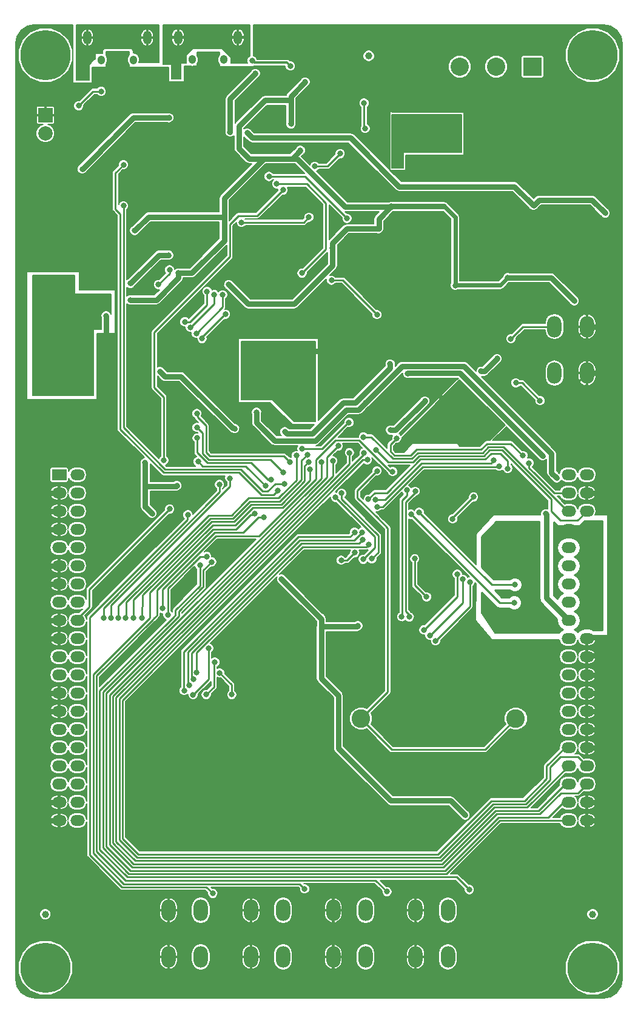
<source format=gbl>
G04 (created by PCBNEW (2013-07-07 BZR 4022)-stable) date 26/05/2015 12:43:06 p.m.*
%MOIN*%
G04 Gerber Fmt 3.4, Leading zero omitted, Abs format*
%FSLAX34Y34*%
G01*
G70*
G90*
G04 APERTURE LIST*
%ADD10C,0.00590551*%
%ADD11C,0.102362*%
%ADD12O,0.0787402X0.06*%
%ADD13R,0.0787402X0.06*%
%ADD14R,0.1X0.1*%
%ADD15C,0.1*%
%ADD16R,0.0787402X0.0787402*%
%ADD17C,0.0787402*%
%ADD18C,0.0393701*%
%ADD19C,0.275591*%
%ADD20O,0.0413386X0.0492126*%
%ADD21O,0.0482283X0.0748031*%
%ADD22O,0.0787402X0.11811*%
%ADD23C,0.032*%
%ADD24C,0.01*%
%ADD25C,0.03*%
%ADD26C,0.023622*%
%ADD27C,0.0137795*%
%ADD28C,0.005*%
G04 APERTURE END LIST*
G54D10*
G54D11*
X91096Y-67848D03*
X99599Y-67848D03*
G54D12*
X102500Y-54444D03*
X103500Y-54444D03*
X102500Y-59444D03*
X103500Y-55444D03*
X102500Y-60444D03*
X103500Y-56444D03*
X102500Y-61444D03*
X103500Y-57444D03*
X102500Y-62444D03*
X103500Y-58444D03*
X102500Y-63444D03*
X103500Y-59444D03*
X102500Y-64444D03*
X103500Y-60444D03*
X102500Y-65444D03*
X103500Y-61444D03*
X102500Y-66444D03*
X103500Y-62444D03*
X102500Y-67444D03*
X103500Y-63444D03*
X102500Y-68444D03*
X103500Y-64444D03*
X102500Y-69444D03*
X103500Y-65444D03*
X103500Y-66444D03*
X102500Y-70444D03*
X103500Y-67444D03*
X103500Y-69444D03*
X103500Y-70444D03*
X103500Y-71444D03*
X103500Y-72444D03*
X102500Y-71444D03*
X102500Y-72444D03*
X102500Y-55444D03*
X102500Y-56444D03*
X102500Y-57444D03*
X102500Y-58444D03*
X102500Y-73444D03*
X103500Y-73444D03*
X103500Y-68444D03*
G54D13*
X74500Y-54444D03*
G54D12*
X75500Y-54444D03*
X74500Y-59444D03*
X75500Y-55444D03*
X74500Y-60444D03*
X75500Y-56444D03*
X74500Y-61444D03*
X75500Y-57444D03*
X74500Y-62444D03*
X75500Y-58444D03*
X74500Y-63444D03*
X75500Y-59444D03*
X74500Y-64444D03*
X75500Y-60444D03*
X74500Y-65444D03*
X75500Y-61444D03*
X74500Y-66444D03*
X75500Y-62444D03*
X74500Y-67444D03*
X75500Y-63444D03*
X74500Y-68444D03*
X75500Y-64444D03*
X74500Y-69444D03*
X75500Y-65444D03*
X75500Y-66444D03*
X74500Y-70444D03*
X75500Y-67444D03*
X75500Y-69444D03*
X75500Y-70444D03*
X75500Y-71444D03*
X75500Y-72444D03*
X74500Y-71444D03*
X74500Y-72444D03*
X74500Y-55444D03*
X74500Y-56444D03*
X74500Y-57444D03*
X74500Y-58444D03*
X74500Y-73444D03*
X75500Y-73444D03*
X75500Y-68444D03*
G54D14*
X100523Y-32007D03*
G54D15*
X98523Y-32007D03*
X96523Y-32007D03*
G54D16*
X73746Y-34676D03*
G54D17*
X73746Y-35676D03*
G54D18*
X73740Y-78602D03*
X103818Y-78602D03*
X91515Y-31417D03*
G54D19*
X73740Y-31377D03*
X103818Y-81535D03*
X73740Y-81535D03*
X103818Y-31377D03*
G54D20*
X83557Y-31627D03*
X81805Y-31627D03*
G54D21*
X84324Y-30397D03*
X81037Y-30397D03*
G54D20*
X78572Y-31631D03*
X76820Y-31631D03*
G54D21*
X79340Y-30401D03*
X76053Y-30401D03*
G54D22*
X94094Y-78385D03*
X95866Y-78385D03*
X95866Y-80944D03*
X94094Y-80944D03*
X80511Y-78385D03*
X82283Y-78385D03*
X82283Y-80944D03*
X80511Y-80944D03*
X103503Y-48858D03*
X101732Y-48858D03*
X101732Y-46299D03*
X103503Y-46299D03*
X89566Y-78385D03*
X91338Y-78385D03*
X91338Y-80944D03*
X89566Y-80944D03*
X85039Y-78385D03*
X86811Y-78385D03*
X86811Y-80944D03*
X85039Y-80944D03*
G54D23*
X74409Y-48425D03*
X75196Y-48425D03*
X75984Y-48425D03*
X75984Y-49212D03*
X75590Y-49606D03*
X74803Y-49606D03*
X74015Y-49606D03*
X73622Y-49212D03*
X73622Y-48425D03*
X73622Y-47637D03*
X73622Y-46850D03*
X94600Y-50386D03*
X98568Y-48062D03*
X97686Y-48762D03*
X92710Y-51988D03*
X78404Y-44830D03*
X90004Y-59140D03*
X78650Y-41020D03*
X90748Y-58724D03*
X80050Y-48774D03*
X88828Y-62283D03*
X81054Y-43352D03*
X79600Y-56566D03*
X96810Y-73150D03*
X92760Y-39690D03*
X94696Y-61156D03*
X94046Y-59062D03*
X83818Y-43988D03*
X87760Y-36612D03*
X84148Y-51906D03*
X90918Y-62740D03*
X86724Y-60180D03*
X80970Y-55036D03*
X79230Y-53776D03*
X96130Y-56870D03*
X97280Y-55660D03*
X88020Y-32850D03*
X87240Y-35160D03*
X102806Y-44880D03*
X89530Y-41990D03*
X92050Y-40920D03*
X96268Y-44032D03*
X99154Y-43610D03*
X85348Y-51008D03*
X101848Y-54616D03*
X91360Y-50466D03*
X101242Y-56582D03*
X84834Y-35650D03*
X78408Y-43926D03*
X80518Y-42368D03*
X104510Y-40060D03*
X100570Y-39640D03*
X94294Y-56506D03*
X99540Y-60480D03*
X94068Y-55354D03*
X93748Y-62262D03*
X93326Y-62244D03*
X93604Y-55294D03*
X99510Y-61470D03*
X93844Y-56612D03*
X87850Y-53010D03*
X90430Y-51568D03*
X90322Y-40348D03*
X86038Y-38046D03*
X88560Y-37486D03*
X89946Y-36788D03*
X91512Y-58282D03*
X82062Y-65322D03*
X91184Y-58024D03*
X81886Y-65686D03*
X91164Y-57600D03*
X81634Y-65998D03*
X90734Y-57604D03*
X81370Y-66304D03*
X91222Y-52368D03*
X88296Y-54132D03*
X79060Y-62308D03*
X88210Y-53734D03*
X78598Y-62302D03*
X88134Y-53336D03*
X78148Y-62308D03*
X76942Y-62318D03*
X83314Y-54976D03*
X77744Y-62316D03*
X87538Y-53386D03*
X83986Y-66528D03*
X83332Y-65338D03*
X83061Y-64744D03*
X82584Y-66526D03*
X81862Y-66532D03*
X82722Y-63980D03*
X94550Y-62968D03*
X96382Y-59906D03*
X94882Y-63270D03*
X96688Y-60188D03*
X95190Y-63572D03*
X97070Y-60348D03*
X81574Y-56646D03*
X82948Y-77458D03*
X85248Y-56580D03*
X87992Y-77204D03*
X85756Y-56768D03*
X92519Y-77362D03*
X97047Y-77244D03*
X82236Y-59410D03*
X100332Y-53800D03*
X99604Y-49388D03*
X100930Y-50370D03*
X89470Y-43750D03*
X91970Y-45640D03*
X98682Y-53964D03*
X91966Y-56204D03*
X98384Y-53654D03*
X91890Y-55806D03*
X91488Y-55794D03*
X99160Y-54100D03*
X86452Y-38454D03*
X87850Y-43360D03*
X80574Y-56328D03*
X82612Y-58930D03*
X80478Y-62142D03*
X92832Y-54270D03*
X80182Y-61788D03*
X83490Y-44550D03*
X82034Y-46670D03*
X88228Y-40286D03*
X84520Y-40570D03*
X83644Y-45620D03*
X82356Y-46956D03*
X82632Y-44364D03*
X81406Y-46036D03*
X82882Y-59230D03*
X91436Y-53622D03*
X91258Y-53236D03*
X90454Y-53230D03*
X89842Y-52862D03*
X88906Y-53762D03*
X89536Y-53672D03*
X81716Y-46338D03*
X83010Y-44536D03*
X80258Y-53636D03*
X86806Y-38788D03*
X85290Y-32386D03*
X83896Y-35610D03*
X76812Y-33370D03*
X75572Y-34160D03*
X78036Y-37398D03*
X89690Y-55680D03*
X86530Y-55296D03*
X91210Y-59088D03*
X86886Y-54930D03*
X91692Y-59058D03*
X90032Y-55462D03*
X78036Y-39662D03*
X75766Y-37636D03*
X80536Y-34816D03*
X80570Y-43176D03*
X79954Y-43982D03*
X82134Y-53722D03*
X85838Y-55060D03*
X83876Y-54630D03*
X77344Y-62318D03*
X91920Y-53074D03*
X77081Y-45705D03*
X89376Y-70000D03*
X96456Y-68897D03*
X90610Y-54970D03*
X91676Y-53950D03*
X92440Y-54658D03*
X97740Y-54486D03*
X96914Y-58480D03*
X95642Y-60144D03*
X80192Y-49630D03*
X83776Y-52234D03*
X84888Y-44002D03*
X73746Y-34676D03*
X80850Y-33826D03*
X93790Y-41374D03*
X98956Y-81070D03*
X85126Y-66346D03*
X86658Y-62812D03*
X85126Y-64020D03*
X80480Y-68570D03*
X78946Y-72736D03*
X84466Y-74160D03*
X88126Y-73636D03*
X86956Y-72286D03*
X84540Y-72316D03*
X76494Y-79068D03*
X103706Y-34266D03*
X101750Y-30426D03*
X94600Y-30228D03*
X89550Y-32130D03*
X89320Y-30558D03*
X85260Y-45930D03*
X88996Y-45210D03*
X80626Y-47706D03*
X100950Y-47656D03*
X98868Y-46606D03*
X101550Y-50086D03*
X78646Y-33150D03*
X92890Y-39074D03*
X96668Y-39314D03*
X83452Y-59644D03*
X94668Y-49372D03*
X93930Y-50018D03*
X97660Y-51000D03*
X95530Y-50210D03*
X89880Y-54000D03*
X89888Y-60522D03*
X88394Y-58946D03*
X89290Y-56674D03*
X90004Y-57448D03*
X79576Y-63016D03*
X82400Y-43370D03*
X79266Y-50160D03*
X79750Y-51942D03*
X78940Y-46960D03*
X96286Y-36558D03*
X89292Y-49624D03*
X91476Y-47637D03*
X92100Y-44400D03*
X91192Y-40312D03*
X102018Y-53316D03*
X101822Y-74424D03*
X81822Y-59808D03*
X101046Y-55882D03*
X87900Y-41994D03*
X81064Y-56730D03*
X90210Y-62146D03*
X80574Y-57468D03*
X85148Y-39706D03*
X93378Y-40186D03*
X90076Y-42514D03*
X96040Y-55462D03*
X81390Y-55528D03*
X88764Y-40338D03*
X92990Y-31840D03*
X76570Y-32930D03*
X79744Y-33460D03*
X88230Y-47434D03*
X99550Y-62392D03*
X99430Y-57530D03*
X99264Y-59686D03*
X92694Y-48350D03*
X86902Y-52080D03*
X101066Y-53396D03*
X93660Y-48870D03*
X91260Y-34010D03*
X91320Y-35410D03*
X86134Y-54700D03*
X82078Y-52426D03*
X91970Y-54234D03*
X82066Y-51840D03*
X86820Y-54300D03*
X87206Y-31976D03*
X85106Y-31676D03*
X82066Y-51072D03*
X87188Y-53748D03*
X93056Y-52430D03*
X99996Y-53382D03*
X99330Y-46966D03*
G54D24*
X75984Y-48425D02*
X75196Y-48425D01*
X75590Y-49606D02*
X75984Y-49212D01*
X74015Y-49606D02*
X74803Y-49606D01*
X73622Y-48425D02*
X73622Y-49212D01*
X73622Y-46850D02*
X73622Y-47637D01*
G54D25*
X92710Y-51988D02*
X92998Y-51988D01*
X92998Y-51988D02*
X94600Y-50386D01*
X98568Y-48062D02*
X97868Y-48762D01*
X97868Y-48762D02*
X97686Y-48762D01*
X81054Y-43618D02*
X81054Y-43352D01*
X79842Y-44830D02*
X81054Y-43618D01*
X78404Y-44830D02*
X79842Y-44830D01*
G54D24*
X90748Y-58724D02*
X90332Y-59140D01*
X90332Y-59140D02*
X90004Y-59140D01*
G54D25*
X83570Y-40270D02*
X79400Y-40270D01*
X79400Y-40270D02*
X78650Y-41020D01*
X81054Y-43352D02*
X81788Y-43352D01*
X81788Y-43352D02*
X83570Y-41570D01*
X83570Y-41570D02*
X83570Y-40270D01*
X83570Y-39240D02*
X85740Y-37070D01*
X83570Y-40270D02*
X83570Y-39240D01*
X86394Y-33858D02*
X85812Y-33858D01*
X85812Y-33858D02*
X84380Y-35290D01*
X84380Y-35290D02*
X84380Y-36500D01*
X84380Y-36500D02*
X84950Y-37070D01*
X84950Y-37070D02*
X85740Y-37070D01*
X87240Y-33858D02*
X86394Y-33858D01*
X85740Y-37070D02*
X87304Y-37070D01*
G54D24*
X90748Y-58724D02*
X90648Y-58824D01*
G54D25*
X81196Y-49044D02*
X80320Y-49044D01*
X80320Y-49044D02*
X80050Y-48774D01*
X88910Y-62364D02*
X88910Y-62366D01*
X88828Y-62283D02*
X88910Y-62364D01*
X88910Y-62366D02*
X88910Y-62780D01*
X88910Y-62780D02*
X88900Y-62790D01*
X79230Y-56206D02*
X79240Y-56206D01*
X79230Y-55080D02*
X79230Y-56206D01*
X79240Y-56206D02*
X79600Y-56566D01*
X89530Y-41990D02*
X89530Y-41700D01*
X90310Y-40920D02*
X92050Y-40920D01*
X89530Y-41700D02*
X90310Y-40920D01*
X92760Y-39690D02*
X95640Y-39690D01*
G54D26*
X96268Y-40278D02*
X95660Y-39670D01*
X96268Y-40278D02*
X96268Y-44032D01*
G54D25*
X92066Y-40904D02*
X92066Y-40384D01*
X92066Y-40384D02*
X92760Y-39690D01*
X96020Y-72360D02*
X96810Y-73150D01*
X88900Y-65630D02*
X89844Y-66574D01*
X89844Y-66574D02*
X89844Y-69474D01*
X89844Y-69474D02*
X92730Y-72360D01*
X92730Y-72360D02*
X96020Y-72360D01*
X88900Y-62790D02*
X88900Y-65630D01*
G54D24*
X94046Y-60506D02*
X94696Y-61156D01*
X94046Y-59062D02*
X94046Y-60506D01*
X94696Y-61156D02*
X94730Y-61190D01*
X96810Y-73046D02*
X96810Y-73150D01*
G54D25*
X89530Y-41990D02*
X89530Y-42950D01*
X84892Y-45062D02*
X83818Y-43988D01*
X87418Y-45062D02*
X84892Y-45062D01*
X89530Y-42950D02*
X87418Y-45062D01*
X87304Y-37070D02*
X87304Y-37068D01*
X87304Y-37068D02*
X87760Y-36612D01*
X90220Y-39720D02*
X92780Y-39720D01*
X87570Y-37070D02*
X90220Y-39720D01*
X87304Y-37070D02*
X87570Y-37070D01*
X84132Y-51890D02*
X84148Y-51906D01*
X84042Y-51890D02*
X84132Y-51890D01*
X81196Y-49044D02*
X84042Y-51890D01*
X88900Y-62790D02*
X90868Y-62790D01*
X90868Y-62790D02*
X90918Y-62740D01*
X86724Y-60180D02*
X88910Y-62366D01*
X79230Y-55080D02*
X80926Y-55080D01*
X80926Y-55080D02*
X80970Y-55036D01*
X79230Y-53776D02*
X79230Y-55080D01*
G54D24*
X96130Y-56810D02*
X96130Y-56870D01*
X97280Y-55660D02*
X96130Y-56810D01*
G54D25*
X88020Y-32850D02*
X87240Y-33630D01*
X87240Y-33630D02*
X87240Y-33858D01*
X87240Y-33858D02*
X87240Y-35160D01*
X101536Y-43610D02*
X99154Y-43610D01*
X102806Y-44880D02*
X101536Y-43610D01*
G54D26*
X92066Y-40904D02*
X92050Y-40920D01*
X98736Y-44028D02*
X99154Y-43610D01*
X96272Y-44028D02*
X98736Y-44028D01*
X96268Y-44032D02*
X96272Y-44028D01*
G54D25*
X90956Y-50870D02*
X90270Y-50870D01*
X90956Y-50870D02*
X91360Y-50466D01*
X85366Y-51596D02*
X86340Y-52570D01*
X86340Y-52570D02*
X88570Y-52570D01*
X88570Y-52570D02*
X90270Y-50870D01*
X85348Y-51578D02*
X85366Y-51596D01*
X85348Y-51008D02*
X85348Y-51578D01*
X101564Y-54298D02*
X101564Y-54332D01*
X101564Y-53292D02*
X101564Y-54298D01*
X96748Y-48476D02*
X101564Y-53292D01*
X91360Y-50466D02*
X93350Y-48476D01*
X93350Y-48476D02*
X96748Y-48476D01*
X101564Y-54332D02*
X101848Y-54616D01*
X101284Y-61228D02*
X102500Y-62444D01*
X101284Y-56624D02*
X101284Y-61228D01*
X101242Y-56582D02*
X101284Y-56624D01*
G54D24*
X102496Y-62440D02*
X102500Y-62444D01*
G54D25*
X90510Y-35922D02*
X85204Y-35922D01*
X85106Y-35922D02*
X84834Y-35650D01*
X85204Y-35922D02*
X85106Y-35922D01*
X78408Y-43926D02*
X79966Y-42368D01*
X79966Y-42368D02*
X80518Y-42368D01*
X80476Y-42368D02*
X80518Y-42368D01*
X87516Y-35922D02*
X90510Y-35922D01*
X90510Y-35922D02*
X93188Y-38600D01*
X93188Y-38600D02*
X99530Y-38600D01*
X99530Y-38600D02*
X100570Y-39640D01*
X104510Y-40060D02*
X103790Y-39340D01*
X103790Y-39340D02*
X102726Y-39340D01*
X102726Y-39340D02*
X100870Y-39340D01*
X100870Y-39340D02*
X100570Y-39640D01*
G54D24*
X94294Y-56506D02*
X98268Y-60480D01*
X98268Y-60480D02*
X99540Y-60480D01*
X93542Y-55952D02*
X93934Y-55560D01*
X93542Y-55952D02*
X93542Y-58276D01*
X94068Y-55426D02*
X93934Y-55560D01*
X94068Y-55354D02*
X94068Y-55426D01*
X93542Y-61930D02*
X93748Y-62136D01*
X93748Y-62136D02*
X93748Y-62262D01*
X93542Y-58276D02*
X93542Y-61930D01*
X93542Y-58343D02*
X93542Y-58276D01*
X93326Y-62244D02*
X93346Y-62224D01*
X93346Y-62224D02*
X93346Y-62010D01*
X93346Y-58140D02*
X93346Y-62010D01*
X93604Y-55590D02*
X93346Y-55848D01*
X93346Y-58204D02*
X93346Y-58140D01*
X93346Y-58140D02*
X93346Y-55848D01*
X93604Y-55590D02*
X93604Y-55294D01*
X93604Y-55590D02*
X93604Y-55294D01*
X98702Y-61470D02*
X99510Y-61470D01*
X93844Y-56612D02*
X98702Y-61470D01*
X90397Y-51568D02*
X88955Y-53010D01*
X88955Y-53010D02*
X87850Y-53010D01*
X90430Y-51568D02*
X90397Y-51568D01*
X88020Y-38046D02*
X90322Y-40348D01*
X86038Y-38046D02*
X88020Y-38046D01*
X89248Y-37486D02*
X88560Y-37486D01*
X89946Y-36788D02*
X89248Y-37486D01*
X91294Y-58396D02*
X91398Y-58396D01*
X91398Y-58396D02*
X91512Y-58282D01*
X87880Y-58396D02*
X82062Y-64214D01*
X91294Y-58396D02*
X87880Y-58396D01*
X82062Y-64214D02*
X82062Y-65322D01*
X90992Y-58215D02*
X90899Y-58215D01*
X91184Y-58024D02*
X90992Y-58215D01*
X90899Y-58215D02*
X87805Y-58215D01*
X87805Y-58215D02*
X81766Y-64255D01*
X81766Y-64255D02*
X81766Y-65566D01*
X81766Y-65566D02*
X81886Y-65686D01*
X87730Y-58035D02*
X90728Y-58035D01*
X90728Y-58035D02*
X91164Y-57600D01*
X87730Y-58035D02*
X81582Y-64184D01*
X81582Y-64184D02*
X81582Y-65946D01*
X81582Y-65946D02*
X81634Y-65998D01*
X81634Y-65998D02*
X81585Y-65949D01*
X90482Y-57855D02*
X87656Y-57855D01*
X90734Y-57604D02*
X90482Y-57855D01*
X87656Y-57855D02*
X81342Y-64170D01*
X81342Y-64170D02*
X81342Y-66276D01*
X81342Y-66276D02*
X81370Y-66304D01*
X81370Y-66304D02*
X81338Y-66272D01*
X91222Y-52368D02*
X91658Y-52368D01*
X102446Y-56444D02*
X102500Y-56444D01*
X98911Y-52909D02*
X102446Y-56444D01*
X98088Y-52909D02*
X98911Y-52909D01*
X97766Y-53231D02*
X98088Y-52909D01*
X94214Y-53231D02*
X97766Y-53231D01*
X93889Y-53557D02*
X94214Y-53231D01*
X92848Y-53557D02*
X93889Y-53557D01*
X91658Y-52368D02*
X92848Y-53557D01*
X91222Y-52368D02*
X91224Y-52366D01*
X85139Y-56260D02*
X84195Y-57204D01*
X84195Y-57204D02*
X82949Y-57204D01*
X82949Y-57204D02*
X79124Y-61028D01*
X79066Y-61087D02*
X79060Y-62308D01*
X79124Y-61028D02*
X79066Y-61087D01*
X88296Y-54744D02*
X86780Y-56260D01*
X86780Y-56260D02*
X85139Y-56260D01*
X88296Y-54744D02*
X88296Y-54132D01*
X86751Y-56033D02*
X86705Y-56079D01*
X85064Y-56079D02*
X84929Y-56215D01*
X86705Y-56079D02*
X85064Y-56079D01*
X88210Y-53734D02*
X87999Y-53944D01*
X87999Y-54785D02*
X86751Y-56033D01*
X86751Y-56033D02*
X86751Y-56034D01*
X87999Y-53944D02*
X87999Y-54785D01*
X78598Y-62302D02*
X78598Y-61314D01*
X84929Y-56215D02*
X84120Y-57024D01*
X84120Y-57024D02*
X82874Y-57024D01*
X80244Y-59654D02*
X78591Y-61307D01*
X82874Y-57024D02*
X80244Y-59654D01*
X78598Y-61314D02*
X78591Y-61307D01*
X86814Y-55716D02*
X86630Y-55899D01*
X84990Y-55899D02*
X84735Y-56155D01*
X86630Y-55899D02*
X84990Y-55899D01*
X88134Y-53336D02*
X87819Y-53650D01*
X87819Y-54711D02*
X86814Y-55716D01*
X86814Y-55716D02*
X86676Y-55853D01*
X87819Y-53650D02*
X87819Y-54711D01*
X78194Y-61450D02*
X78194Y-62262D01*
X82800Y-56844D02*
X78194Y-61450D01*
X84046Y-56844D02*
X82800Y-56844D01*
X84735Y-56155D02*
X84046Y-56844D01*
X78194Y-62262D02*
X78148Y-62308D01*
X84985Y-55904D02*
X84735Y-56155D01*
X76942Y-62326D02*
X76942Y-61767D01*
X83314Y-55395D02*
X83314Y-54976D01*
X76942Y-61767D02*
X83314Y-55395D01*
X76942Y-62326D02*
X76942Y-62318D01*
X83314Y-54976D02*
X83314Y-55004D01*
X86717Y-55559D02*
X86556Y-55719D01*
X84915Y-55719D02*
X84582Y-56052D01*
X86556Y-55719D02*
X84915Y-55719D01*
X87538Y-53386D02*
X87538Y-54738D01*
X87538Y-54738D02*
X86717Y-55559D01*
X86717Y-55559D02*
X86604Y-55671D01*
X82610Y-56770D02*
X82610Y-56772D01*
X77808Y-61574D02*
X77744Y-61638D01*
X77744Y-61638D02*
X77744Y-62316D01*
X82610Y-56772D02*
X77808Y-61574D01*
X84582Y-56052D02*
X83971Y-56663D01*
X83971Y-56663D02*
X82716Y-56663D01*
X82716Y-56663D02*
X82610Y-56770D01*
X84910Y-55724D02*
X84582Y-56052D01*
X83986Y-65992D02*
X83986Y-66528D01*
X83332Y-65338D02*
X83986Y-65992D01*
X83011Y-64793D02*
X83011Y-64901D01*
X83061Y-64744D02*
X83011Y-64793D01*
X83011Y-66098D02*
X83011Y-64901D01*
X83011Y-64901D02*
X83011Y-64763D01*
X83016Y-66094D02*
X83011Y-66098D01*
X83011Y-66098D02*
X82584Y-66526D01*
X82722Y-65672D02*
X82722Y-63980D01*
X81862Y-66532D02*
X82722Y-65672D01*
X94546Y-62968D02*
X94546Y-62970D01*
X94547Y-62967D02*
X94546Y-62968D01*
X94549Y-62967D02*
X94547Y-62967D01*
X94550Y-62968D02*
X94549Y-62967D01*
X96382Y-61134D02*
X96382Y-59906D01*
X94546Y-62970D02*
X96382Y-61134D01*
X94882Y-63270D02*
X94882Y-63274D01*
X94882Y-63274D02*
X94882Y-63270D01*
X94882Y-63270D02*
X96688Y-61464D01*
X96688Y-61464D02*
X96688Y-60188D01*
X95190Y-63572D02*
X95189Y-63571D01*
X97070Y-60348D02*
X97070Y-61690D01*
X97070Y-61690D02*
X95189Y-63571D01*
X81558Y-56661D02*
X81558Y-56896D01*
X81574Y-56646D02*
X81558Y-56661D01*
X81558Y-56896D02*
X76189Y-62264D01*
X76189Y-62264D02*
X76189Y-75334D01*
X76189Y-75334D02*
X77964Y-77109D01*
X77964Y-77109D02*
X82599Y-77109D01*
X82599Y-77109D02*
X82948Y-77458D01*
X79488Y-62298D02*
X76370Y-65416D01*
X78039Y-76929D02*
X79750Y-76929D01*
X85197Y-56630D02*
X85248Y-56580D01*
X79583Y-60823D02*
X82962Y-57444D01*
X82962Y-57444D02*
X84208Y-57444D01*
X84208Y-57444D02*
X85022Y-56630D01*
X85022Y-56630D02*
X85197Y-56630D01*
X79480Y-60927D02*
X79488Y-62298D01*
X79583Y-60823D02*
X79480Y-60927D01*
X76370Y-75260D02*
X78039Y-76929D01*
X76370Y-65416D02*
X76370Y-75260D01*
X87716Y-76929D02*
X87992Y-77204D01*
X79488Y-76929D02*
X79750Y-76929D01*
X79750Y-76929D02*
X87716Y-76929D01*
X79870Y-62170D02*
X79870Y-60791D01*
X85702Y-56791D02*
X85451Y-56791D01*
X84617Y-57624D02*
X85451Y-56791D01*
X83037Y-57624D02*
X84617Y-57624D01*
X79880Y-60782D02*
X83037Y-57624D01*
X78142Y-76736D02*
X76550Y-75143D01*
X78142Y-76736D02*
X80182Y-76736D01*
X76550Y-65490D02*
X79604Y-62436D01*
X79604Y-62436D02*
X79724Y-62315D01*
X76550Y-75143D02*
X76550Y-65490D01*
X79724Y-62315D02*
X79870Y-62170D01*
X79870Y-60791D02*
X79880Y-60782D01*
X85733Y-56791D02*
X85756Y-56768D01*
X85702Y-56791D02*
X85733Y-56791D01*
X85702Y-56791D02*
X85711Y-56791D01*
X92519Y-77362D02*
X91893Y-76736D01*
X91893Y-76736D02*
X80182Y-76736D01*
X80182Y-76736D02*
X80102Y-76736D01*
X82236Y-59410D02*
X82236Y-60529D01*
X80899Y-62140D02*
X80772Y-62268D01*
X80899Y-61865D02*
X80899Y-62140D01*
X82236Y-60529D02*
X80899Y-61865D01*
X80772Y-62268D02*
X76730Y-66309D01*
X76730Y-66309D02*
X76730Y-75044D01*
X76730Y-75044D02*
X78241Y-76556D01*
X78241Y-76556D02*
X78676Y-76556D01*
X97047Y-77244D02*
X96359Y-76556D01*
X96359Y-76556D02*
X78676Y-76556D01*
X100332Y-54076D02*
X100332Y-53800D01*
X100570Y-54314D02*
X100712Y-54457D01*
X102500Y-55444D02*
X101700Y-55444D01*
X100712Y-54457D02*
X101700Y-55444D01*
X100570Y-54314D02*
X100332Y-54076D01*
X99948Y-49388D02*
X99604Y-49388D01*
X100930Y-50370D02*
X99948Y-49388D01*
X90080Y-43750D02*
X89470Y-43750D01*
X91970Y-45640D02*
X90080Y-43750D01*
X98356Y-53998D02*
X98648Y-53998D01*
X98648Y-53998D02*
X98682Y-53964D01*
X94486Y-53998D02*
X98356Y-53998D01*
X92282Y-56202D02*
X94486Y-53998D01*
X92278Y-56204D02*
X92282Y-56200D01*
X92282Y-56200D02*
X92282Y-56202D01*
X91966Y-56204D02*
X92278Y-56204D01*
X98234Y-53804D02*
X98384Y-53654D01*
X97708Y-53804D02*
X98234Y-53804D01*
X94414Y-53804D02*
X97708Y-53804D01*
X91890Y-55806D02*
X92412Y-55806D01*
X92412Y-55806D02*
X94414Y-53804D01*
X97708Y-53804D02*
X97710Y-53804D01*
X98238Y-53270D02*
X98682Y-53270D01*
X97916Y-53592D02*
X98238Y-53270D01*
X94364Y-53592D02*
X97916Y-53592D01*
X92519Y-55436D02*
X94364Y-53592D01*
X91841Y-55436D02*
X92519Y-55436D01*
X91488Y-55790D02*
X91841Y-55436D01*
X91488Y-55794D02*
X91488Y-55790D01*
X98762Y-53270D02*
X99160Y-53668D01*
X99160Y-53668D02*
X99160Y-54100D01*
X98682Y-53270D02*
X98762Y-53270D01*
X86472Y-38455D02*
X88119Y-38455D01*
X88119Y-38455D02*
X89160Y-39496D01*
X89160Y-42050D02*
X87850Y-43360D01*
X89160Y-39496D02*
X89160Y-42050D01*
X87850Y-43360D02*
X87844Y-43366D01*
X80574Y-56328D02*
X76160Y-60742D01*
X76160Y-60742D02*
X76160Y-61696D01*
X75500Y-62356D02*
X75500Y-62444D01*
X76160Y-61696D02*
X75500Y-62356D01*
X81768Y-59402D02*
X82241Y-58930D01*
X82241Y-58930D02*
X82612Y-58930D01*
X80478Y-60693D02*
X80478Y-62142D01*
X81881Y-59290D02*
X81768Y-59402D01*
X81768Y-59402D02*
X80478Y-60693D01*
X88606Y-54124D02*
X88606Y-54688D01*
X84838Y-57804D02*
X84838Y-57804D01*
X85490Y-57804D02*
X84838Y-57804D01*
X88606Y-54688D02*
X85490Y-57804D01*
X92832Y-54270D02*
X92704Y-54270D01*
X90976Y-52542D02*
X89678Y-52542D01*
X92704Y-54270D02*
X90976Y-52542D01*
X84574Y-57804D02*
X84838Y-57804D01*
X88606Y-53614D02*
X88606Y-54124D01*
X89678Y-52542D02*
X88606Y-53614D01*
X80182Y-60734D02*
X80182Y-61788D01*
X83111Y-57804D02*
X80182Y-60734D01*
X84691Y-57804D02*
X84574Y-57804D01*
X84574Y-57804D02*
X83111Y-57804D01*
X82034Y-46670D02*
X83490Y-45214D01*
X83490Y-45214D02*
X83490Y-44550D01*
X82040Y-46664D02*
X82040Y-46662D01*
X82034Y-46670D02*
X82040Y-46664D01*
X88228Y-40286D02*
X87944Y-40570D01*
X87944Y-40570D02*
X84520Y-40570D01*
X83220Y-46022D02*
X83622Y-45620D01*
X83622Y-45620D02*
X83644Y-45620D01*
X82356Y-46886D02*
X82356Y-46956D01*
X83220Y-46022D02*
X82356Y-46886D01*
X82356Y-46956D02*
X82356Y-46960D01*
X81694Y-46036D02*
X81406Y-46036D01*
X82632Y-45098D02*
X81694Y-46036D01*
X82632Y-44364D02*
X82632Y-45098D01*
X81406Y-46014D02*
X81406Y-46036D01*
X82416Y-60604D02*
X82363Y-60657D01*
X82416Y-59695D02*
X82416Y-60604D01*
X82882Y-59230D02*
X82416Y-59695D01*
X81080Y-61940D02*
X81080Y-62214D01*
X98711Y-73444D02*
X95780Y-76376D01*
X95780Y-76376D02*
X78331Y-76376D01*
X78331Y-76376D02*
X76910Y-74954D01*
X76910Y-74954D02*
X76910Y-66384D01*
X76910Y-66384D02*
X81080Y-62214D01*
X102500Y-73444D02*
X98711Y-73444D01*
X82363Y-60657D02*
X81080Y-61940D01*
X102500Y-69444D02*
X102300Y-69444D01*
X91199Y-53622D02*
X91436Y-53622D01*
X77990Y-66831D02*
X91199Y-53622D01*
X77990Y-74429D02*
X77990Y-66831D01*
X78856Y-75296D02*
X77990Y-74429D01*
X95332Y-75296D02*
X78856Y-75296D01*
X98263Y-72364D02*
X95332Y-75296D01*
X100070Y-72364D02*
X98263Y-72364D01*
X101295Y-71139D02*
X100070Y-72364D01*
X101295Y-70449D02*
X101295Y-71139D01*
X102300Y-69444D02*
X101295Y-70449D01*
X91258Y-53236D02*
X91258Y-53309D01*
X91258Y-53309D02*
X77810Y-66757D01*
X77810Y-66757D02*
X77810Y-74504D01*
X77810Y-74504D02*
X78782Y-75476D01*
X78782Y-75476D02*
X95407Y-75476D01*
X95407Y-75476D02*
X98338Y-72544D01*
X98338Y-72544D02*
X100145Y-72544D01*
X100145Y-72544D02*
X101476Y-71214D01*
X101476Y-71214D02*
X101476Y-70524D01*
X101476Y-70524D02*
X102038Y-69962D01*
X102038Y-69962D02*
X103017Y-69962D01*
X103017Y-69962D02*
X103500Y-70444D01*
X103007Y-69952D02*
X103500Y-70444D01*
X102048Y-69952D02*
X103007Y-69952D01*
X101476Y-70524D02*
X102048Y-69952D01*
X101476Y-71214D02*
X101476Y-70524D01*
X100145Y-72544D02*
X101476Y-71214D01*
X98338Y-72544D02*
X100145Y-72544D01*
X95407Y-75476D02*
X98338Y-72544D01*
X78782Y-75476D02*
X95407Y-75476D01*
X77810Y-74504D02*
X78782Y-75476D01*
X77810Y-66757D02*
X77810Y-74504D01*
X90454Y-53230D02*
X90454Y-53858D01*
X90454Y-53858D02*
X81673Y-62639D01*
X100220Y-72724D02*
X102500Y-70444D01*
X81673Y-62639D02*
X77630Y-66682D01*
X77630Y-66682D02*
X77630Y-74602D01*
X77630Y-74602D02*
X78683Y-75656D01*
X78683Y-75656D02*
X95481Y-75656D01*
X95481Y-75656D02*
X98412Y-72724D01*
X98412Y-72724D02*
X100220Y-72724D01*
X89212Y-54162D02*
X89212Y-54591D01*
X89212Y-54591D02*
X81169Y-62633D01*
X103500Y-71444D02*
X103012Y-71932D01*
X102074Y-71932D02*
X103012Y-71932D01*
X100921Y-73084D02*
X102074Y-71932D01*
X98562Y-73084D02*
X100921Y-73084D01*
X95630Y-76016D02*
X98562Y-73084D01*
X78504Y-76016D02*
X95630Y-76016D01*
X77270Y-74781D02*
X78504Y-76016D01*
X77270Y-66533D02*
X77270Y-74781D01*
X81169Y-62633D02*
X77270Y-66533D01*
X89212Y-54162D02*
X89212Y-53492D01*
X89212Y-53492D02*
X89212Y-54251D01*
X89842Y-52862D02*
X89212Y-53492D01*
X88906Y-53762D02*
X88906Y-54643D01*
X88906Y-54643D02*
X81188Y-62360D01*
X102215Y-72444D02*
X101396Y-73264D01*
X77090Y-66459D02*
X81188Y-62360D01*
X102500Y-72444D02*
X102215Y-72444D01*
X77090Y-74865D02*
X77090Y-66459D01*
X78420Y-76196D02*
X77090Y-74865D01*
X95705Y-76196D02*
X78420Y-76196D01*
X98636Y-73264D02*
X95705Y-76196D01*
X101396Y-73264D02*
X98636Y-73264D01*
X88906Y-53762D02*
X88906Y-54302D01*
X89536Y-53672D02*
X89536Y-54522D01*
X89536Y-54522D02*
X81521Y-62537D01*
X77450Y-66608D02*
X81521Y-62537D01*
X102500Y-71444D02*
X102306Y-71444D01*
X102306Y-71444D02*
X100846Y-72904D01*
X100846Y-72904D02*
X98487Y-72904D01*
X98487Y-72904D02*
X95556Y-75836D01*
X95556Y-75836D02*
X78595Y-75836D01*
X78595Y-75836D02*
X77450Y-74690D01*
X77450Y-74690D02*
X77450Y-66608D01*
X83010Y-45044D02*
X81716Y-46338D01*
X83010Y-44536D02*
X83010Y-45044D01*
X81712Y-46342D02*
X81712Y-46344D01*
X81716Y-46338D02*
X81712Y-46342D01*
X79730Y-46860D02*
X79730Y-46600D01*
X83890Y-42440D02*
X83890Y-42418D01*
X79730Y-46600D02*
X83890Y-42440D01*
X79730Y-47006D02*
X79730Y-46860D01*
X80248Y-53560D02*
X80258Y-53570D01*
X80258Y-53570D02*
X80258Y-53636D01*
X79730Y-49658D02*
X80248Y-50176D01*
X80248Y-50176D02*
X80248Y-53560D01*
X79730Y-47006D02*
X79730Y-49658D01*
X86806Y-38788D02*
X85394Y-40200D01*
X85394Y-40200D02*
X84356Y-40200D01*
X84356Y-40200D02*
X83890Y-40666D01*
X83890Y-42418D02*
X83890Y-40666D01*
G54D25*
X85290Y-32386D02*
X83896Y-33780D01*
X83896Y-33780D02*
X83896Y-35610D01*
G54D24*
X76362Y-33370D02*
X76812Y-33370D01*
X75572Y-34160D02*
X76362Y-33370D01*
X86286Y-55539D02*
X85613Y-55539D01*
X77592Y-37842D02*
X78036Y-37398D01*
X77592Y-39838D02*
X77592Y-37842D01*
X77855Y-40101D02*
X77592Y-39838D01*
X77855Y-51934D02*
X77855Y-40101D01*
X80245Y-54324D02*
X77855Y-51934D01*
X84397Y-54324D02*
X80245Y-54324D01*
X85613Y-55539D02*
X84397Y-54324D01*
X86530Y-55296D02*
X86286Y-55539D01*
X86530Y-55300D02*
X86536Y-55306D01*
X86530Y-55296D02*
X86530Y-55300D01*
X91862Y-57852D02*
X89690Y-55680D01*
X89690Y-55680D02*
X89700Y-55690D01*
X91862Y-58436D02*
X91862Y-57852D01*
X91210Y-59088D02*
X91862Y-58436D01*
X85688Y-55359D02*
X84478Y-54149D01*
X84478Y-54149D02*
X84478Y-54144D01*
X85960Y-55356D02*
X85956Y-55359D01*
X86886Y-54930D02*
X86386Y-54930D01*
X86386Y-54930D02*
X85960Y-55356D01*
X91692Y-59058D02*
X92042Y-58707D01*
X92042Y-58707D02*
X92042Y-57777D01*
X92042Y-57777D02*
X90032Y-55767D01*
X90032Y-55767D02*
X90032Y-55462D01*
X85956Y-55359D02*
X85688Y-55359D01*
X84478Y-54144D02*
X80320Y-54144D01*
X80320Y-54144D02*
X78036Y-51860D01*
X78036Y-51860D02*
X78036Y-39662D01*
G54D25*
X75766Y-37636D02*
X78586Y-34816D01*
X78586Y-34816D02*
X80536Y-34816D01*
X75766Y-37636D02*
X77280Y-36122D01*
G54D24*
X80570Y-43366D02*
X80570Y-43176D01*
X79954Y-43982D02*
X80570Y-43366D01*
X82672Y-53964D02*
X82376Y-53964D01*
X82376Y-53964D02*
X82134Y-53722D01*
X85838Y-55060D02*
X84741Y-53964D01*
X84741Y-53964D02*
X84378Y-53964D01*
X85838Y-55034D02*
X85838Y-55060D01*
X84378Y-53964D02*
X82672Y-53964D01*
X83876Y-55088D02*
X83542Y-55422D01*
X83876Y-54630D02*
X83876Y-55088D01*
X83542Y-55422D02*
X77385Y-61579D01*
X77344Y-61620D02*
X77344Y-62318D01*
X77385Y-61579D02*
X77344Y-61620D01*
X91920Y-53074D02*
X92583Y-53737D01*
X102984Y-56960D02*
X103500Y-56444D01*
X102038Y-56960D02*
X102984Y-56960D01*
X101540Y-56462D02*
X102038Y-56960D01*
X101540Y-55793D02*
X101540Y-56462D01*
X98836Y-53089D02*
X101540Y-55793D01*
X98163Y-53089D02*
X98836Y-53089D01*
X97841Y-53411D02*
X98163Y-53089D01*
X94289Y-53411D02*
X97841Y-53411D01*
X93963Y-53737D02*
X94289Y-53411D01*
X92583Y-53737D02*
X93963Y-53737D01*
G54D25*
X72688Y-55888D02*
X72688Y-53500D01*
X77081Y-51068D02*
X77081Y-45705D01*
X76174Y-51975D02*
X77081Y-51068D01*
X74214Y-51975D02*
X76174Y-51975D01*
X72688Y-53500D02*
X74214Y-51975D01*
G54D24*
X96456Y-68897D02*
X96456Y-69291D01*
X91676Y-53950D02*
X91761Y-53864D01*
X91676Y-53950D02*
X91630Y-53950D01*
X90610Y-54970D02*
X91630Y-53950D01*
X92440Y-54260D02*
X92440Y-54658D01*
X92043Y-53864D02*
X92440Y-54260D01*
X91761Y-53864D02*
X92043Y-53864D01*
G54D25*
X98240Y-56132D02*
X98240Y-55804D01*
X96914Y-57458D02*
X98240Y-56132D01*
X96914Y-58480D02*
X96914Y-57458D01*
X80192Y-49630D02*
X81244Y-49630D01*
X83776Y-52161D02*
X81244Y-49630D01*
X83776Y-52234D02*
X83776Y-52161D01*
G54D24*
X80850Y-33826D02*
X80850Y-33824D01*
X93788Y-41376D02*
X93786Y-41376D01*
X93790Y-41374D02*
X93788Y-41376D01*
G54D25*
X101822Y-74424D02*
X101822Y-75146D01*
X101822Y-75146D02*
X101822Y-78204D01*
X101822Y-78204D02*
X98956Y-81070D01*
G54D24*
X85126Y-64020D02*
X85126Y-66346D01*
X86658Y-62812D02*
X86258Y-62812D01*
X85126Y-63944D02*
X85126Y-64020D01*
X86258Y-62812D02*
X85126Y-63944D01*
X84540Y-72316D02*
X84540Y-74086D01*
X84540Y-74086D02*
X84466Y-74160D01*
X88110Y-73652D02*
X88110Y-73680D01*
X88126Y-73636D02*
X88110Y-73652D01*
X84570Y-72286D02*
X86956Y-72286D01*
X84540Y-72316D02*
X84570Y-72286D01*
X76494Y-79068D02*
X76472Y-79068D01*
X103706Y-34266D02*
X103706Y-34032D01*
X101750Y-32076D02*
X101750Y-30426D01*
X103706Y-34032D02*
X101750Y-32076D01*
X89550Y-32130D02*
X89550Y-30788D01*
X89550Y-30788D02*
X89320Y-30558D01*
X91476Y-47637D02*
X91423Y-47637D01*
X85260Y-45930D02*
X85276Y-45930D01*
X91423Y-47637D02*
X88996Y-45210D01*
X100950Y-47656D02*
X100782Y-47488D01*
X102147Y-47656D02*
X100950Y-47656D01*
X103503Y-46299D02*
X102147Y-47656D01*
X98868Y-47320D02*
X98868Y-46606D01*
X99028Y-47480D02*
X98868Y-47320D01*
X99028Y-47488D02*
X99028Y-47480D01*
X100782Y-47488D02*
X99028Y-47488D01*
X103503Y-48858D02*
X102276Y-50086D01*
X102276Y-50086D02*
X101550Y-50086D01*
X79744Y-33460D02*
X79434Y-33150D01*
X79434Y-33150D02*
X78646Y-33150D01*
X96668Y-39314D02*
X96428Y-39074D01*
X96428Y-39074D02*
X92890Y-39074D01*
G54D25*
X83452Y-59644D02*
X83448Y-59644D01*
X93930Y-50018D02*
X94576Y-49372D01*
X94576Y-49372D02*
X94668Y-49372D01*
G54D24*
X93930Y-50018D02*
X93928Y-50018D01*
X97660Y-51000D02*
X97660Y-51010D01*
X95530Y-50210D02*
X95522Y-50202D01*
X88394Y-58946D02*
X88390Y-58946D01*
X90004Y-57388D02*
X89290Y-56674D01*
X90004Y-57448D02*
X90004Y-57388D01*
X78940Y-46960D02*
X78940Y-46950D01*
G54D25*
X89292Y-49624D02*
X91278Y-47637D01*
X91278Y-47637D02*
X91476Y-47637D01*
X92690Y-46476D02*
X91528Y-47637D01*
X91528Y-47637D02*
X91476Y-47637D01*
X92100Y-44400D02*
X92690Y-44990D01*
X92690Y-44990D02*
X92690Y-46476D01*
X102092Y-53390D02*
X104484Y-53390D01*
X102018Y-53316D02*
X102092Y-53390D01*
X91476Y-47637D02*
X91484Y-47646D01*
X91484Y-47646D02*
X91476Y-47646D01*
X91476Y-47646D02*
X91486Y-47646D01*
X91377Y-47646D02*
X91486Y-47646D01*
X91486Y-47646D02*
X91487Y-47646D01*
X103500Y-73444D02*
X103500Y-74188D01*
X101822Y-74424D02*
X103264Y-74424D01*
X103264Y-74424D02*
X103500Y-74188D01*
X104759Y-53390D02*
X104484Y-53390D01*
X100968Y-55804D02*
X98240Y-55804D01*
X101046Y-55882D02*
X100968Y-55804D01*
X97730Y-54476D02*
X96744Y-55462D01*
X96744Y-55462D02*
X96040Y-55462D01*
X98240Y-54986D02*
X97730Y-54476D01*
X98240Y-55804D02*
X98240Y-54986D01*
X97730Y-54476D02*
X97740Y-54486D01*
G54D24*
X80574Y-57474D02*
X80574Y-57220D01*
X80574Y-57220D02*
X81064Y-56730D01*
X90210Y-62146D02*
X90224Y-62146D01*
G54D25*
X80574Y-57468D02*
X80574Y-57474D01*
X80574Y-57474D02*
X80574Y-57472D01*
G54D24*
X85148Y-39706D02*
X85148Y-39704D01*
X96764Y-55462D02*
X97740Y-54486D01*
X96040Y-55462D02*
X96764Y-55462D01*
G54D25*
X79744Y-33460D02*
X79730Y-33460D01*
X89408Y-47646D02*
X88442Y-47646D01*
X89408Y-47646D02*
X91377Y-47646D01*
X91377Y-47646D02*
X91396Y-47646D01*
X88442Y-47646D02*
X88230Y-47434D01*
G54D24*
X73464Y-55444D02*
X73464Y-55433D01*
X73464Y-55444D02*
X73464Y-55444D01*
X73464Y-55444D02*
X73464Y-55433D01*
X73464Y-55433D02*
X73464Y-55393D01*
X104763Y-57204D02*
X104759Y-57204D01*
G54D25*
X103503Y-48858D02*
X104586Y-48858D01*
X104586Y-48858D02*
X104759Y-48685D01*
X103503Y-46299D02*
X104602Y-46299D01*
X104602Y-46299D02*
X104759Y-46456D01*
X104759Y-46456D02*
X104759Y-47460D01*
X104759Y-47460D02*
X104759Y-47637D01*
X104759Y-47637D02*
X104759Y-48685D01*
X104759Y-48685D02*
X104759Y-52118D01*
X104759Y-52118D02*
X104759Y-53390D01*
X104759Y-53390D02*
X104759Y-55511D01*
X104692Y-55444D02*
X104759Y-55511D01*
X104759Y-55511D02*
X104759Y-57204D01*
X104759Y-57204D02*
X104759Y-63366D01*
X104759Y-63366D02*
X104759Y-64389D01*
X104759Y-64389D02*
X104759Y-65433D01*
X104759Y-65444D02*
X104759Y-65433D01*
X104759Y-65433D02*
X104759Y-66444D01*
X103500Y-64444D02*
X103555Y-64389D01*
X103555Y-64389D02*
X104759Y-64389D01*
X103500Y-63444D02*
X103578Y-63366D01*
X103578Y-63366D02*
X104759Y-63366D01*
X103500Y-69444D02*
X104759Y-69444D01*
X104759Y-69444D02*
X104759Y-69429D01*
X74500Y-55444D02*
X73464Y-55444D01*
X73464Y-55444D02*
X72736Y-55444D01*
X72736Y-55444D02*
X72688Y-55444D01*
X72688Y-55444D02*
X72688Y-55452D01*
X74500Y-56444D02*
X72688Y-56444D01*
X72688Y-56444D02*
X72688Y-56456D01*
X74500Y-57444D02*
X72688Y-57444D01*
X72688Y-57444D02*
X72688Y-57480D01*
X74500Y-67444D02*
X72688Y-67444D01*
X72688Y-67444D02*
X72688Y-67460D01*
X72688Y-71444D02*
X72688Y-71496D01*
X72688Y-71496D02*
X72688Y-67460D01*
X72688Y-67460D02*
X72688Y-66444D01*
X72677Y-72444D02*
X72677Y-72952D01*
X73169Y-73444D02*
X74500Y-73444D01*
X72677Y-72952D02*
X73169Y-73444D01*
X74500Y-59444D02*
X72688Y-59444D01*
X72688Y-59444D02*
X72688Y-59448D01*
X74500Y-72444D02*
X72677Y-72444D01*
X72677Y-72444D02*
X72688Y-72444D01*
X72688Y-72444D02*
X72688Y-72440D01*
X74500Y-66444D02*
X72688Y-66444D01*
X74500Y-63444D02*
X72688Y-63444D01*
X72795Y-63425D02*
X72688Y-63425D01*
X72708Y-63425D02*
X72795Y-63425D01*
X72688Y-63444D02*
X72708Y-63425D01*
X74500Y-62444D02*
X72688Y-62444D01*
X72688Y-62444D02*
X72688Y-62440D01*
X74500Y-60444D02*
X72688Y-60444D01*
X72688Y-60444D02*
X72688Y-60472D01*
X103500Y-73444D02*
X104759Y-73444D01*
X104759Y-73444D02*
X104759Y-73425D01*
X103500Y-72444D02*
X104759Y-72444D01*
X104759Y-72444D02*
X104759Y-72480D01*
X103500Y-68444D02*
X104759Y-68444D01*
X104759Y-68444D02*
X104759Y-68464D01*
X103500Y-67444D02*
X104759Y-67444D01*
X104759Y-67444D02*
X104759Y-67480D01*
X103500Y-66444D02*
X104759Y-66444D01*
X103500Y-65444D02*
X104759Y-65444D01*
X103500Y-55444D02*
X104692Y-55444D01*
X104759Y-66444D02*
X104759Y-67480D01*
X104759Y-67480D02*
X104759Y-68464D01*
X104759Y-68464D02*
X104759Y-69429D01*
X104759Y-69429D02*
X104759Y-72480D01*
X104759Y-72480D02*
X104759Y-73425D01*
X72688Y-72440D02*
X72688Y-71496D01*
X72688Y-66444D02*
X72688Y-63425D01*
X72688Y-63425D02*
X72688Y-62440D01*
X72688Y-62440D02*
X72688Y-60472D01*
X72688Y-60472D02*
X72688Y-59448D01*
X72688Y-59448D02*
X72688Y-57480D01*
X72688Y-57480D02*
X72688Y-56456D01*
X72688Y-56456D02*
X72688Y-55888D01*
X72688Y-55888D02*
X72688Y-55452D01*
G54D24*
X99264Y-59686D02*
X99638Y-59686D01*
X100320Y-61622D02*
X99550Y-62392D01*
X100320Y-60368D02*
X100320Y-61622D01*
X99638Y-59686D02*
X100320Y-60368D01*
X99430Y-57530D02*
X99430Y-59520D01*
X99430Y-59520D02*
X99264Y-59686D01*
G54D25*
X87011Y-52189D02*
X86902Y-52080D01*
X88412Y-52189D02*
X87011Y-52189D01*
X90112Y-50489D02*
X88412Y-52189D01*
X90770Y-50489D02*
X90112Y-50489D01*
X92694Y-48565D02*
X90770Y-50489D01*
X92694Y-48565D02*
X92694Y-48350D01*
X96530Y-48860D02*
X93670Y-48860D01*
X96530Y-48860D02*
X101066Y-53396D01*
X93670Y-48860D02*
X93660Y-48870D01*
X103500Y-58444D02*
X103500Y-59444D01*
X103500Y-59444D02*
X103500Y-60444D01*
X103500Y-60444D02*
X103500Y-61444D01*
X103500Y-61444D02*
X103500Y-62444D01*
X102500Y-57444D02*
X103500Y-57444D01*
X103500Y-60984D02*
X103500Y-62444D01*
X103500Y-57444D02*
X103500Y-60984D01*
X103500Y-60984D02*
X103500Y-61444D01*
G54D24*
X91260Y-35350D02*
X91260Y-34010D01*
X91320Y-35410D02*
X91260Y-35350D01*
X85050Y-53783D02*
X85966Y-54700D01*
X85966Y-54700D02*
X86134Y-54700D01*
X84802Y-53783D02*
X85050Y-53783D01*
X82078Y-53218D02*
X82078Y-52426D01*
X82643Y-53783D02*
X82078Y-53218D01*
X84802Y-53783D02*
X82643Y-53783D01*
X91910Y-54294D02*
X91970Y-54234D01*
X91910Y-54294D02*
X91849Y-54355D01*
X91849Y-54355D02*
X90896Y-55308D01*
X91096Y-67848D02*
X92788Y-69540D01*
X97907Y-69540D02*
X99599Y-67848D01*
X92788Y-69540D02*
X97907Y-69540D01*
X92006Y-56822D02*
X92006Y-56820D01*
X92006Y-56820D02*
X92560Y-57374D01*
X91096Y-67848D02*
X92560Y-66384D01*
X92560Y-66384D02*
X92560Y-57374D01*
X90896Y-55712D02*
X90896Y-55308D01*
X92006Y-56822D02*
X90896Y-55712D01*
X82386Y-52160D02*
X82386Y-52290D01*
X82066Y-51840D02*
X82386Y-52160D01*
X84977Y-53603D02*
X86123Y-53603D01*
X86123Y-53603D02*
X86820Y-54300D01*
X82386Y-53271D02*
X82386Y-52290D01*
X82718Y-53603D02*
X82386Y-53271D01*
X84977Y-53603D02*
X82718Y-53603D01*
G54D27*
X87024Y-31794D02*
X87206Y-31976D01*
X85224Y-31794D02*
X87024Y-31794D01*
X85106Y-31676D02*
X85224Y-31794D01*
G54D24*
X82110Y-51116D02*
X82110Y-51274D01*
X82066Y-51072D02*
X82110Y-51116D01*
X84910Y-53423D02*
X86863Y-53423D01*
X86863Y-53423D02*
X87188Y-53748D01*
X82566Y-51730D02*
X82110Y-51274D01*
X82566Y-53196D02*
X82566Y-51730D01*
X82793Y-53423D02*
X82566Y-53196D01*
X85051Y-53423D02*
X84910Y-53423D01*
X84910Y-53423D02*
X82793Y-53423D01*
X93056Y-52430D02*
X92701Y-52784D01*
X94140Y-53051D02*
X94514Y-53051D01*
X93814Y-53377D02*
X94140Y-53051D01*
X92922Y-53377D02*
X93814Y-53377D01*
X92701Y-53156D02*
X92922Y-53377D01*
X92701Y-52784D02*
X92701Y-53156D01*
X99324Y-52729D02*
X99976Y-53382D01*
X98014Y-52729D02*
X99324Y-52729D01*
X97692Y-53051D02*
X98014Y-52729D01*
X94514Y-53051D02*
X97692Y-53051D01*
X99976Y-53382D02*
X99996Y-53382D01*
X99330Y-46966D02*
X99996Y-46299D01*
X99996Y-46299D02*
X101732Y-46299D01*
X102492Y-61437D02*
X102500Y-61444D01*
G54D10*
G36*
X102171Y-62944D02*
X102004Y-63055D01*
X101965Y-63114D01*
X98452Y-63110D01*
X97722Y-62022D01*
X97723Y-60915D01*
X98489Y-61682D01*
X98489Y-61682D01*
X98587Y-61747D01*
X98702Y-61770D01*
X99230Y-61770D01*
X99277Y-61817D01*
X99428Y-61879D01*
X99591Y-61880D01*
X99741Y-61817D01*
X99857Y-61702D01*
X99919Y-61551D01*
X99920Y-61388D01*
X99857Y-61238D01*
X99742Y-61122D01*
X99591Y-61060D01*
X99428Y-61059D01*
X99278Y-61122D01*
X99230Y-61170D01*
X98826Y-61170D01*
X98436Y-60780D01*
X99260Y-60780D01*
X99307Y-60827D01*
X99458Y-60889D01*
X99621Y-60890D01*
X99771Y-60827D01*
X99887Y-60712D01*
X99949Y-60561D01*
X99950Y-60398D01*
X99887Y-60248D01*
X99772Y-60132D01*
X99621Y-60070D01*
X99458Y-60069D01*
X99308Y-60132D01*
X99260Y-60180D01*
X98392Y-60180D01*
X97725Y-59513D01*
X97727Y-57840D01*
X98515Y-57011D01*
X100884Y-56997D01*
X100884Y-61228D01*
X100909Y-61356D01*
X100914Y-61381D01*
X101001Y-61511D01*
X101858Y-62369D01*
X101843Y-62444D01*
X101885Y-62655D01*
X102004Y-62833D01*
X102171Y-62944D01*
X102171Y-62944D01*
G37*
G54D24*
X102171Y-62944D02*
X102004Y-63055D01*
X101965Y-63114D01*
X98452Y-63110D01*
X97722Y-62022D01*
X97723Y-60915D01*
X98489Y-61682D01*
X98489Y-61682D01*
X98587Y-61747D01*
X98702Y-61770D01*
X99230Y-61770D01*
X99277Y-61817D01*
X99428Y-61879D01*
X99591Y-61880D01*
X99741Y-61817D01*
X99857Y-61702D01*
X99919Y-61551D01*
X99920Y-61388D01*
X99857Y-61238D01*
X99742Y-61122D01*
X99591Y-61060D01*
X99428Y-61059D01*
X99278Y-61122D01*
X99230Y-61170D01*
X98826Y-61170D01*
X98436Y-60780D01*
X99260Y-60780D01*
X99307Y-60827D01*
X99458Y-60889D01*
X99621Y-60890D01*
X99771Y-60827D01*
X99887Y-60712D01*
X99949Y-60561D01*
X99950Y-60398D01*
X99887Y-60248D01*
X99772Y-60132D01*
X99621Y-60070D01*
X99458Y-60069D01*
X99308Y-60132D01*
X99260Y-60180D01*
X98392Y-60180D01*
X97725Y-59513D01*
X97727Y-57840D01*
X98515Y-57011D01*
X100884Y-56997D01*
X100884Y-61228D01*
X100909Y-61356D01*
X100914Y-61381D01*
X101001Y-61511D01*
X101858Y-62369D01*
X101843Y-62444D01*
X101885Y-62655D01*
X102004Y-62833D01*
X102171Y-62944D01*
G54D10*
G36*
X104359Y-62966D02*
X103860Y-62966D01*
X103816Y-62936D01*
X103606Y-62894D01*
X103393Y-62894D01*
X103183Y-62936D01*
X103004Y-63055D01*
X103000Y-63063D01*
X102995Y-63055D01*
X102828Y-62944D01*
X102995Y-62833D01*
X103114Y-62655D01*
X103156Y-62444D01*
X103114Y-62234D01*
X102995Y-62055D01*
X102828Y-61944D01*
X102995Y-61833D01*
X103114Y-61655D01*
X103156Y-61444D01*
X103114Y-61234D01*
X102995Y-61055D01*
X102828Y-60944D01*
X102995Y-60833D01*
X103114Y-60655D01*
X103156Y-60444D01*
X103114Y-60234D01*
X102995Y-60055D01*
X102828Y-59944D01*
X102995Y-59833D01*
X103114Y-59655D01*
X103156Y-59444D01*
X103114Y-59234D01*
X102995Y-59055D01*
X102828Y-58944D01*
X102995Y-58833D01*
X103114Y-58655D01*
X103156Y-58444D01*
X103114Y-58234D01*
X102995Y-58055D01*
X102816Y-57936D01*
X102606Y-57894D01*
X102393Y-57894D01*
X102183Y-57936D01*
X102004Y-58055D01*
X101885Y-58234D01*
X101843Y-58444D01*
X101885Y-58655D01*
X102004Y-58833D01*
X102171Y-58944D01*
X102004Y-59055D01*
X101885Y-59234D01*
X101843Y-59444D01*
X101885Y-59655D01*
X102004Y-59833D01*
X102171Y-59944D01*
X102004Y-60055D01*
X101885Y-60234D01*
X101843Y-60444D01*
X101885Y-60655D01*
X102004Y-60833D01*
X102171Y-60944D01*
X102004Y-61055D01*
X101885Y-61234D01*
X101880Y-61259D01*
X101684Y-61063D01*
X101684Y-57030D01*
X101825Y-57172D01*
X101923Y-57237D01*
X101923Y-57237D01*
X102038Y-57260D01*
X102984Y-57260D01*
X102984Y-57259D01*
X103099Y-57237D01*
X103099Y-57237D01*
X103197Y-57172D01*
X103377Y-56991D01*
X103393Y-56994D01*
X103606Y-56994D01*
X103679Y-56980D01*
X103849Y-56979D01*
X103845Y-56980D01*
X104359Y-56980D01*
X104359Y-57204D01*
X104359Y-62966D01*
X104359Y-62966D01*
G37*
G54D24*
X104359Y-62966D02*
X103860Y-62966D01*
X103816Y-62936D01*
X103606Y-62894D01*
X103393Y-62894D01*
X103183Y-62936D01*
X103004Y-63055D01*
X103000Y-63063D01*
X102995Y-63055D01*
X102828Y-62944D01*
X102995Y-62833D01*
X103114Y-62655D01*
X103156Y-62444D01*
X103114Y-62234D01*
X102995Y-62055D01*
X102828Y-61944D01*
X102995Y-61833D01*
X103114Y-61655D01*
X103156Y-61444D01*
X103114Y-61234D01*
X102995Y-61055D01*
X102828Y-60944D01*
X102995Y-60833D01*
X103114Y-60655D01*
X103156Y-60444D01*
X103114Y-60234D01*
X102995Y-60055D01*
X102828Y-59944D01*
X102995Y-59833D01*
X103114Y-59655D01*
X103156Y-59444D01*
X103114Y-59234D01*
X102995Y-59055D01*
X102828Y-58944D01*
X102995Y-58833D01*
X103114Y-58655D01*
X103156Y-58444D01*
X103114Y-58234D01*
X102995Y-58055D01*
X102816Y-57936D01*
X102606Y-57894D01*
X102393Y-57894D01*
X102183Y-57936D01*
X102004Y-58055D01*
X101885Y-58234D01*
X101843Y-58444D01*
X101885Y-58655D01*
X102004Y-58833D01*
X102171Y-58944D01*
X102004Y-59055D01*
X101885Y-59234D01*
X101843Y-59444D01*
X101885Y-59655D01*
X102004Y-59833D01*
X102171Y-59944D01*
X102004Y-60055D01*
X101885Y-60234D01*
X101843Y-60444D01*
X101885Y-60655D01*
X102004Y-60833D01*
X102171Y-60944D01*
X102004Y-61055D01*
X101885Y-61234D01*
X101880Y-61259D01*
X101684Y-61063D01*
X101684Y-57030D01*
X101825Y-57172D01*
X101923Y-57237D01*
X101923Y-57237D01*
X102038Y-57260D01*
X102984Y-57260D01*
X102984Y-57259D01*
X103099Y-57237D01*
X103099Y-57237D01*
X103197Y-57172D01*
X103377Y-56991D01*
X103393Y-56994D01*
X103606Y-56994D01*
X103679Y-56980D01*
X103849Y-56979D01*
X103845Y-56980D01*
X104359Y-56980D01*
X104359Y-57204D01*
X104359Y-62966D01*
G54D10*
G36*
X88581Y-51503D02*
X87428Y-51503D01*
X86723Y-50806D01*
X86224Y-50306D01*
X84503Y-50320D01*
X84503Y-47111D01*
X88225Y-47113D01*
X88225Y-47111D01*
X88581Y-47111D01*
X88581Y-51503D01*
X88581Y-51503D01*
G37*
G54D28*
X88581Y-51503D02*
X87428Y-51503D01*
X86723Y-50806D01*
X86224Y-50306D01*
X84503Y-50320D01*
X84503Y-47111D01*
X88225Y-47113D01*
X88225Y-47111D01*
X88581Y-47111D01*
X88581Y-51503D01*
G54D10*
G36*
X99004Y-51723D02*
X98173Y-52554D01*
X98014Y-52554D01*
X97947Y-52568D01*
X97890Y-52606D01*
X97890Y-52606D01*
X97890Y-52606D01*
X97619Y-52876D01*
X96526Y-52876D01*
X96374Y-52725D01*
X93931Y-52725D01*
X93453Y-53202D01*
X92995Y-53202D01*
X92876Y-53084D01*
X92876Y-52864D01*
X93026Y-52714D01*
X93112Y-52715D01*
X93217Y-52671D01*
X93297Y-52591D01*
X93340Y-52486D01*
X93341Y-52400D01*
X96499Y-49242D01*
X96514Y-49233D01*
X99004Y-51723D01*
X99004Y-51723D01*
G37*
G54D28*
X99004Y-51723D02*
X98173Y-52554D01*
X98014Y-52554D01*
X97947Y-52568D01*
X97890Y-52606D01*
X97890Y-52606D01*
X97890Y-52606D01*
X97619Y-52876D01*
X96526Y-52876D01*
X96374Y-52725D01*
X93931Y-52725D01*
X93453Y-53202D01*
X92995Y-53202D01*
X92876Y-53084D01*
X92876Y-52864D01*
X93026Y-52714D01*
X93112Y-52715D01*
X93217Y-52671D01*
X93297Y-52591D01*
X93340Y-52486D01*
X93341Y-52400D01*
X96499Y-49242D01*
X96514Y-49233D01*
X99004Y-51723D01*
G54D10*
G36*
X96611Y-36725D02*
X93425Y-36725D01*
X93425Y-37595D01*
X92795Y-37595D01*
X92795Y-34645D01*
X92803Y-34645D01*
X92803Y-34633D01*
X96611Y-34633D01*
X96611Y-36725D01*
X96611Y-36725D01*
G37*
G54D28*
X96611Y-36725D02*
X93425Y-36725D01*
X93425Y-37595D01*
X92795Y-37595D01*
X92795Y-34645D01*
X92803Y-34645D01*
X92803Y-34633D01*
X96611Y-34633D01*
X96611Y-36725D01*
G54D10*
G36*
X80381Y-62410D02*
X77584Y-65208D01*
X76725Y-66067D01*
X76725Y-65563D01*
X77584Y-64703D01*
X79728Y-62560D01*
X79848Y-62439D01*
X79848Y-62439D01*
X79848Y-62439D01*
X79994Y-62293D01*
X80032Y-62237D01*
X80045Y-62170D01*
X80045Y-62039D01*
X80125Y-62072D01*
X80198Y-62073D01*
X80193Y-62085D01*
X80192Y-62198D01*
X80236Y-62303D01*
X80316Y-62383D01*
X80381Y-62410D01*
X80381Y-62410D01*
G37*
G54D28*
X80381Y-62410D02*
X77584Y-65208D01*
X76725Y-66067D01*
X76725Y-65563D01*
X77584Y-64703D01*
X79728Y-62560D01*
X79848Y-62439D01*
X79848Y-62439D01*
X79848Y-62439D01*
X79994Y-62293D01*
X80032Y-62237D01*
X80045Y-62170D01*
X80045Y-62039D01*
X80125Y-62072D01*
X80198Y-62073D01*
X80193Y-62085D01*
X80192Y-62198D01*
X80236Y-62303D01*
X80316Y-62383D01*
X80381Y-62410D01*
G54D10*
G36*
X82061Y-60457D02*
X80776Y-61742D01*
X80738Y-61798D01*
X80724Y-61865D01*
X80724Y-61993D01*
X80719Y-61980D01*
X80653Y-61913D01*
X80653Y-60765D01*
X81892Y-59526D01*
X81951Y-59467D01*
X81994Y-59571D01*
X82061Y-59638D01*
X82061Y-60457D01*
X82061Y-60457D01*
G37*
G54D28*
X82061Y-60457D02*
X80776Y-61742D01*
X80738Y-61798D01*
X80724Y-61865D01*
X80724Y-61993D01*
X80719Y-61980D01*
X80653Y-61913D01*
X80653Y-60765D01*
X81892Y-59526D01*
X81951Y-59467D01*
X81994Y-59571D01*
X82061Y-59638D01*
X82061Y-60457D01*
G54D10*
G36*
X83715Y-42367D02*
X79606Y-46476D01*
X79568Y-46533D01*
X79555Y-46600D01*
X79555Y-46860D01*
X79555Y-47006D01*
X79555Y-49658D01*
X79568Y-49724D01*
X79606Y-49781D01*
X80073Y-50248D01*
X80073Y-53417D01*
X80016Y-53474D01*
X79981Y-53558D01*
X78211Y-51787D01*
X78211Y-45040D01*
X78242Y-45071D01*
X78347Y-45114D01*
X78460Y-45115D01*
X78484Y-45105D01*
X79842Y-45105D01*
X79947Y-45084D01*
X79947Y-45084D01*
X80036Y-45024D01*
X81248Y-43812D01*
X81308Y-43723D01*
X81308Y-43723D01*
X81327Y-43627D01*
X81788Y-43627D01*
X81893Y-43606D01*
X81893Y-43606D01*
X81982Y-43546D01*
X83715Y-41813D01*
X83715Y-42367D01*
X83715Y-42367D01*
G37*
G54D28*
X83715Y-42367D02*
X79606Y-46476D01*
X79568Y-46533D01*
X79555Y-46600D01*
X79555Y-46860D01*
X79555Y-47006D01*
X79555Y-49658D01*
X79568Y-49724D01*
X79606Y-49781D01*
X80073Y-50248D01*
X80073Y-53417D01*
X80016Y-53474D01*
X79981Y-53558D01*
X78211Y-51787D01*
X78211Y-45040D01*
X78242Y-45071D01*
X78347Y-45114D01*
X78460Y-45115D01*
X78484Y-45105D01*
X79842Y-45105D01*
X79947Y-45084D01*
X79947Y-45084D01*
X80036Y-45024D01*
X81248Y-43812D01*
X81308Y-43723D01*
X81308Y-43723D01*
X81327Y-43627D01*
X81788Y-43627D01*
X81893Y-43606D01*
X81893Y-43606D01*
X81982Y-43546D01*
X83715Y-41813D01*
X83715Y-42367D01*
G54D10*
G36*
X85322Y-57979D02*
X81255Y-62046D01*
X81255Y-62012D01*
X82487Y-60780D01*
X82487Y-60780D01*
X82487Y-60780D01*
X82539Y-60728D01*
X82539Y-60728D01*
X82539Y-60728D01*
X82577Y-60671D01*
X82591Y-60604D01*
X82591Y-60604D01*
X82591Y-60604D01*
X82591Y-59768D01*
X82844Y-59514D01*
X82938Y-59515D01*
X83043Y-59471D01*
X83123Y-59391D01*
X83166Y-59286D01*
X83167Y-59173D01*
X83123Y-59068D01*
X83043Y-58988D01*
X82938Y-58945D01*
X82896Y-58945D01*
X82897Y-58873D01*
X82853Y-58768D01*
X82773Y-58688D01*
X82668Y-58645D01*
X82555Y-58644D01*
X82493Y-58670D01*
X83184Y-57979D01*
X84574Y-57979D01*
X84691Y-57979D01*
X84838Y-57979D01*
X84842Y-57979D01*
X85322Y-57979D01*
X85322Y-57979D01*
G37*
G54D28*
X85322Y-57979D02*
X81255Y-62046D01*
X81255Y-62012D01*
X82487Y-60780D01*
X82487Y-60780D01*
X82487Y-60780D01*
X82539Y-60728D01*
X82539Y-60728D01*
X82539Y-60728D01*
X82577Y-60671D01*
X82591Y-60604D01*
X82591Y-60604D01*
X82591Y-60604D01*
X82591Y-59768D01*
X82844Y-59514D01*
X82938Y-59515D01*
X83043Y-59471D01*
X83123Y-59391D01*
X83166Y-59286D01*
X83167Y-59173D01*
X83123Y-59068D01*
X83043Y-58988D01*
X82938Y-58945D01*
X82896Y-58945D01*
X82897Y-58873D01*
X82853Y-58768D01*
X82773Y-58688D01*
X82668Y-58645D01*
X82555Y-58644D01*
X82493Y-58670D01*
X83184Y-57979D01*
X84574Y-57979D01*
X84691Y-57979D01*
X84838Y-57979D01*
X84842Y-57979D01*
X85322Y-57979D01*
G54D10*
G36*
X87982Y-37871D02*
X86266Y-37871D01*
X86199Y-37804D01*
X86094Y-37761D01*
X85981Y-37760D01*
X85876Y-37804D01*
X85796Y-37884D01*
X85753Y-37989D01*
X85752Y-38102D01*
X85796Y-38207D01*
X85876Y-38287D01*
X85981Y-38330D01*
X86094Y-38331D01*
X86199Y-38287D01*
X86266Y-38221D01*
X86282Y-38221D01*
X86210Y-38292D01*
X86167Y-38397D01*
X86166Y-38510D01*
X86210Y-38615D01*
X86290Y-38695D01*
X86395Y-38738D01*
X86508Y-38739D01*
X86521Y-38733D01*
X86520Y-38825D01*
X85321Y-40025D01*
X84356Y-40025D01*
X84355Y-40025D01*
X84289Y-40038D01*
X84232Y-40076D01*
X84232Y-40076D01*
X83845Y-40463D01*
X83845Y-40270D01*
X83845Y-39353D01*
X85853Y-37345D01*
X87304Y-37345D01*
X87456Y-37345D01*
X87982Y-37871D01*
X87982Y-37871D01*
G37*
G54D28*
X87982Y-37871D02*
X86266Y-37871D01*
X86199Y-37804D01*
X86094Y-37761D01*
X85981Y-37760D01*
X85876Y-37804D01*
X85796Y-37884D01*
X85753Y-37989D01*
X85752Y-38102D01*
X85796Y-38207D01*
X85876Y-38287D01*
X85981Y-38330D01*
X86094Y-38331D01*
X86199Y-38287D01*
X86266Y-38221D01*
X86282Y-38221D01*
X86210Y-38292D01*
X86167Y-38397D01*
X86166Y-38510D01*
X86210Y-38615D01*
X86290Y-38695D01*
X86395Y-38738D01*
X86508Y-38739D01*
X86521Y-38733D01*
X86520Y-38825D01*
X85321Y-40025D01*
X84356Y-40025D01*
X84355Y-40025D01*
X84289Y-40038D01*
X84232Y-40076D01*
X84232Y-40076D01*
X83845Y-40463D01*
X83845Y-40270D01*
X83845Y-39353D01*
X85853Y-37345D01*
X87304Y-37345D01*
X87456Y-37345D01*
X87982Y-37871D01*
G54D10*
G36*
X91156Y-52969D02*
X91096Y-52994D01*
X91016Y-53074D01*
X90973Y-53179D01*
X90972Y-53292D01*
X90988Y-53330D01*
X90629Y-53690D01*
X90629Y-53458D01*
X90695Y-53391D01*
X90738Y-53286D01*
X90739Y-53173D01*
X90695Y-53068D01*
X90615Y-52988D01*
X90510Y-52945D01*
X90397Y-52944D01*
X90292Y-52988D01*
X90212Y-53068D01*
X90169Y-53173D01*
X90168Y-53286D01*
X90212Y-53391D01*
X90279Y-53458D01*
X90279Y-53786D01*
X89711Y-54354D01*
X89711Y-53900D01*
X89777Y-53833D01*
X89820Y-53728D01*
X89821Y-53615D01*
X89777Y-53510D01*
X89697Y-53430D01*
X89592Y-53387D01*
X89564Y-53387D01*
X89804Y-53146D01*
X89898Y-53147D01*
X90003Y-53103D01*
X90083Y-53023D01*
X90126Y-52918D01*
X90127Y-52805D01*
X90090Y-52717D01*
X90903Y-52717D01*
X91156Y-52969D01*
X91156Y-52969D01*
G37*
G54D28*
X91156Y-52969D02*
X91096Y-52994D01*
X91016Y-53074D01*
X90973Y-53179D01*
X90972Y-53292D01*
X90988Y-53330D01*
X90629Y-53690D01*
X90629Y-53458D01*
X90695Y-53391D01*
X90738Y-53286D01*
X90739Y-53173D01*
X90695Y-53068D01*
X90615Y-52988D01*
X90510Y-52945D01*
X90397Y-52944D01*
X90292Y-52988D01*
X90212Y-53068D01*
X90169Y-53173D01*
X90168Y-53286D01*
X90212Y-53391D01*
X90279Y-53458D01*
X90279Y-53786D01*
X89711Y-54354D01*
X89711Y-53900D01*
X89777Y-53833D01*
X89820Y-53728D01*
X89821Y-53615D01*
X89777Y-53510D01*
X89697Y-53430D01*
X89592Y-53387D01*
X89564Y-53387D01*
X89804Y-53146D01*
X89898Y-53147D01*
X90003Y-53103D01*
X90083Y-53023D01*
X90126Y-52918D01*
X90127Y-52805D01*
X90090Y-52717D01*
X90903Y-52717D01*
X91156Y-52969D01*
G54D10*
G36*
X92066Y-39995D02*
X91871Y-40189D01*
X91811Y-40278D01*
X91791Y-40384D01*
X91791Y-40645D01*
X90310Y-40645D01*
X90204Y-40665D01*
X90115Y-40725D01*
X90115Y-40725D01*
X90115Y-40725D01*
X89335Y-41505D01*
X89335Y-41506D01*
X89335Y-39608D01*
X90037Y-40310D01*
X90036Y-40404D01*
X90080Y-40509D01*
X90160Y-40589D01*
X90265Y-40632D01*
X90378Y-40633D01*
X90483Y-40589D01*
X90563Y-40509D01*
X90606Y-40404D01*
X90607Y-40291D01*
X90563Y-40186D01*
X90483Y-40106D01*
X90378Y-40063D01*
X90284Y-40062D01*
X90215Y-39994D01*
X90220Y-39995D01*
X92066Y-39995D01*
X92066Y-39995D01*
G37*
G54D28*
X92066Y-39995D02*
X91871Y-40189D01*
X91811Y-40278D01*
X91791Y-40384D01*
X91791Y-40645D01*
X90310Y-40645D01*
X90204Y-40665D01*
X90115Y-40725D01*
X90115Y-40725D01*
X90115Y-40725D01*
X89335Y-41505D01*
X89335Y-41506D01*
X89335Y-39608D01*
X90037Y-40310D01*
X90036Y-40404D01*
X90080Y-40509D01*
X90160Y-40589D01*
X90265Y-40632D01*
X90378Y-40633D01*
X90483Y-40589D01*
X90563Y-40509D01*
X90606Y-40404D01*
X90607Y-40291D01*
X90563Y-40186D01*
X90483Y-40106D01*
X90378Y-40063D01*
X90284Y-40062D01*
X90215Y-39994D01*
X90220Y-39995D01*
X92066Y-39995D01*
G54D10*
G36*
X96436Y-49155D02*
X96374Y-49207D01*
X96349Y-49207D01*
X93292Y-52263D01*
X93217Y-52188D01*
X93195Y-52179D01*
X94737Y-50637D01*
X94761Y-50627D01*
X94841Y-50547D01*
X94884Y-50442D01*
X94885Y-50329D01*
X94841Y-50224D01*
X94761Y-50144D01*
X94656Y-50101D01*
X94543Y-50100D01*
X94438Y-50144D01*
X94358Y-50224D01*
X94348Y-50248D01*
X92884Y-51713D01*
X92790Y-51713D01*
X92766Y-51703D01*
X92653Y-51702D01*
X92548Y-51746D01*
X92468Y-51826D01*
X92425Y-51931D01*
X92424Y-52044D01*
X92468Y-52149D01*
X92548Y-52229D01*
X92653Y-52272D01*
X92766Y-52273D01*
X92790Y-52263D01*
X92819Y-52263D01*
X92814Y-52268D01*
X92771Y-52373D01*
X92770Y-52467D01*
X92577Y-52660D01*
X92539Y-52717D01*
X92526Y-52784D01*
X92526Y-52988D01*
X91782Y-52244D01*
X91725Y-52206D01*
X91658Y-52193D01*
X91450Y-52193D01*
X91383Y-52126D01*
X91278Y-52083D01*
X91165Y-52082D01*
X91060Y-52126D01*
X90980Y-52206D01*
X90937Y-52311D01*
X90937Y-52367D01*
X89845Y-52367D01*
X90363Y-51849D01*
X90373Y-51852D01*
X90486Y-51853D01*
X90591Y-51809D01*
X90671Y-51729D01*
X90714Y-51624D01*
X90715Y-51511D01*
X90671Y-51406D01*
X90591Y-51326D01*
X90486Y-51283D01*
X90373Y-51282D01*
X90268Y-51326D01*
X90188Y-51406D01*
X90145Y-51511D01*
X90144Y-51572D01*
X88882Y-52835D01*
X88765Y-52835D01*
X88620Y-52835D01*
X88675Y-52824D01*
X88675Y-52824D01*
X88764Y-52764D01*
X88765Y-52763D01*
X90383Y-51145D01*
X90956Y-51145D01*
X91061Y-51124D01*
X91061Y-51124D01*
X91150Y-51064D01*
X91497Y-50717D01*
X91521Y-50707D01*
X91601Y-50627D01*
X91611Y-50603D01*
X93375Y-48839D01*
X93374Y-48926D01*
X93418Y-49031D01*
X93498Y-49111D01*
X93603Y-49154D01*
X93716Y-49155D01*
X93764Y-49135D01*
X96416Y-49135D01*
X96436Y-49155D01*
X96436Y-49155D01*
G37*
G54D28*
X96436Y-49155D02*
X96374Y-49207D01*
X96349Y-49207D01*
X93292Y-52263D01*
X93217Y-52188D01*
X93195Y-52179D01*
X94737Y-50637D01*
X94761Y-50627D01*
X94841Y-50547D01*
X94884Y-50442D01*
X94885Y-50329D01*
X94841Y-50224D01*
X94761Y-50144D01*
X94656Y-50101D01*
X94543Y-50100D01*
X94438Y-50144D01*
X94358Y-50224D01*
X94348Y-50248D01*
X92884Y-51713D01*
X92790Y-51713D01*
X92766Y-51703D01*
X92653Y-51702D01*
X92548Y-51746D01*
X92468Y-51826D01*
X92425Y-51931D01*
X92424Y-52044D01*
X92468Y-52149D01*
X92548Y-52229D01*
X92653Y-52272D01*
X92766Y-52273D01*
X92790Y-52263D01*
X92819Y-52263D01*
X92814Y-52268D01*
X92771Y-52373D01*
X92770Y-52467D01*
X92577Y-52660D01*
X92539Y-52717D01*
X92526Y-52784D01*
X92526Y-52988D01*
X91782Y-52244D01*
X91725Y-52206D01*
X91658Y-52193D01*
X91450Y-52193D01*
X91383Y-52126D01*
X91278Y-52083D01*
X91165Y-52082D01*
X91060Y-52126D01*
X90980Y-52206D01*
X90937Y-52311D01*
X90937Y-52367D01*
X89845Y-52367D01*
X90363Y-51849D01*
X90373Y-51852D01*
X90486Y-51853D01*
X90591Y-51809D01*
X90671Y-51729D01*
X90714Y-51624D01*
X90715Y-51511D01*
X90671Y-51406D01*
X90591Y-51326D01*
X90486Y-51283D01*
X90373Y-51282D01*
X90268Y-51326D01*
X90188Y-51406D01*
X90145Y-51511D01*
X90144Y-51572D01*
X88882Y-52835D01*
X88765Y-52835D01*
X88620Y-52835D01*
X88675Y-52824D01*
X88675Y-52824D01*
X88764Y-52764D01*
X88765Y-52763D01*
X90383Y-51145D01*
X90956Y-51145D01*
X91061Y-51124D01*
X91061Y-51124D01*
X91150Y-51064D01*
X91497Y-50717D01*
X91521Y-50707D01*
X91601Y-50627D01*
X91611Y-50603D01*
X93375Y-48839D01*
X93374Y-48926D01*
X93418Y-49031D01*
X93498Y-49111D01*
X93603Y-49154D01*
X93716Y-49155D01*
X93764Y-49135D01*
X96416Y-49135D01*
X96436Y-49155D01*
G54D10*
G36*
X101365Y-56324D02*
X101298Y-56297D01*
X101185Y-56296D01*
X101080Y-56340D01*
X101000Y-56420D01*
X100957Y-56525D01*
X100956Y-56638D01*
X100965Y-56659D01*
X99429Y-56657D01*
X99404Y-56657D01*
X98395Y-56656D01*
X97565Y-57554D01*
X97565Y-55603D01*
X97521Y-55498D01*
X97441Y-55418D01*
X97336Y-55375D01*
X97223Y-55374D01*
X97118Y-55418D01*
X97038Y-55498D01*
X96995Y-55603D01*
X96994Y-55697D01*
X96107Y-56584D01*
X96073Y-56584D01*
X95968Y-56628D01*
X95888Y-56708D01*
X95845Y-56813D01*
X95844Y-56926D01*
X95888Y-57031D01*
X95968Y-57111D01*
X96073Y-57154D01*
X96186Y-57155D01*
X96291Y-57111D01*
X96371Y-57031D01*
X96414Y-56926D01*
X96415Y-56813D01*
X96403Y-56784D01*
X97242Y-55944D01*
X97336Y-55945D01*
X97441Y-55901D01*
X97521Y-55821D01*
X97564Y-55716D01*
X97565Y-55603D01*
X97565Y-57554D01*
X97415Y-57716D01*
X97406Y-59371D01*
X94578Y-56543D01*
X94579Y-56449D01*
X94535Y-56344D01*
X94455Y-56264D01*
X94350Y-56221D01*
X94237Y-56220D01*
X94132Y-56264D01*
X94052Y-56344D01*
X94031Y-56396D01*
X94005Y-56370D01*
X93900Y-56327D01*
X93787Y-56326D01*
X93717Y-56356D01*
X93717Y-56024D01*
X94057Y-55683D01*
X94102Y-55639D01*
X94124Y-55639D01*
X94229Y-55595D01*
X94309Y-55515D01*
X94352Y-55410D01*
X94353Y-55297D01*
X94309Y-55192D01*
X94229Y-55112D01*
X94124Y-55069D01*
X94011Y-55068D01*
X93906Y-55112D01*
X93857Y-55161D01*
X93845Y-55132D01*
X93765Y-55052D01*
X93704Y-55027D01*
X94558Y-54173D01*
X98356Y-54173D01*
X98487Y-54173D01*
X98520Y-54205D01*
X98625Y-54248D01*
X98738Y-54249D01*
X98843Y-54205D01*
X98880Y-54168D01*
X98918Y-54261D01*
X98998Y-54341D01*
X99103Y-54384D01*
X99216Y-54385D01*
X99321Y-54341D01*
X99401Y-54261D01*
X99429Y-54195D01*
X99444Y-54156D01*
X99445Y-54043D01*
X99429Y-54004D01*
X99401Y-53938D01*
X99335Y-53871D01*
X99335Y-53835D01*
X99429Y-53929D01*
X101365Y-55865D01*
X101365Y-56324D01*
X101365Y-56324D01*
G37*
G54D28*
X101365Y-56324D02*
X101298Y-56297D01*
X101185Y-56296D01*
X101080Y-56340D01*
X101000Y-56420D01*
X100957Y-56525D01*
X100956Y-56638D01*
X100965Y-56659D01*
X99429Y-56657D01*
X99404Y-56657D01*
X98395Y-56656D01*
X97565Y-57554D01*
X97565Y-55603D01*
X97521Y-55498D01*
X97441Y-55418D01*
X97336Y-55375D01*
X97223Y-55374D01*
X97118Y-55418D01*
X97038Y-55498D01*
X96995Y-55603D01*
X96994Y-55697D01*
X96107Y-56584D01*
X96073Y-56584D01*
X95968Y-56628D01*
X95888Y-56708D01*
X95845Y-56813D01*
X95844Y-56926D01*
X95888Y-57031D01*
X95968Y-57111D01*
X96073Y-57154D01*
X96186Y-57155D01*
X96291Y-57111D01*
X96371Y-57031D01*
X96414Y-56926D01*
X96415Y-56813D01*
X96403Y-56784D01*
X97242Y-55944D01*
X97336Y-55945D01*
X97441Y-55901D01*
X97521Y-55821D01*
X97564Y-55716D01*
X97565Y-55603D01*
X97565Y-57554D01*
X97415Y-57716D01*
X97406Y-59371D01*
X94578Y-56543D01*
X94579Y-56449D01*
X94535Y-56344D01*
X94455Y-56264D01*
X94350Y-56221D01*
X94237Y-56220D01*
X94132Y-56264D01*
X94052Y-56344D01*
X94031Y-56396D01*
X94005Y-56370D01*
X93900Y-56327D01*
X93787Y-56326D01*
X93717Y-56356D01*
X93717Y-56024D01*
X94057Y-55683D01*
X94102Y-55639D01*
X94124Y-55639D01*
X94229Y-55595D01*
X94309Y-55515D01*
X94352Y-55410D01*
X94353Y-55297D01*
X94309Y-55192D01*
X94229Y-55112D01*
X94124Y-55069D01*
X94011Y-55068D01*
X93906Y-55112D01*
X93857Y-55161D01*
X93845Y-55132D01*
X93765Y-55052D01*
X93704Y-55027D01*
X94558Y-54173D01*
X98356Y-54173D01*
X98487Y-54173D01*
X98520Y-54205D01*
X98625Y-54248D01*
X98738Y-54249D01*
X98843Y-54205D01*
X98880Y-54168D01*
X98918Y-54261D01*
X98998Y-54341D01*
X99103Y-54384D01*
X99216Y-54385D01*
X99321Y-54341D01*
X99401Y-54261D01*
X99429Y-54195D01*
X99444Y-54156D01*
X99445Y-54043D01*
X99429Y-54004D01*
X99401Y-53938D01*
X99335Y-53871D01*
X99335Y-53835D01*
X99429Y-53929D01*
X101365Y-55865D01*
X101365Y-56324D01*
G54D10*
G36*
X105454Y-82170D02*
X105372Y-82582D01*
X105322Y-82658D01*
X105322Y-81237D01*
X105322Y-31080D01*
X105093Y-30527D01*
X104671Y-30104D01*
X104119Y-29875D01*
X103521Y-29874D01*
X102968Y-30103D01*
X102545Y-30525D01*
X102316Y-31077D01*
X102315Y-31675D01*
X102544Y-32228D01*
X102966Y-32651D01*
X103518Y-32880D01*
X104116Y-32881D01*
X104669Y-32652D01*
X105092Y-32230D01*
X105321Y-31678D01*
X105322Y-31080D01*
X105322Y-81237D01*
X105093Y-80685D01*
X104795Y-80385D01*
X104795Y-40003D01*
X104751Y-39898D01*
X104671Y-39818D01*
X104647Y-39808D01*
X103984Y-39145D01*
X103895Y-39085D01*
X103790Y-39065D01*
X102726Y-39065D01*
X101148Y-39065D01*
X101148Y-32483D01*
X101148Y-31483D01*
X101129Y-31437D01*
X101094Y-31401D01*
X101048Y-31382D01*
X100998Y-31382D01*
X99998Y-31382D01*
X99952Y-31401D01*
X99917Y-31436D01*
X99898Y-31482D01*
X99898Y-31532D01*
X99898Y-32532D01*
X99917Y-32578D01*
X99952Y-32613D01*
X99998Y-32632D01*
X100048Y-32632D01*
X101048Y-32632D01*
X101094Y-32613D01*
X101129Y-32578D01*
X101148Y-32532D01*
X101148Y-32483D01*
X101148Y-39065D01*
X100870Y-39065D01*
X100764Y-39085D01*
X100735Y-39105D01*
X100675Y-39145D01*
X100569Y-39251D01*
X99724Y-38405D01*
X99635Y-38345D01*
X99530Y-38325D01*
X99148Y-38325D01*
X99148Y-31884D01*
X99053Y-31654D01*
X98878Y-31478D01*
X98648Y-31382D01*
X98399Y-31382D01*
X98170Y-31477D01*
X97994Y-31653D01*
X97898Y-31883D01*
X97898Y-32131D01*
X97993Y-32361D01*
X98169Y-32537D01*
X98398Y-32632D01*
X98647Y-32632D01*
X98877Y-32538D01*
X99053Y-32362D01*
X99148Y-32132D01*
X99148Y-31884D01*
X99148Y-38325D01*
X97148Y-38325D01*
X97148Y-31884D01*
X97053Y-31654D01*
X96878Y-31478D01*
X96648Y-31382D01*
X96399Y-31382D01*
X96170Y-31477D01*
X95994Y-31653D01*
X95898Y-31883D01*
X95898Y-32131D01*
X95993Y-32361D01*
X96169Y-32537D01*
X96398Y-32632D01*
X96647Y-32632D01*
X96877Y-32538D01*
X97053Y-32362D01*
X97148Y-32132D01*
X97148Y-31884D01*
X97148Y-38325D01*
X96759Y-38325D01*
X93301Y-38325D01*
X92683Y-37707D01*
X93553Y-37707D01*
X93553Y-36867D01*
X96759Y-36867D01*
X96759Y-34499D01*
X92898Y-34499D01*
X92669Y-34483D01*
X92669Y-37692D01*
X91837Y-36860D01*
X91837Y-31353D01*
X91788Y-31235D01*
X91698Y-31144D01*
X91580Y-31095D01*
X91452Y-31095D01*
X91333Y-31144D01*
X91243Y-31234D01*
X91193Y-31353D01*
X91193Y-31481D01*
X91242Y-31599D01*
X91333Y-31690D01*
X91451Y-31739D01*
X91579Y-31739D01*
X91697Y-31690D01*
X91788Y-31599D01*
X91837Y-31481D01*
X91837Y-31353D01*
X91837Y-36860D01*
X91605Y-36628D01*
X91605Y-35353D01*
X91561Y-35248D01*
X91481Y-35168D01*
X91435Y-35149D01*
X91435Y-34238D01*
X91501Y-34171D01*
X91544Y-34066D01*
X91545Y-33953D01*
X91501Y-33848D01*
X91421Y-33768D01*
X91316Y-33725D01*
X91203Y-33724D01*
X91098Y-33768D01*
X91018Y-33848D01*
X90975Y-33953D01*
X90974Y-34066D01*
X91018Y-34171D01*
X91085Y-34238D01*
X91085Y-35241D01*
X91078Y-35248D01*
X91035Y-35353D01*
X91034Y-35466D01*
X91078Y-35571D01*
X91158Y-35651D01*
X91263Y-35694D01*
X91376Y-35695D01*
X91481Y-35651D01*
X91561Y-35571D01*
X91604Y-35466D01*
X91605Y-35353D01*
X91605Y-36628D01*
X90704Y-35727D01*
X90615Y-35667D01*
X90510Y-35647D01*
X87516Y-35647D01*
X85219Y-35647D01*
X85085Y-35512D01*
X85075Y-35488D01*
X84995Y-35408D01*
X84890Y-35365D01*
X84777Y-35364D01*
X84672Y-35408D01*
X84655Y-35425D01*
X84655Y-35403D01*
X85925Y-34133D01*
X86394Y-34133D01*
X86965Y-34133D01*
X86965Y-35079D01*
X86955Y-35103D01*
X86954Y-35216D01*
X86998Y-35321D01*
X87078Y-35401D01*
X87183Y-35444D01*
X87296Y-35445D01*
X87401Y-35401D01*
X87481Y-35321D01*
X87524Y-35216D01*
X87525Y-35103D01*
X87515Y-35079D01*
X87515Y-33858D01*
X87515Y-33743D01*
X88157Y-33101D01*
X88181Y-33091D01*
X88261Y-33011D01*
X88304Y-32906D01*
X88305Y-32793D01*
X88261Y-32688D01*
X88181Y-32608D01*
X88076Y-32565D01*
X87963Y-32564D01*
X87858Y-32608D01*
X87778Y-32688D01*
X87768Y-32712D01*
X87045Y-33435D01*
X86985Y-33524D01*
X86974Y-33583D01*
X86394Y-33583D01*
X85812Y-33583D01*
X85706Y-33603D01*
X85677Y-33623D01*
X85617Y-33663D01*
X84185Y-35095D01*
X84171Y-35117D01*
X84171Y-33893D01*
X85427Y-32637D01*
X85451Y-32627D01*
X85531Y-32547D01*
X85574Y-32442D01*
X85575Y-32329D01*
X85531Y-32224D01*
X85451Y-32144D01*
X85346Y-32101D01*
X85233Y-32100D01*
X85128Y-32144D01*
X85048Y-32224D01*
X85038Y-32248D01*
X83701Y-33585D01*
X83641Y-33674D01*
X83621Y-33780D01*
X83621Y-35529D01*
X83611Y-35553D01*
X83610Y-35666D01*
X83654Y-35771D01*
X83734Y-35851D01*
X83839Y-35894D01*
X83952Y-35895D01*
X84057Y-35851D01*
X84105Y-35804D01*
X84105Y-36500D01*
X84125Y-36605D01*
X84185Y-36694D01*
X84755Y-37264D01*
X84844Y-37324D01*
X84844Y-37324D01*
X84950Y-37345D01*
X85076Y-37345D01*
X83375Y-39045D01*
X83315Y-39134D01*
X83295Y-39240D01*
X83295Y-39995D01*
X80821Y-39995D01*
X80821Y-34759D01*
X80777Y-34654D01*
X80697Y-34574D01*
X80592Y-34531D01*
X80479Y-34530D01*
X80455Y-34541D01*
X78586Y-34541D01*
X78480Y-34561D01*
X78391Y-34621D01*
X78391Y-34621D01*
X78391Y-34621D01*
X77097Y-35916D01*
X77097Y-33313D01*
X77053Y-33208D01*
X76973Y-33128D01*
X76868Y-33085D01*
X76755Y-33084D01*
X76650Y-33128D01*
X76583Y-33195D01*
X76362Y-33195D01*
X76295Y-33208D01*
X76238Y-33246D01*
X76238Y-33246D01*
X76238Y-33246D01*
X75609Y-33875D01*
X75515Y-33874D01*
X75410Y-33918D01*
X75330Y-33998D01*
X75287Y-34103D01*
X75286Y-34216D01*
X75330Y-34321D01*
X75410Y-34401D01*
X75515Y-34444D01*
X75628Y-34445D01*
X75733Y-34401D01*
X75813Y-34321D01*
X75856Y-34216D01*
X75857Y-34122D01*
X76434Y-33545D01*
X76583Y-33545D01*
X76650Y-33611D01*
X76755Y-33654D01*
X76868Y-33655D01*
X76973Y-33611D01*
X77053Y-33531D01*
X77096Y-33426D01*
X77097Y-33313D01*
X77097Y-35916D01*
X77085Y-35927D01*
X77085Y-35927D01*
X75628Y-37384D01*
X75604Y-37394D01*
X75524Y-37474D01*
X75481Y-37579D01*
X75480Y-37692D01*
X75524Y-37797D01*
X75604Y-37877D01*
X75709Y-37920D01*
X75822Y-37921D01*
X75927Y-37877D01*
X76007Y-37797D01*
X76017Y-37773D01*
X77474Y-36316D01*
X78699Y-35091D01*
X80455Y-35091D01*
X80479Y-35100D01*
X80592Y-35101D01*
X80697Y-35057D01*
X80777Y-34977D01*
X80820Y-34872D01*
X80821Y-34759D01*
X80821Y-39995D01*
X79400Y-39995D01*
X79294Y-40015D01*
X79205Y-40075D01*
X79205Y-40075D01*
X79205Y-40075D01*
X78512Y-40768D01*
X78488Y-40778D01*
X78408Y-40858D01*
X78365Y-40963D01*
X78364Y-41076D01*
X78408Y-41181D01*
X78488Y-41261D01*
X78593Y-41304D01*
X78706Y-41305D01*
X78811Y-41261D01*
X78891Y-41181D01*
X78901Y-41157D01*
X79513Y-40545D01*
X83295Y-40545D01*
X83295Y-41456D01*
X81674Y-43077D01*
X81134Y-43077D01*
X81110Y-43067D01*
X80997Y-43066D01*
X80892Y-43110D01*
X80855Y-43147D01*
X80855Y-43119D01*
X80811Y-43014D01*
X80731Y-42934D01*
X80626Y-42891D01*
X80513Y-42890D01*
X80408Y-42934D01*
X80328Y-43014D01*
X80285Y-43119D01*
X80284Y-43232D01*
X80328Y-43337D01*
X80339Y-43348D01*
X79991Y-43697D01*
X79897Y-43696D01*
X79792Y-43740D01*
X79712Y-43820D01*
X79669Y-43925D01*
X79668Y-44038D01*
X79712Y-44143D01*
X79792Y-44223D01*
X79897Y-44266D01*
X80010Y-44267D01*
X80019Y-44263D01*
X79728Y-44555D01*
X78484Y-44555D01*
X78460Y-44545D01*
X78347Y-44544D01*
X78242Y-44588D01*
X78211Y-44619D01*
X78211Y-44132D01*
X78246Y-44167D01*
X78351Y-44210D01*
X78464Y-44211D01*
X78569Y-44167D01*
X78649Y-44087D01*
X78659Y-44063D01*
X80079Y-42643D01*
X80437Y-42643D01*
X80461Y-42652D01*
X80574Y-42653D01*
X80679Y-42609D01*
X80759Y-42529D01*
X80802Y-42424D01*
X80803Y-42311D01*
X80759Y-42206D01*
X80679Y-42126D01*
X80574Y-42083D01*
X80461Y-42082D01*
X80437Y-42093D01*
X79966Y-42093D01*
X79860Y-42113D01*
X79831Y-42133D01*
X79771Y-42173D01*
X78270Y-43674D01*
X78246Y-43684D01*
X78211Y-43719D01*
X78211Y-39890D01*
X78277Y-39823D01*
X78320Y-39718D01*
X78321Y-39605D01*
X78277Y-39500D01*
X78197Y-39420D01*
X78092Y-39377D01*
X77979Y-39376D01*
X77874Y-39420D01*
X77794Y-39500D01*
X77767Y-39566D01*
X77767Y-37914D01*
X77998Y-37682D01*
X78092Y-37683D01*
X78197Y-37639D01*
X78277Y-37559D01*
X78320Y-37454D01*
X78321Y-37341D01*
X78277Y-37236D01*
X78197Y-37156D01*
X78092Y-37113D01*
X77979Y-37112D01*
X77874Y-37156D01*
X77794Y-37236D01*
X77751Y-37341D01*
X77750Y-37435D01*
X77468Y-37718D01*
X77430Y-37775D01*
X77417Y-37842D01*
X77417Y-39838D01*
X77430Y-39904D01*
X77468Y-39961D01*
X77680Y-40174D01*
X77680Y-51934D01*
X77694Y-52001D01*
X77732Y-52058D01*
X79167Y-53493D01*
X79068Y-53534D01*
X78988Y-53614D01*
X78945Y-53719D01*
X78944Y-53832D01*
X78955Y-53856D01*
X78955Y-55080D01*
X78955Y-56206D01*
X78975Y-56311D01*
X79035Y-56400D01*
X79065Y-56420D01*
X79348Y-56703D01*
X79358Y-56727D01*
X79438Y-56807D01*
X79543Y-56850D01*
X79656Y-56851D01*
X79761Y-56807D01*
X79841Y-56727D01*
X79884Y-56622D01*
X79885Y-56509D01*
X79841Y-56404D01*
X79761Y-56324D01*
X79737Y-56314D01*
X79505Y-56082D01*
X79505Y-55355D01*
X80926Y-55355D01*
X81031Y-55334D01*
X81031Y-55334D01*
X81090Y-55294D01*
X81090Y-55294D01*
X81131Y-55277D01*
X81211Y-55197D01*
X81254Y-55092D01*
X81255Y-54979D01*
X81211Y-54874D01*
X81131Y-54794D01*
X81026Y-54751D01*
X80913Y-54750D01*
X80808Y-54794D01*
X80798Y-54805D01*
X79505Y-54805D01*
X79505Y-53856D01*
X79512Y-53838D01*
X80121Y-54447D01*
X80178Y-54485D01*
X80245Y-54499D01*
X83621Y-54499D01*
X83591Y-54573D01*
X83590Y-54686D01*
X83634Y-54791D01*
X83701Y-54858D01*
X83701Y-55015D01*
X83489Y-55227D01*
X83489Y-55204D01*
X83555Y-55137D01*
X83598Y-55032D01*
X83599Y-54919D01*
X83555Y-54814D01*
X83475Y-54734D01*
X83370Y-54691D01*
X83257Y-54690D01*
X83152Y-54734D01*
X83072Y-54814D01*
X83029Y-54919D01*
X83028Y-55032D01*
X83072Y-55137D01*
X83139Y-55204D01*
X83139Y-55322D01*
X81859Y-56602D01*
X81859Y-56589D01*
X81815Y-56484D01*
X81735Y-56404D01*
X81630Y-56361D01*
X81517Y-56360D01*
X81412Y-56404D01*
X81332Y-56484D01*
X81289Y-56589D01*
X81288Y-56702D01*
X81332Y-56807D01*
X81366Y-56841D01*
X77584Y-60623D01*
X76066Y-62141D01*
X76028Y-62197D01*
X76014Y-62264D01*
X76014Y-62375D01*
X75996Y-62282D01*
X75926Y-62177D01*
X76283Y-61819D01*
X76321Y-61762D01*
X76335Y-61696D01*
X76335Y-60814D01*
X77584Y-59565D01*
X80536Y-56612D01*
X80630Y-56613D01*
X80735Y-56569D01*
X80815Y-56489D01*
X80858Y-56384D01*
X80859Y-56271D01*
X80815Y-56166D01*
X80735Y-56086D01*
X80630Y-56043D01*
X80517Y-56042D01*
X80412Y-56086D01*
X80332Y-56166D01*
X80289Y-56271D01*
X80288Y-56365D01*
X77584Y-59070D01*
X77584Y-46678D01*
X77584Y-44266D01*
X75615Y-44266D01*
X75615Y-43282D01*
X75243Y-43282D01*
X75243Y-31080D01*
X75015Y-30527D01*
X74592Y-30104D01*
X74040Y-29875D01*
X73442Y-29874D01*
X72889Y-30103D01*
X72466Y-30525D01*
X72237Y-31077D01*
X72236Y-31675D01*
X72465Y-32228D01*
X72887Y-32651D01*
X73439Y-32880D01*
X74037Y-32881D01*
X74590Y-32652D01*
X75013Y-32230D01*
X75242Y-31678D01*
X75243Y-31080D01*
X75243Y-43282D01*
X74264Y-43282D01*
X74264Y-35573D01*
X74185Y-35382D01*
X74040Y-35236D01*
X73891Y-35174D01*
X74118Y-35174D01*
X74160Y-35174D01*
X74199Y-35158D01*
X74228Y-35129D01*
X74244Y-35090D01*
X74244Y-34261D01*
X74228Y-34222D01*
X74199Y-34193D01*
X74160Y-34177D01*
X74118Y-34177D01*
X73807Y-34177D01*
X73781Y-34203D01*
X73781Y-34641D01*
X74218Y-34641D01*
X74244Y-34614D01*
X74244Y-34261D01*
X74244Y-35090D01*
X74244Y-34737D01*
X74218Y-34711D01*
X73781Y-34711D01*
X73781Y-34718D01*
X73711Y-34718D01*
X73711Y-34711D01*
X73711Y-34641D01*
X73711Y-34203D01*
X73684Y-34177D01*
X73373Y-34177D01*
X73331Y-34177D01*
X73292Y-34193D01*
X73263Y-34222D01*
X73247Y-34261D01*
X73247Y-34614D01*
X73273Y-34641D01*
X73711Y-34641D01*
X73711Y-34711D01*
X73273Y-34711D01*
X73247Y-34737D01*
X73247Y-35090D01*
X73263Y-35129D01*
X73292Y-35158D01*
X73331Y-35174D01*
X73373Y-35174D01*
X73600Y-35174D01*
X73452Y-35236D01*
X73306Y-35381D01*
X73227Y-35572D01*
X73227Y-35778D01*
X73306Y-35969D01*
X73451Y-36115D01*
X73642Y-36194D01*
X73848Y-36194D01*
X74039Y-36115D01*
X74185Y-35970D01*
X74264Y-35779D01*
X74264Y-35573D01*
X74264Y-43282D01*
X72711Y-43282D01*
X72711Y-50320D01*
X76599Y-50320D01*
X76599Y-46678D01*
X77584Y-46678D01*
X77584Y-59070D01*
X76036Y-60618D01*
X76028Y-60629D01*
X76028Y-60444D01*
X76028Y-59444D01*
X76028Y-58444D01*
X76028Y-57444D01*
X76028Y-56444D01*
X76028Y-55444D01*
X76028Y-54444D01*
X75996Y-54282D01*
X75904Y-54144D01*
X75766Y-54052D01*
X75603Y-54019D01*
X75396Y-54019D01*
X75233Y-54052D01*
X75095Y-54144D01*
X75018Y-54259D01*
X75018Y-54120D01*
X74999Y-54074D01*
X74964Y-54038D01*
X74918Y-54019D01*
X74868Y-54019D01*
X74081Y-54019D01*
X74035Y-54038D01*
X74000Y-54073D01*
X73981Y-54119D01*
X73981Y-54169D01*
X73981Y-54769D01*
X74000Y-54815D01*
X74035Y-54850D01*
X74081Y-54869D01*
X74131Y-54869D01*
X74918Y-54869D01*
X74964Y-54850D01*
X74999Y-54815D01*
X75018Y-54769D01*
X75018Y-54720D01*
X75018Y-54630D01*
X75095Y-54745D01*
X75233Y-54837D01*
X75396Y-54869D01*
X75603Y-54869D01*
X75766Y-54837D01*
X75904Y-54745D01*
X75996Y-54607D01*
X76028Y-54444D01*
X76028Y-55444D01*
X75996Y-55282D01*
X75904Y-55144D01*
X75766Y-55052D01*
X75603Y-55019D01*
X75396Y-55019D01*
X75233Y-55052D01*
X75095Y-55144D01*
X75003Y-55282D01*
X74986Y-55366D01*
X74978Y-55409D01*
X74970Y-55409D01*
X74986Y-55347D01*
X74981Y-55322D01*
X74904Y-55183D01*
X74781Y-55084D01*
X74628Y-55039D01*
X74535Y-55039D01*
X74535Y-55409D01*
X74542Y-55409D01*
X74542Y-55479D01*
X74535Y-55479D01*
X74535Y-55849D01*
X74628Y-55849D01*
X74781Y-55805D01*
X74904Y-55706D01*
X74981Y-55567D01*
X74986Y-55542D01*
X74970Y-55479D01*
X74978Y-55479D01*
X75003Y-55607D01*
X75095Y-55745D01*
X75233Y-55837D01*
X75396Y-55869D01*
X75603Y-55869D01*
X75766Y-55837D01*
X75904Y-55745D01*
X75996Y-55607D01*
X76028Y-55444D01*
X76028Y-56444D01*
X75996Y-56282D01*
X75904Y-56144D01*
X75766Y-56052D01*
X75603Y-56019D01*
X75396Y-56019D01*
X75233Y-56052D01*
X75095Y-56144D01*
X75003Y-56282D01*
X74986Y-56366D01*
X74978Y-56409D01*
X74970Y-56409D01*
X74986Y-56347D01*
X74981Y-56322D01*
X74904Y-56183D01*
X74781Y-56084D01*
X74628Y-56039D01*
X74535Y-56039D01*
X74535Y-56409D01*
X74542Y-56409D01*
X74542Y-56479D01*
X74535Y-56479D01*
X74535Y-56849D01*
X74628Y-56849D01*
X74781Y-56805D01*
X74904Y-56706D01*
X74981Y-56567D01*
X74986Y-56542D01*
X74970Y-56479D01*
X74978Y-56479D01*
X75003Y-56607D01*
X75095Y-56745D01*
X75233Y-56837D01*
X75396Y-56869D01*
X75603Y-56869D01*
X75766Y-56837D01*
X75904Y-56745D01*
X75996Y-56607D01*
X76028Y-56444D01*
X76028Y-57444D01*
X75996Y-57282D01*
X75904Y-57144D01*
X75766Y-57052D01*
X75603Y-57019D01*
X75396Y-57019D01*
X75233Y-57052D01*
X75095Y-57144D01*
X75003Y-57282D01*
X74986Y-57366D01*
X74978Y-57409D01*
X74970Y-57409D01*
X74986Y-57347D01*
X74981Y-57322D01*
X74904Y-57183D01*
X74781Y-57084D01*
X74628Y-57039D01*
X74535Y-57039D01*
X74535Y-57409D01*
X74542Y-57409D01*
X74542Y-57479D01*
X74535Y-57479D01*
X74535Y-57849D01*
X74628Y-57849D01*
X74781Y-57805D01*
X74904Y-57706D01*
X74981Y-57567D01*
X74986Y-57542D01*
X74970Y-57479D01*
X74978Y-57479D01*
X75003Y-57607D01*
X75095Y-57745D01*
X75233Y-57837D01*
X75396Y-57869D01*
X75603Y-57869D01*
X75766Y-57837D01*
X75904Y-57745D01*
X75996Y-57607D01*
X76028Y-57444D01*
X76028Y-58444D01*
X75996Y-58282D01*
X75904Y-58144D01*
X75766Y-58052D01*
X75603Y-58019D01*
X75396Y-58019D01*
X75233Y-58052D01*
X75095Y-58144D01*
X75003Y-58282D01*
X75000Y-58299D01*
X74996Y-58282D01*
X74986Y-58267D01*
X74904Y-58144D01*
X74766Y-58052D01*
X74603Y-58019D01*
X74465Y-58019D01*
X74465Y-57849D01*
X74465Y-57479D01*
X74465Y-57409D01*
X74465Y-57039D01*
X74465Y-56849D01*
X74465Y-56479D01*
X74465Y-56409D01*
X74465Y-56039D01*
X74465Y-55849D01*
X74465Y-55479D01*
X74465Y-55409D01*
X74465Y-55039D01*
X74371Y-55039D01*
X74218Y-55084D01*
X74095Y-55183D01*
X74018Y-55322D01*
X74013Y-55347D01*
X74029Y-55409D01*
X74465Y-55409D01*
X74465Y-55479D01*
X74029Y-55479D01*
X74013Y-55542D01*
X74018Y-55567D01*
X74095Y-55706D01*
X74218Y-55805D01*
X74371Y-55849D01*
X74465Y-55849D01*
X74465Y-56039D01*
X74371Y-56039D01*
X74218Y-56084D01*
X74095Y-56183D01*
X74018Y-56322D01*
X74013Y-56347D01*
X74029Y-56409D01*
X74465Y-56409D01*
X74465Y-56479D01*
X74029Y-56479D01*
X74013Y-56542D01*
X74018Y-56567D01*
X74095Y-56706D01*
X74218Y-56805D01*
X74371Y-56849D01*
X74465Y-56849D01*
X74465Y-57039D01*
X74371Y-57039D01*
X74218Y-57084D01*
X74095Y-57183D01*
X74018Y-57322D01*
X74013Y-57347D01*
X74029Y-57409D01*
X74465Y-57409D01*
X74465Y-57479D01*
X74029Y-57479D01*
X74013Y-57542D01*
X74018Y-57567D01*
X74095Y-57706D01*
X74218Y-57805D01*
X74371Y-57849D01*
X74465Y-57849D01*
X74465Y-58019D01*
X74396Y-58019D01*
X74233Y-58052D01*
X74095Y-58144D01*
X74003Y-58282D01*
X73971Y-58444D01*
X74003Y-58607D01*
X74095Y-58745D01*
X74233Y-58837D01*
X74396Y-58869D01*
X74603Y-58869D01*
X74766Y-58837D01*
X74904Y-58745D01*
X74996Y-58607D01*
X75000Y-58589D01*
X75003Y-58607D01*
X75095Y-58745D01*
X75233Y-58837D01*
X75396Y-58869D01*
X75603Y-58869D01*
X75766Y-58837D01*
X75904Y-58745D01*
X75996Y-58607D01*
X76028Y-58444D01*
X76028Y-59444D01*
X75996Y-59282D01*
X75904Y-59144D01*
X75766Y-59052D01*
X75603Y-59019D01*
X75396Y-59019D01*
X75233Y-59052D01*
X75095Y-59144D01*
X75003Y-59282D01*
X74986Y-59366D01*
X74978Y-59409D01*
X74970Y-59409D01*
X74986Y-59347D01*
X74981Y-59322D01*
X74904Y-59183D01*
X74781Y-59084D01*
X74628Y-59039D01*
X74535Y-59039D01*
X74535Y-59409D01*
X74542Y-59409D01*
X74542Y-59479D01*
X74535Y-59479D01*
X74535Y-59849D01*
X74628Y-59849D01*
X74781Y-59805D01*
X74904Y-59706D01*
X74981Y-59567D01*
X74986Y-59542D01*
X74970Y-59479D01*
X74978Y-59479D01*
X75003Y-59607D01*
X75095Y-59745D01*
X75233Y-59837D01*
X75396Y-59869D01*
X75603Y-59869D01*
X75766Y-59837D01*
X75904Y-59745D01*
X75996Y-59607D01*
X76028Y-59444D01*
X76028Y-60444D01*
X75996Y-60282D01*
X75904Y-60144D01*
X75766Y-60052D01*
X75603Y-60019D01*
X75396Y-60019D01*
X75233Y-60052D01*
X75095Y-60144D01*
X75003Y-60282D01*
X74986Y-60366D01*
X74978Y-60409D01*
X74970Y-60409D01*
X74986Y-60347D01*
X74981Y-60322D01*
X74904Y-60183D01*
X74781Y-60084D01*
X74628Y-60039D01*
X74535Y-60039D01*
X74535Y-60409D01*
X74542Y-60409D01*
X74542Y-60479D01*
X74535Y-60479D01*
X74535Y-60849D01*
X74628Y-60849D01*
X74781Y-60805D01*
X74904Y-60706D01*
X74981Y-60567D01*
X74986Y-60542D01*
X74970Y-60479D01*
X74978Y-60479D01*
X75003Y-60607D01*
X75095Y-60745D01*
X75233Y-60837D01*
X75396Y-60869D01*
X75603Y-60869D01*
X75766Y-60837D01*
X75904Y-60745D01*
X75996Y-60607D01*
X76028Y-60444D01*
X76028Y-60629D01*
X75998Y-60675D01*
X75985Y-60742D01*
X75985Y-61265D01*
X75904Y-61144D01*
X75766Y-61052D01*
X75603Y-61019D01*
X75396Y-61019D01*
X75233Y-61052D01*
X75095Y-61144D01*
X75003Y-61282D01*
X75000Y-61299D01*
X74996Y-61282D01*
X74986Y-61267D01*
X74904Y-61144D01*
X74766Y-61052D01*
X74603Y-61019D01*
X74465Y-61019D01*
X74465Y-60849D01*
X74465Y-60479D01*
X74465Y-60409D01*
X74465Y-60039D01*
X74465Y-59849D01*
X74465Y-59479D01*
X74465Y-59409D01*
X74465Y-59039D01*
X74371Y-59039D01*
X74218Y-59084D01*
X74095Y-59183D01*
X74018Y-59322D01*
X74013Y-59347D01*
X74029Y-59409D01*
X74465Y-59409D01*
X74465Y-59479D01*
X74029Y-59479D01*
X74013Y-59542D01*
X74018Y-59567D01*
X74095Y-59706D01*
X74218Y-59805D01*
X74371Y-59849D01*
X74465Y-59849D01*
X74465Y-60039D01*
X74371Y-60039D01*
X74218Y-60084D01*
X74095Y-60183D01*
X74018Y-60322D01*
X74013Y-60347D01*
X74029Y-60409D01*
X74465Y-60409D01*
X74465Y-60479D01*
X74029Y-60479D01*
X74013Y-60542D01*
X74018Y-60567D01*
X74095Y-60706D01*
X74218Y-60805D01*
X74371Y-60849D01*
X74465Y-60849D01*
X74465Y-61019D01*
X74396Y-61019D01*
X74233Y-61052D01*
X74095Y-61144D01*
X74003Y-61282D01*
X73971Y-61444D01*
X74003Y-61607D01*
X74095Y-61745D01*
X74233Y-61837D01*
X74396Y-61869D01*
X74603Y-61869D01*
X74766Y-61837D01*
X74904Y-61745D01*
X74996Y-61607D01*
X75000Y-61589D01*
X75003Y-61607D01*
X75095Y-61745D01*
X75233Y-61837D01*
X75396Y-61869D01*
X75603Y-61869D01*
X75766Y-61837D01*
X75780Y-61828D01*
X75588Y-62019D01*
X75396Y-62019D01*
X75233Y-62052D01*
X75095Y-62144D01*
X75003Y-62282D01*
X74986Y-62366D01*
X74978Y-62409D01*
X74970Y-62409D01*
X74986Y-62347D01*
X74981Y-62322D01*
X74904Y-62183D01*
X74781Y-62084D01*
X74628Y-62039D01*
X74535Y-62039D01*
X74535Y-62409D01*
X74542Y-62409D01*
X74542Y-62479D01*
X74535Y-62479D01*
X74535Y-62849D01*
X74628Y-62849D01*
X74781Y-62805D01*
X74904Y-62706D01*
X74981Y-62567D01*
X74986Y-62542D01*
X74970Y-62479D01*
X74978Y-62479D01*
X75003Y-62607D01*
X75095Y-62745D01*
X75233Y-62837D01*
X75396Y-62869D01*
X75603Y-62869D01*
X75766Y-62837D01*
X75904Y-62745D01*
X75996Y-62607D01*
X76014Y-62514D01*
X76014Y-63375D01*
X75996Y-63282D01*
X75904Y-63144D01*
X75766Y-63052D01*
X75603Y-63019D01*
X75396Y-63019D01*
X75233Y-63052D01*
X75095Y-63144D01*
X75003Y-63282D01*
X74986Y-63366D01*
X74978Y-63409D01*
X74970Y-63409D01*
X74986Y-63347D01*
X74981Y-63322D01*
X74904Y-63183D01*
X74781Y-63084D01*
X74628Y-63039D01*
X74535Y-63039D01*
X74535Y-63409D01*
X74542Y-63409D01*
X74542Y-63479D01*
X74535Y-63479D01*
X74535Y-63849D01*
X74628Y-63849D01*
X74781Y-63805D01*
X74904Y-63706D01*
X74981Y-63567D01*
X74986Y-63542D01*
X74970Y-63479D01*
X74978Y-63479D01*
X75003Y-63607D01*
X75095Y-63745D01*
X75233Y-63837D01*
X75396Y-63869D01*
X75603Y-63869D01*
X75766Y-63837D01*
X75904Y-63745D01*
X75996Y-63607D01*
X76014Y-63514D01*
X76014Y-64375D01*
X75996Y-64282D01*
X75904Y-64144D01*
X75766Y-64052D01*
X75603Y-64019D01*
X75396Y-64019D01*
X75233Y-64052D01*
X75095Y-64144D01*
X75003Y-64282D01*
X75000Y-64299D01*
X74996Y-64282D01*
X74986Y-64267D01*
X74904Y-64144D01*
X74766Y-64052D01*
X74603Y-64019D01*
X74465Y-64019D01*
X74465Y-63849D01*
X74465Y-63479D01*
X74465Y-63409D01*
X74465Y-63039D01*
X74465Y-62849D01*
X74465Y-62479D01*
X74465Y-62409D01*
X74465Y-62039D01*
X74371Y-62039D01*
X74218Y-62084D01*
X74095Y-62183D01*
X74018Y-62322D01*
X74013Y-62347D01*
X74029Y-62409D01*
X74465Y-62409D01*
X74465Y-62479D01*
X74029Y-62479D01*
X74013Y-62542D01*
X74018Y-62567D01*
X74095Y-62706D01*
X74218Y-62805D01*
X74371Y-62849D01*
X74465Y-62849D01*
X74465Y-63039D01*
X74371Y-63039D01*
X74218Y-63084D01*
X74095Y-63183D01*
X74018Y-63322D01*
X74013Y-63347D01*
X74029Y-63409D01*
X74465Y-63409D01*
X74465Y-63479D01*
X74029Y-63479D01*
X74013Y-63542D01*
X74018Y-63567D01*
X74095Y-63706D01*
X74218Y-63805D01*
X74371Y-63849D01*
X74465Y-63849D01*
X74465Y-64019D01*
X74396Y-64019D01*
X74233Y-64052D01*
X74095Y-64144D01*
X74003Y-64282D01*
X73971Y-64444D01*
X74003Y-64607D01*
X74095Y-64745D01*
X74233Y-64837D01*
X74396Y-64869D01*
X74603Y-64869D01*
X74766Y-64837D01*
X74904Y-64745D01*
X74996Y-64607D01*
X75000Y-64589D01*
X75003Y-64607D01*
X75095Y-64745D01*
X75233Y-64837D01*
X75396Y-64869D01*
X75603Y-64869D01*
X75766Y-64837D01*
X75904Y-64745D01*
X75996Y-64607D01*
X76014Y-64514D01*
X76014Y-65375D01*
X75996Y-65282D01*
X75904Y-65144D01*
X75766Y-65052D01*
X75603Y-65019D01*
X75396Y-65019D01*
X75233Y-65052D01*
X75095Y-65144D01*
X75003Y-65282D01*
X75000Y-65299D01*
X74996Y-65282D01*
X74904Y-65144D01*
X74766Y-65052D01*
X74603Y-65019D01*
X74396Y-65019D01*
X74233Y-65052D01*
X74095Y-65144D01*
X74003Y-65282D01*
X73971Y-65444D01*
X74003Y-65607D01*
X74095Y-65745D01*
X74233Y-65837D01*
X74396Y-65869D01*
X74603Y-65869D01*
X74766Y-65837D01*
X74904Y-65745D01*
X74996Y-65607D01*
X75000Y-65589D01*
X75003Y-65607D01*
X75095Y-65745D01*
X75233Y-65837D01*
X75396Y-65869D01*
X75603Y-65869D01*
X75766Y-65837D01*
X75904Y-65745D01*
X75996Y-65607D01*
X76014Y-65514D01*
X76014Y-66375D01*
X75996Y-66282D01*
X75904Y-66144D01*
X75766Y-66052D01*
X75603Y-66019D01*
X75396Y-66019D01*
X75233Y-66052D01*
X75095Y-66144D01*
X75003Y-66282D01*
X74986Y-66366D01*
X74978Y-66409D01*
X74970Y-66409D01*
X74986Y-66347D01*
X74981Y-66322D01*
X74904Y-66183D01*
X74781Y-66084D01*
X74628Y-66039D01*
X74535Y-66039D01*
X74535Y-66409D01*
X74542Y-66409D01*
X74542Y-66479D01*
X74535Y-66479D01*
X74535Y-66849D01*
X74628Y-66849D01*
X74781Y-66805D01*
X74904Y-66706D01*
X74981Y-66567D01*
X74986Y-66542D01*
X74970Y-66479D01*
X74978Y-66479D01*
X75003Y-66607D01*
X75095Y-66745D01*
X75233Y-66837D01*
X75396Y-66869D01*
X75603Y-66869D01*
X75766Y-66837D01*
X75904Y-66745D01*
X75996Y-66607D01*
X76014Y-66514D01*
X76014Y-67375D01*
X75996Y-67282D01*
X75904Y-67144D01*
X75766Y-67052D01*
X75603Y-67019D01*
X75396Y-67019D01*
X75233Y-67052D01*
X75095Y-67144D01*
X75003Y-67282D01*
X74986Y-67366D01*
X74978Y-67409D01*
X74970Y-67409D01*
X74986Y-67347D01*
X74981Y-67322D01*
X74904Y-67183D01*
X74781Y-67084D01*
X74628Y-67039D01*
X74535Y-67039D01*
X74535Y-67409D01*
X74542Y-67409D01*
X74542Y-67479D01*
X74535Y-67479D01*
X74535Y-67849D01*
X74628Y-67849D01*
X74781Y-67805D01*
X74904Y-67706D01*
X74981Y-67567D01*
X74986Y-67542D01*
X74970Y-67479D01*
X74978Y-67479D01*
X75003Y-67607D01*
X75095Y-67745D01*
X75233Y-67837D01*
X75396Y-67869D01*
X75603Y-67869D01*
X75766Y-67837D01*
X75904Y-67745D01*
X75996Y-67607D01*
X76014Y-67514D01*
X76014Y-68375D01*
X75996Y-68282D01*
X75904Y-68144D01*
X75766Y-68052D01*
X75603Y-68019D01*
X75396Y-68019D01*
X75233Y-68052D01*
X75095Y-68144D01*
X75003Y-68282D01*
X75000Y-68299D01*
X74996Y-68282D01*
X74986Y-68267D01*
X74904Y-68144D01*
X74766Y-68052D01*
X74603Y-68019D01*
X74465Y-68019D01*
X74465Y-67849D01*
X74465Y-67479D01*
X74465Y-67409D01*
X74465Y-67039D01*
X74465Y-66849D01*
X74465Y-66479D01*
X74465Y-66409D01*
X74465Y-66039D01*
X74371Y-66039D01*
X74218Y-66084D01*
X74095Y-66183D01*
X74018Y-66322D01*
X74013Y-66347D01*
X74029Y-66409D01*
X74465Y-66409D01*
X74465Y-66479D01*
X74029Y-66479D01*
X74013Y-66542D01*
X74018Y-66567D01*
X74095Y-66706D01*
X74218Y-66805D01*
X74371Y-66849D01*
X74465Y-66849D01*
X74465Y-67039D01*
X74371Y-67039D01*
X74218Y-67084D01*
X74095Y-67183D01*
X74018Y-67322D01*
X74013Y-67347D01*
X74029Y-67409D01*
X74465Y-67409D01*
X74465Y-67479D01*
X74029Y-67479D01*
X74013Y-67542D01*
X74018Y-67567D01*
X74095Y-67706D01*
X74218Y-67805D01*
X74371Y-67849D01*
X74465Y-67849D01*
X74465Y-68019D01*
X74396Y-68019D01*
X74233Y-68052D01*
X74095Y-68144D01*
X74003Y-68282D01*
X73971Y-68444D01*
X74003Y-68607D01*
X74095Y-68745D01*
X74233Y-68837D01*
X74396Y-68869D01*
X74603Y-68869D01*
X74766Y-68837D01*
X74904Y-68745D01*
X74996Y-68607D01*
X75000Y-68589D01*
X75003Y-68607D01*
X75095Y-68745D01*
X75233Y-68837D01*
X75396Y-68869D01*
X75603Y-68869D01*
X75766Y-68837D01*
X75904Y-68745D01*
X75996Y-68607D01*
X76014Y-68514D01*
X76014Y-69375D01*
X75996Y-69282D01*
X75904Y-69144D01*
X75766Y-69052D01*
X75603Y-69019D01*
X75396Y-69019D01*
X75233Y-69052D01*
X75095Y-69144D01*
X75003Y-69282D01*
X75000Y-69299D01*
X74996Y-69282D01*
X74904Y-69144D01*
X74766Y-69052D01*
X74603Y-69019D01*
X74396Y-69019D01*
X74233Y-69052D01*
X74095Y-69144D01*
X74003Y-69282D01*
X73971Y-69444D01*
X74003Y-69607D01*
X74095Y-69745D01*
X74233Y-69837D01*
X74396Y-69869D01*
X74603Y-69869D01*
X74766Y-69837D01*
X74904Y-69745D01*
X74996Y-69607D01*
X75000Y-69589D01*
X75003Y-69607D01*
X75095Y-69745D01*
X75233Y-69837D01*
X75396Y-69869D01*
X75603Y-69869D01*
X75766Y-69837D01*
X75904Y-69745D01*
X75996Y-69607D01*
X76014Y-69514D01*
X76014Y-70375D01*
X75996Y-70282D01*
X75904Y-70144D01*
X75766Y-70052D01*
X75603Y-70019D01*
X75396Y-70019D01*
X75233Y-70052D01*
X75095Y-70144D01*
X75003Y-70282D01*
X75000Y-70299D01*
X74996Y-70282D01*
X74904Y-70144D01*
X74766Y-70052D01*
X74603Y-70019D01*
X74396Y-70019D01*
X74233Y-70052D01*
X74095Y-70144D01*
X74003Y-70282D01*
X73971Y-70444D01*
X74003Y-70607D01*
X74095Y-70745D01*
X74233Y-70837D01*
X74396Y-70869D01*
X74603Y-70869D01*
X74766Y-70837D01*
X74904Y-70745D01*
X74996Y-70607D01*
X75000Y-70589D01*
X75003Y-70607D01*
X75095Y-70745D01*
X75233Y-70837D01*
X75396Y-70869D01*
X75603Y-70869D01*
X75766Y-70837D01*
X75904Y-70745D01*
X75996Y-70607D01*
X76014Y-70514D01*
X76014Y-71375D01*
X75996Y-71282D01*
X75904Y-71144D01*
X75766Y-71052D01*
X75603Y-71019D01*
X75396Y-71019D01*
X75233Y-71052D01*
X75095Y-71144D01*
X75003Y-71282D01*
X75000Y-71299D01*
X74996Y-71282D01*
X74904Y-71144D01*
X74766Y-71052D01*
X74603Y-71019D01*
X74396Y-71019D01*
X74233Y-71052D01*
X74095Y-71144D01*
X74003Y-71282D01*
X73971Y-71444D01*
X74003Y-71607D01*
X74095Y-71745D01*
X74233Y-71837D01*
X74396Y-71869D01*
X74603Y-71869D01*
X74766Y-71837D01*
X74904Y-71745D01*
X74996Y-71607D01*
X75000Y-71589D01*
X75003Y-71607D01*
X75095Y-71745D01*
X75233Y-71837D01*
X75396Y-71869D01*
X75603Y-71869D01*
X75766Y-71837D01*
X75904Y-71745D01*
X75996Y-71607D01*
X76014Y-71514D01*
X76014Y-72375D01*
X75996Y-72282D01*
X75904Y-72144D01*
X75766Y-72052D01*
X75603Y-72019D01*
X75396Y-72019D01*
X75233Y-72052D01*
X75095Y-72144D01*
X75003Y-72282D01*
X74986Y-72366D01*
X74978Y-72409D01*
X74970Y-72409D01*
X74986Y-72347D01*
X74981Y-72322D01*
X74904Y-72183D01*
X74781Y-72084D01*
X74628Y-72039D01*
X74535Y-72039D01*
X74535Y-72409D01*
X74542Y-72409D01*
X74542Y-72479D01*
X74535Y-72479D01*
X74535Y-72849D01*
X74628Y-72849D01*
X74781Y-72805D01*
X74904Y-72706D01*
X74981Y-72567D01*
X74986Y-72542D01*
X74970Y-72479D01*
X74978Y-72479D01*
X75003Y-72607D01*
X75095Y-72745D01*
X75233Y-72837D01*
X75396Y-72869D01*
X75603Y-72869D01*
X75766Y-72837D01*
X75904Y-72745D01*
X75996Y-72607D01*
X76014Y-72514D01*
X76014Y-73375D01*
X75996Y-73282D01*
X75904Y-73144D01*
X75766Y-73052D01*
X75603Y-73019D01*
X75396Y-73019D01*
X75233Y-73052D01*
X75095Y-73144D01*
X75003Y-73282D01*
X74986Y-73366D01*
X74978Y-73409D01*
X74970Y-73409D01*
X74986Y-73347D01*
X74981Y-73322D01*
X74904Y-73183D01*
X74781Y-73084D01*
X74628Y-73039D01*
X74535Y-73039D01*
X74535Y-73409D01*
X74542Y-73409D01*
X74542Y-73479D01*
X74535Y-73479D01*
X74535Y-73849D01*
X74628Y-73849D01*
X74781Y-73805D01*
X74904Y-73706D01*
X74981Y-73567D01*
X74986Y-73542D01*
X74970Y-73479D01*
X74978Y-73479D01*
X75003Y-73607D01*
X75095Y-73745D01*
X75233Y-73837D01*
X75396Y-73869D01*
X75603Y-73869D01*
X75766Y-73837D01*
X75904Y-73745D01*
X75996Y-73607D01*
X76014Y-73514D01*
X76014Y-75334D01*
X76028Y-75401D01*
X76066Y-75458D01*
X77584Y-76976D01*
X77840Y-77232D01*
X77897Y-77270D01*
X77964Y-77284D01*
X82526Y-77284D01*
X82663Y-77420D01*
X82662Y-77514D01*
X82706Y-77619D01*
X82786Y-77699D01*
X82891Y-77742D01*
X83004Y-77743D01*
X83109Y-77699D01*
X83189Y-77619D01*
X83232Y-77514D01*
X83233Y-77401D01*
X83189Y-77296D01*
X83109Y-77216D01*
X83004Y-77173D01*
X82910Y-77172D01*
X82841Y-77104D01*
X87644Y-77104D01*
X87707Y-77167D01*
X87707Y-77261D01*
X87750Y-77365D01*
X87830Y-77446D01*
X87935Y-77489D01*
X88048Y-77489D01*
X88153Y-77446D01*
X88233Y-77366D01*
X88277Y-77261D01*
X88277Y-77148D01*
X88233Y-77043D01*
X88153Y-76963D01*
X88049Y-76919D01*
X87954Y-76919D01*
X87945Y-76911D01*
X88765Y-76911D01*
X91821Y-76911D01*
X92234Y-77324D01*
X92234Y-77418D01*
X92277Y-77523D01*
X92358Y-77603D01*
X92462Y-77647D01*
X92576Y-77647D01*
X92680Y-77603D01*
X92761Y-77523D01*
X92804Y-77419D01*
X92804Y-77305D01*
X92761Y-77200D01*
X92681Y-77120D01*
X92576Y-77077D01*
X92482Y-77077D01*
X92136Y-76731D01*
X96286Y-76731D01*
X96762Y-77206D01*
X96762Y-77300D01*
X96805Y-77405D01*
X96885Y-77485D01*
X96990Y-77529D01*
X97103Y-77529D01*
X97208Y-77485D01*
X97288Y-77405D01*
X97332Y-77301D01*
X97332Y-77187D01*
X97288Y-77082D01*
X97208Y-77002D01*
X97104Y-76959D01*
X97009Y-76959D01*
X96482Y-76432D01*
X96426Y-76394D01*
X96359Y-76381D01*
X96022Y-76381D01*
X98783Y-73619D01*
X102011Y-73619D01*
X102095Y-73745D01*
X102233Y-73837D01*
X102396Y-73869D01*
X102603Y-73869D01*
X102766Y-73837D01*
X102904Y-73745D01*
X102996Y-73607D01*
X103021Y-73479D01*
X103029Y-73479D01*
X103013Y-73542D01*
X103018Y-73567D01*
X103095Y-73706D01*
X103218Y-73805D01*
X103371Y-73849D01*
X103465Y-73849D01*
X103465Y-73479D01*
X103457Y-73479D01*
X103457Y-73409D01*
X103465Y-73409D01*
X103465Y-73039D01*
X103371Y-73039D01*
X103218Y-73084D01*
X103095Y-73183D01*
X103018Y-73322D01*
X103013Y-73347D01*
X103029Y-73409D01*
X103021Y-73409D01*
X102996Y-73282D01*
X102904Y-73144D01*
X102766Y-73052D01*
X102603Y-73019D01*
X102396Y-73019D01*
X102233Y-73052D01*
X102095Y-73144D01*
X102011Y-73269D01*
X101638Y-73269D01*
X102135Y-72772D01*
X102233Y-72837D01*
X102396Y-72869D01*
X102603Y-72869D01*
X102766Y-72837D01*
X102904Y-72745D01*
X102996Y-72607D01*
X103021Y-72479D01*
X103029Y-72479D01*
X103013Y-72542D01*
X103018Y-72567D01*
X103095Y-72706D01*
X103218Y-72805D01*
X103371Y-72849D01*
X103465Y-72849D01*
X103465Y-72479D01*
X103457Y-72479D01*
X103457Y-72409D01*
X103465Y-72409D01*
X103465Y-72039D01*
X103371Y-72039D01*
X103218Y-72084D01*
X103095Y-72183D01*
X103018Y-72322D01*
X103013Y-72347D01*
X103029Y-72409D01*
X103021Y-72409D01*
X102996Y-72282D01*
X102904Y-72144D01*
X102848Y-72107D01*
X103012Y-72107D01*
X103079Y-72093D01*
X103079Y-72093D01*
X103136Y-72055D01*
X103334Y-71857D01*
X103396Y-71869D01*
X103603Y-71869D01*
X103766Y-71837D01*
X103904Y-71745D01*
X103996Y-71607D01*
X104028Y-71444D01*
X103996Y-71282D01*
X103904Y-71144D01*
X103766Y-71052D01*
X103603Y-71019D01*
X103396Y-71019D01*
X103233Y-71052D01*
X103095Y-71144D01*
X103003Y-71282D01*
X103000Y-71299D01*
X102996Y-71282D01*
X102904Y-71144D01*
X102766Y-71052D01*
X102603Y-71019D01*
X102396Y-71019D01*
X102233Y-71052D01*
X102095Y-71144D01*
X102003Y-71282D01*
X101971Y-71444D01*
X101985Y-71518D01*
X100774Y-72729D01*
X100462Y-72729D01*
X102334Y-70857D01*
X102396Y-70869D01*
X102603Y-70869D01*
X102766Y-70837D01*
X102904Y-70745D01*
X102996Y-70607D01*
X103000Y-70589D01*
X103003Y-70607D01*
X103095Y-70745D01*
X103233Y-70837D01*
X103396Y-70869D01*
X103603Y-70869D01*
X103766Y-70837D01*
X103904Y-70745D01*
X103996Y-70607D01*
X104028Y-70444D01*
X103996Y-70282D01*
X103986Y-70267D01*
X103986Y-69542D01*
X103986Y-69347D01*
X103986Y-68542D01*
X103986Y-68347D01*
X103986Y-67542D01*
X103986Y-67347D01*
X103986Y-66542D01*
X103986Y-66347D01*
X103986Y-65542D01*
X103986Y-65347D01*
X103986Y-64542D01*
X103986Y-64347D01*
X103981Y-64322D01*
X103904Y-64183D01*
X103781Y-64084D01*
X103628Y-64039D01*
X103535Y-64039D01*
X103535Y-64409D01*
X103970Y-64409D01*
X103986Y-64347D01*
X103986Y-64542D01*
X103970Y-64479D01*
X103535Y-64479D01*
X103535Y-64849D01*
X103628Y-64849D01*
X103781Y-64805D01*
X103904Y-64706D01*
X103981Y-64567D01*
X103986Y-64542D01*
X103986Y-65347D01*
X103981Y-65322D01*
X103904Y-65183D01*
X103781Y-65084D01*
X103628Y-65039D01*
X103535Y-65039D01*
X103535Y-65409D01*
X103970Y-65409D01*
X103986Y-65347D01*
X103986Y-65542D01*
X103970Y-65479D01*
X103535Y-65479D01*
X103535Y-65849D01*
X103628Y-65849D01*
X103781Y-65805D01*
X103904Y-65706D01*
X103981Y-65567D01*
X103986Y-65542D01*
X103986Y-66347D01*
X103981Y-66322D01*
X103904Y-66183D01*
X103781Y-66084D01*
X103628Y-66039D01*
X103535Y-66039D01*
X103535Y-66409D01*
X103970Y-66409D01*
X103986Y-66347D01*
X103986Y-66542D01*
X103970Y-66479D01*
X103535Y-66479D01*
X103535Y-66849D01*
X103628Y-66849D01*
X103781Y-66805D01*
X103904Y-66706D01*
X103981Y-66567D01*
X103986Y-66542D01*
X103986Y-67347D01*
X103981Y-67322D01*
X103904Y-67183D01*
X103781Y-67084D01*
X103628Y-67039D01*
X103535Y-67039D01*
X103535Y-67409D01*
X103970Y-67409D01*
X103986Y-67347D01*
X103986Y-67542D01*
X103970Y-67479D01*
X103535Y-67479D01*
X103535Y-67849D01*
X103628Y-67849D01*
X103781Y-67805D01*
X103904Y-67706D01*
X103981Y-67567D01*
X103986Y-67542D01*
X103986Y-68347D01*
X103981Y-68322D01*
X103904Y-68183D01*
X103781Y-68084D01*
X103628Y-68039D01*
X103535Y-68039D01*
X103535Y-68409D01*
X103970Y-68409D01*
X103986Y-68347D01*
X103986Y-68542D01*
X103970Y-68479D01*
X103535Y-68479D01*
X103535Y-68849D01*
X103628Y-68849D01*
X103781Y-68805D01*
X103904Y-68706D01*
X103981Y-68567D01*
X103986Y-68542D01*
X103986Y-69347D01*
X103981Y-69322D01*
X103904Y-69183D01*
X103781Y-69084D01*
X103628Y-69039D01*
X103535Y-69039D01*
X103535Y-69409D01*
X103970Y-69409D01*
X103986Y-69347D01*
X103986Y-69542D01*
X103970Y-69479D01*
X103535Y-69479D01*
X103535Y-69849D01*
X103628Y-69849D01*
X103781Y-69805D01*
X103904Y-69706D01*
X103981Y-69567D01*
X103986Y-69542D01*
X103986Y-70267D01*
X103904Y-70144D01*
X103766Y-70052D01*
X103603Y-70019D01*
X103465Y-70019D01*
X103396Y-70019D01*
X103334Y-70032D01*
X103140Y-69838D01*
X103130Y-69828D01*
X103074Y-69790D01*
X103007Y-69777D01*
X102857Y-69777D01*
X102904Y-69745D01*
X102996Y-69607D01*
X103021Y-69479D01*
X103029Y-69479D01*
X103013Y-69542D01*
X103018Y-69567D01*
X103095Y-69706D01*
X103218Y-69805D01*
X103371Y-69849D01*
X103465Y-69849D01*
X103465Y-69479D01*
X103457Y-69479D01*
X103457Y-69409D01*
X103465Y-69409D01*
X103465Y-69039D01*
X103465Y-68849D01*
X103465Y-68479D01*
X103457Y-68479D01*
X103457Y-68409D01*
X103465Y-68409D01*
X103465Y-68039D01*
X103465Y-67849D01*
X103465Y-67479D01*
X103457Y-67479D01*
X103457Y-67409D01*
X103465Y-67409D01*
X103465Y-67039D01*
X103465Y-66849D01*
X103465Y-66479D01*
X103457Y-66479D01*
X103457Y-66409D01*
X103465Y-66409D01*
X103465Y-66039D01*
X103465Y-65849D01*
X103465Y-65479D01*
X103457Y-65479D01*
X103457Y-65409D01*
X103465Y-65409D01*
X103465Y-65039D01*
X103465Y-64849D01*
X103465Y-64479D01*
X103457Y-64479D01*
X103457Y-64409D01*
X103465Y-64409D01*
X103465Y-64039D01*
X103371Y-64039D01*
X103218Y-64084D01*
X103095Y-64183D01*
X103018Y-64322D01*
X103013Y-64347D01*
X103029Y-64409D01*
X103021Y-64409D01*
X102996Y-64282D01*
X102904Y-64144D01*
X102766Y-64052D01*
X102603Y-64019D01*
X102396Y-64019D01*
X102233Y-64052D01*
X102095Y-64144D01*
X102003Y-64282D01*
X101971Y-64444D01*
X102003Y-64607D01*
X102095Y-64745D01*
X102233Y-64837D01*
X102396Y-64869D01*
X102603Y-64869D01*
X102766Y-64837D01*
X102904Y-64745D01*
X102996Y-64607D01*
X103021Y-64479D01*
X103028Y-64479D01*
X103029Y-64479D01*
X103028Y-64481D01*
X103013Y-64542D01*
X103018Y-64567D01*
X103095Y-64706D01*
X103218Y-64805D01*
X103371Y-64849D01*
X103465Y-64849D01*
X103465Y-65039D01*
X103371Y-65039D01*
X103218Y-65084D01*
X103095Y-65183D01*
X103018Y-65322D01*
X103013Y-65347D01*
X103029Y-65409D01*
X103021Y-65409D01*
X102996Y-65282D01*
X102904Y-65144D01*
X102766Y-65052D01*
X102603Y-65019D01*
X102396Y-65019D01*
X102233Y-65052D01*
X102095Y-65144D01*
X102003Y-65282D01*
X101971Y-65444D01*
X102003Y-65607D01*
X102095Y-65745D01*
X102233Y-65837D01*
X102396Y-65869D01*
X102603Y-65869D01*
X102766Y-65837D01*
X102904Y-65745D01*
X102996Y-65607D01*
X103021Y-65479D01*
X103028Y-65479D01*
X103029Y-65479D01*
X103028Y-65481D01*
X103013Y-65542D01*
X103018Y-65567D01*
X103095Y-65706D01*
X103218Y-65805D01*
X103371Y-65849D01*
X103465Y-65849D01*
X103465Y-66039D01*
X103371Y-66039D01*
X103218Y-66084D01*
X103095Y-66183D01*
X103018Y-66322D01*
X103013Y-66347D01*
X103029Y-66409D01*
X103021Y-66409D01*
X102996Y-66282D01*
X102904Y-66144D01*
X102766Y-66052D01*
X102603Y-66019D01*
X102396Y-66019D01*
X102233Y-66052D01*
X102095Y-66144D01*
X102003Y-66282D01*
X101971Y-66444D01*
X102003Y-66607D01*
X102095Y-66745D01*
X102233Y-66837D01*
X102396Y-66869D01*
X102603Y-66869D01*
X102766Y-66837D01*
X102904Y-66745D01*
X102996Y-66607D01*
X103021Y-66479D01*
X103028Y-66479D01*
X103029Y-66479D01*
X103028Y-66481D01*
X103013Y-66542D01*
X103018Y-66567D01*
X103095Y-66706D01*
X103218Y-66805D01*
X103371Y-66849D01*
X103465Y-66849D01*
X103465Y-67039D01*
X103371Y-67039D01*
X103218Y-67084D01*
X103095Y-67183D01*
X103018Y-67322D01*
X103013Y-67347D01*
X103029Y-67409D01*
X103021Y-67409D01*
X102996Y-67282D01*
X102904Y-67144D01*
X102766Y-67052D01*
X102603Y-67019D01*
X102396Y-67019D01*
X102233Y-67052D01*
X102095Y-67144D01*
X102003Y-67282D01*
X101971Y-67444D01*
X102003Y-67607D01*
X102095Y-67745D01*
X102233Y-67837D01*
X102396Y-67869D01*
X102603Y-67869D01*
X102766Y-67837D01*
X102904Y-67745D01*
X102996Y-67607D01*
X103021Y-67479D01*
X103028Y-67479D01*
X103029Y-67479D01*
X103028Y-67481D01*
X103013Y-67542D01*
X103018Y-67567D01*
X103095Y-67706D01*
X103218Y-67805D01*
X103371Y-67849D01*
X103465Y-67849D01*
X103465Y-68039D01*
X103371Y-68039D01*
X103218Y-68084D01*
X103095Y-68183D01*
X103018Y-68322D01*
X103013Y-68347D01*
X103029Y-68409D01*
X103021Y-68409D01*
X102996Y-68282D01*
X102904Y-68144D01*
X102766Y-68052D01*
X102603Y-68019D01*
X102396Y-68019D01*
X102233Y-68052D01*
X102095Y-68144D01*
X102003Y-68282D01*
X101971Y-68444D01*
X102003Y-68607D01*
X102095Y-68745D01*
X102233Y-68837D01*
X102396Y-68869D01*
X102603Y-68869D01*
X102766Y-68837D01*
X102904Y-68745D01*
X102996Y-68607D01*
X103021Y-68479D01*
X103028Y-68479D01*
X103029Y-68479D01*
X103028Y-68481D01*
X103013Y-68542D01*
X103018Y-68567D01*
X103095Y-68706D01*
X103218Y-68805D01*
X103371Y-68849D01*
X103465Y-68849D01*
X103465Y-69039D01*
X103371Y-69039D01*
X103218Y-69084D01*
X103095Y-69183D01*
X103018Y-69322D01*
X103013Y-69347D01*
X103029Y-69409D01*
X103021Y-69409D01*
X102996Y-69282D01*
X102904Y-69144D01*
X102766Y-69052D01*
X102603Y-69019D01*
X102396Y-69019D01*
X102233Y-69052D01*
X102095Y-69144D01*
X102003Y-69282D01*
X101971Y-69444D01*
X101984Y-69513D01*
X101172Y-70325D01*
X101134Y-70382D01*
X101120Y-70449D01*
X101120Y-71067D01*
X99998Y-72189D01*
X98263Y-72189D01*
X98196Y-72203D01*
X98140Y-72241D01*
X95260Y-75121D01*
X88765Y-75121D01*
X78929Y-75121D01*
X78165Y-74357D01*
X78165Y-66904D01*
X88765Y-56304D01*
X89405Y-55664D01*
X89404Y-55736D01*
X89448Y-55841D01*
X89528Y-55921D01*
X89633Y-55964D01*
X89727Y-55965D01*
X91086Y-57323D01*
X91002Y-57358D01*
X90946Y-57413D01*
X90895Y-57362D01*
X90790Y-57319D01*
X90677Y-57318D01*
X90572Y-57362D01*
X90492Y-57442D01*
X90449Y-57547D01*
X90448Y-57641D01*
X90409Y-57680D01*
X88765Y-57680D01*
X87656Y-57680D01*
X87589Y-57694D01*
X87532Y-57732D01*
X81218Y-64046D01*
X81180Y-64103D01*
X81167Y-64170D01*
X81167Y-66103D01*
X81128Y-66142D01*
X81085Y-66247D01*
X81084Y-66360D01*
X81128Y-66465D01*
X81208Y-66545D01*
X81313Y-66588D01*
X81426Y-66589D01*
X81531Y-66545D01*
X81577Y-66500D01*
X81576Y-66588D01*
X81620Y-66693D01*
X81700Y-66773D01*
X81805Y-66816D01*
X81918Y-66817D01*
X82023Y-66773D01*
X82103Y-66693D01*
X82146Y-66588D01*
X82147Y-66494D01*
X82836Y-65804D01*
X82836Y-66025D01*
X82621Y-66241D01*
X82527Y-66240D01*
X82422Y-66284D01*
X82342Y-66364D01*
X82299Y-66469D01*
X82298Y-66582D01*
X82342Y-66687D01*
X82422Y-66767D01*
X82527Y-66810D01*
X82640Y-66811D01*
X82745Y-66767D01*
X82825Y-66687D01*
X82868Y-66582D01*
X82869Y-66488D01*
X83135Y-66221D01*
X83139Y-66217D01*
X83177Y-66160D01*
X83191Y-66094D01*
X83186Y-66072D01*
X83186Y-65586D01*
X83275Y-65622D01*
X83369Y-65623D01*
X83811Y-66064D01*
X83811Y-66299D01*
X83744Y-66366D01*
X83701Y-66471D01*
X83700Y-66584D01*
X83744Y-66689D01*
X83824Y-66769D01*
X83929Y-66812D01*
X84042Y-66813D01*
X84147Y-66769D01*
X84227Y-66689D01*
X84270Y-66584D01*
X84271Y-66471D01*
X84227Y-66366D01*
X84161Y-66299D01*
X84161Y-65992D01*
X84147Y-65925D01*
X84147Y-65925D01*
X84109Y-65868D01*
X83616Y-65375D01*
X83617Y-65281D01*
X83573Y-65176D01*
X83493Y-65096D01*
X83388Y-65053D01*
X83275Y-65052D01*
X83186Y-65089D01*
X83186Y-65000D01*
X83222Y-64985D01*
X83302Y-64905D01*
X83345Y-64801D01*
X83346Y-64687D01*
X83302Y-64582D01*
X83222Y-64502D01*
X83117Y-64459D01*
X83004Y-64459D01*
X82899Y-64502D01*
X82897Y-64505D01*
X82897Y-64208D01*
X82963Y-64141D01*
X83006Y-64036D01*
X83007Y-63923D01*
X82963Y-63818D01*
X82883Y-63738D01*
X82813Y-63709D01*
X86466Y-60057D01*
X86439Y-60123D01*
X86438Y-60236D01*
X86482Y-60341D01*
X86562Y-60421D01*
X86586Y-60431D01*
X88577Y-62422D01*
X88586Y-62444D01*
X88635Y-62492D01*
X88635Y-62739D01*
X88625Y-62790D01*
X88625Y-65630D01*
X88645Y-65735D01*
X88705Y-65824D01*
X88765Y-65883D01*
X89569Y-66687D01*
X89569Y-69474D01*
X89589Y-69579D01*
X89649Y-69668D01*
X92535Y-72554D01*
X92535Y-72554D01*
X92595Y-72594D01*
X92624Y-72614D01*
X92624Y-72614D01*
X92730Y-72635D01*
X95906Y-72635D01*
X96558Y-73287D01*
X96568Y-73311D01*
X96648Y-73391D01*
X96753Y-73434D01*
X96866Y-73435D01*
X96971Y-73391D01*
X97051Y-73311D01*
X97094Y-73206D01*
X97095Y-73093D01*
X97051Y-72988D01*
X96971Y-72908D01*
X96947Y-72898D01*
X96214Y-72165D01*
X96125Y-72105D01*
X96020Y-72085D01*
X92843Y-72085D01*
X90119Y-69360D01*
X90119Y-66574D01*
X90118Y-66573D01*
X90098Y-66468D01*
X90098Y-66468D01*
X90078Y-66439D01*
X90038Y-66379D01*
X90038Y-66379D01*
X89175Y-65516D01*
X89175Y-63065D01*
X90868Y-63065D01*
X90973Y-63044D01*
X90973Y-63044D01*
X91045Y-62995D01*
X91045Y-62995D01*
X91079Y-62981D01*
X91159Y-62901D01*
X91202Y-62796D01*
X91203Y-62683D01*
X91159Y-62578D01*
X91079Y-62498D01*
X90974Y-62455D01*
X90861Y-62454D01*
X90756Y-62498D01*
X90739Y-62515D01*
X89185Y-62515D01*
X89185Y-62366D01*
X89185Y-62364D01*
X89164Y-62259D01*
X89164Y-62259D01*
X89144Y-62229D01*
X89104Y-62170D01*
X89104Y-62170D01*
X89080Y-62146D01*
X89070Y-62122D01*
X88990Y-62041D01*
X88963Y-62030D01*
X88765Y-61832D01*
X86975Y-60042D01*
X86965Y-60018D01*
X86885Y-59938D01*
X86780Y-59895D01*
X86667Y-59894D01*
X86601Y-59922D01*
X87952Y-58571D01*
X88765Y-58571D01*
X90502Y-58571D01*
X90463Y-58667D01*
X90462Y-58761D01*
X90259Y-58965D01*
X90232Y-58965D01*
X90165Y-58898D01*
X90060Y-58855D01*
X89947Y-58854D01*
X89842Y-58898D01*
X89762Y-58978D01*
X89719Y-59083D01*
X89718Y-59196D01*
X89762Y-59301D01*
X89842Y-59381D01*
X89947Y-59424D01*
X90060Y-59425D01*
X90165Y-59381D01*
X90232Y-59315D01*
X90332Y-59315D01*
X90398Y-59301D01*
X90398Y-59301D01*
X90455Y-59263D01*
X90710Y-59008D01*
X90804Y-59009D01*
X90909Y-58965D01*
X90989Y-58885D01*
X91032Y-58780D01*
X91033Y-58667D01*
X90993Y-58571D01*
X91294Y-58571D01*
X91398Y-58571D01*
X91443Y-58562D01*
X91455Y-58566D01*
X91483Y-58566D01*
X91247Y-58803D01*
X91153Y-58802D01*
X91048Y-58846D01*
X90968Y-58926D01*
X90925Y-59031D01*
X90924Y-59144D01*
X90968Y-59249D01*
X91048Y-59329D01*
X91153Y-59372D01*
X91266Y-59373D01*
X91371Y-59329D01*
X91451Y-59249D01*
X91460Y-59229D01*
X91530Y-59299D01*
X91635Y-59342D01*
X91748Y-59343D01*
X91853Y-59299D01*
X91933Y-59219D01*
X91976Y-59114D01*
X91977Y-59020D01*
X92165Y-58831D01*
X92165Y-58831D01*
X92165Y-58831D01*
X92203Y-58774D01*
X92217Y-58707D01*
X92217Y-57777D01*
X92217Y-57777D01*
X92217Y-57777D01*
X92203Y-57710D01*
X92165Y-57653D01*
X92165Y-57653D01*
X90207Y-55694D01*
X90207Y-55690D01*
X90273Y-55623D01*
X90316Y-55518D01*
X90317Y-55405D01*
X90273Y-55300D01*
X90193Y-55220D01*
X90088Y-55177D01*
X89975Y-55176D01*
X89870Y-55220D01*
X89790Y-55300D01*
X89750Y-55396D01*
X89746Y-55395D01*
X89674Y-55394D01*
X91240Y-53829D01*
X91274Y-53863D01*
X91379Y-53906D01*
X91492Y-53907D01*
X91597Y-53863D01*
X91677Y-53783D01*
X91720Y-53678D01*
X91721Y-53565D01*
X91699Y-53512D01*
X92570Y-54384D01*
X92590Y-54431D01*
X92670Y-54511D01*
X92775Y-54554D01*
X92888Y-54555D01*
X92993Y-54511D01*
X93073Y-54431D01*
X93116Y-54326D01*
X93117Y-54213D01*
X93073Y-54108D01*
X92993Y-54028D01*
X92888Y-53985D01*
X92775Y-53984D01*
X92698Y-54016D01*
X92594Y-53912D01*
X92985Y-53912D01*
X92988Y-53915D01*
X92990Y-53912D01*
X93795Y-53912D01*
X92446Y-55261D01*
X91841Y-55261D01*
X91774Y-55275D01*
X91717Y-55312D01*
X91717Y-55312D01*
X91521Y-55509D01*
X91431Y-55508D01*
X91326Y-55552D01*
X91246Y-55632D01*
X91203Y-55737D01*
X91203Y-55771D01*
X91071Y-55639D01*
X91071Y-55380D01*
X91932Y-54518D01*
X92026Y-54519D01*
X92131Y-54475D01*
X92211Y-54395D01*
X92254Y-54290D01*
X92255Y-54177D01*
X92211Y-54072D01*
X92131Y-53992D01*
X92026Y-53949D01*
X91913Y-53948D01*
X91808Y-53992D01*
X91728Y-54072D01*
X91685Y-54177D01*
X91684Y-54271D01*
X90772Y-55184D01*
X90734Y-55241D01*
X90721Y-55308D01*
X90721Y-55712D01*
X90734Y-55778D01*
X90772Y-55835D01*
X91882Y-56945D01*
X91882Y-56945D01*
X91888Y-56949D01*
X92385Y-57446D01*
X92385Y-66311D01*
X91408Y-67288D01*
X91223Y-67211D01*
X90969Y-67211D01*
X90735Y-67307D01*
X90556Y-67486D01*
X90459Y-67720D01*
X90459Y-67974D01*
X90555Y-68208D01*
X90734Y-68387D01*
X90968Y-68484D01*
X91222Y-68484D01*
X91408Y-68407D01*
X92664Y-69663D01*
X92721Y-69701D01*
X92788Y-69715D01*
X97907Y-69715D01*
X97974Y-69701D01*
X97974Y-69701D01*
X98031Y-69663D01*
X99287Y-68407D01*
X99472Y-68484D01*
X99726Y-68484D01*
X99960Y-68388D01*
X100139Y-68209D01*
X100236Y-67975D01*
X100236Y-67721D01*
X100140Y-67487D01*
X99961Y-67308D01*
X99727Y-67211D01*
X99473Y-67211D01*
X99239Y-67307D01*
X99060Y-67486D01*
X98963Y-67720D01*
X98963Y-67974D01*
X99040Y-68160D01*
X97835Y-69365D01*
X92860Y-69365D01*
X91655Y-68160D01*
X91732Y-67975D01*
X91732Y-67721D01*
X91655Y-67535D01*
X92683Y-66507D01*
X92683Y-66507D01*
X92683Y-66507D01*
X92721Y-66451D01*
X92734Y-66384D01*
X92735Y-66384D01*
X92735Y-57374D01*
X92734Y-57373D01*
X92735Y-57373D01*
X92721Y-57307D01*
X92683Y-57250D01*
X92683Y-57250D01*
X92129Y-56696D01*
X92123Y-56692D01*
X91920Y-56488D01*
X92022Y-56489D01*
X92127Y-56445D01*
X92194Y-56379D01*
X92278Y-56379D01*
X92344Y-56365D01*
X92344Y-56365D01*
X92347Y-56363D01*
X92347Y-56363D01*
X92347Y-56363D01*
X92348Y-56363D01*
X92348Y-56363D01*
X92405Y-56325D01*
X93337Y-55394D01*
X93362Y-55455D01*
X93426Y-55519D01*
X93222Y-55724D01*
X93184Y-55781D01*
X93171Y-55848D01*
X93171Y-58140D01*
X93171Y-58204D01*
X93171Y-61999D01*
X93164Y-62002D01*
X93084Y-62082D01*
X93041Y-62187D01*
X93040Y-62300D01*
X93084Y-62405D01*
X93164Y-62485D01*
X93269Y-62528D01*
X93382Y-62529D01*
X93487Y-62485D01*
X93528Y-62445D01*
X93586Y-62503D01*
X93691Y-62546D01*
X93804Y-62547D01*
X93909Y-62503D01*
X93989Y-62423D01*
X94032Y-62318D01*
X94033Y-62205D01*
X93989Y-62100D01*
X93909Y-62020D01*
X93858Y-61999D01*
X93717Y-61857D01*
X93717Y-58343D01*
X93717Y-58276D01*
X93717Y-56867D01*
X93787Y-56896D01*
X93881Y-56897D01*
X97047Y-60062D01*
X97013Y-60062D01*
X96954Y-60087D01*
X96929Y-60026D01*
X96849Y-59946D01*
X96744Y-59903D01*
X96667Y-59902D01*
X96667Y-59849D01*
X96623Y-59744D01*
X96543Y-59664D01*
X96438Y-59621D01*
X96325Y-59620D01*
X96220Y-59664D01*
X96140Y-59744D01*
X96097Y-59849D01*
X96096Y-59962D01*
X96140Y-60067D01*
X96207Y-60134D01*
X96207Y-61061D01*
X94981Y-62287D01*
X94981Y-61099D01*
X94937Y-60994D01*
X94857Y-60914D01*
X94752Y-60871D01*
X94658Y-60870D01*
X94221Y-60433D01*
X94221Y-59290D01*
X94287Y-59223D01*
X94330Y-59118D01*
X94331Y-59005D01*
X94287Y-58900D01*
X94207Y-58820D01*
X94102Y-58777D01*
X93989Y-58776D01*
X93884Y-58820D01*
X93804Y-58900D01*
X93761Y-59005D01*
X93760Y-59118D01*
X93804Y-59223D01*
X93871Y-59290D01*
X93871Y-60506D01*
X93884Y-60572D01*
X93922Y-60629D01*
X94411Y-61118D01*
X94410Y-61212D01*
X94454Y-61317D01*
X94534Y-61397D01*
X94639Y-61440D01*
X94752Y-61441D01*
X94857Y-61397D01*
X94937Y-61317D01*
X94980Y-61212D01*
X94981Y-61099D01*
X94981Y-62287D01*
X94585Y-62683D01*
X94493Y-62682D01*
X94388Y-62726D01*
X94308Y-62806D01*
X94265Y-62911D01*
X94264Y-63024D01*
X94308Y-63129D01*
X94388Y-63209D01*
X94493Y-63252D01*
X94597Y-63253D01*
X94596Y-63326D01*
X94640Y-63431D01*
X94720Y-63511D01*
X94825Y-63554D01*
X94905Y-63555D01*
X94904Y-63628D01*
X94948Y-63733D01*
X95028Y-63813D01*
X95133Y-63856D01*
X95246Y-63857D01*
X95351Y-63813D01*
X95431Y-63733D01*
X95474Y-63628D01*
X95475Y-63532D01*
X97193Y-61813D01*
X97193Y-61813D01*
X97193Y-61813D01*
X97231Y-61756D01*
X97245Y-61690D01*
X97245Y-60576D01*
X97311Y-60509D01*
X97354Y-60404D01*
X97354Y-60370D01*
X97401Y-60416D01*
X97390Y-62436D01*
X98282Y-63523D01*
X101986Y-63523D01*
X102003Y-63607D01*
X102095Y-63745D01*
X102233Y-63837D01*
X102396Y-63869D01*
X102603Y-63869D01*
X102766Y-63837D01*
X102904Y-63745D01*
X102996Y-63607D01*
X103013Y-63523D01*
X103018Y-63523D01*
X103013Y-63542D01*
X103018Y-63567D01*
X103095Y-63706D01*
X103218Y-63805D01*
X103371Y-63849D01*
X103465Y-63849D01*
X103465Y-63523D01*
X103535Y-63523D01*
X103535Y-63849D01*
X103628Y-63849D01*
X103781Y-63805D01*
X103904Y-63706D01*
X103981Y-63567D01*
X103986Y-63542D01*
X103981Y-63523D01*
X104787Y-63523D01*
X104757Y-56106D01*
X104701Y-56662D01*
X103959Y-56662D01*
X103996Y-56607D01*
X104028Y-56444D01*
X103996Y-56282D01*
X103986Y-56267D01*
X103986Y-55542D01*
X103986Y-55347D01*
X103981Y-55322D01*
X103904Y-55183D01*
X103781Y-55084D01*
X103628Y-55039D01*
X103535Y-55039D01*
X103535Y-55409D01*
X103970Y-55409D01*
X103986Y-55347D01*
X103986Y-55542D01*
X103970Y-55479D01*
X103535Y-55479D01*
X103535Y-55849D01*
X103628Y-55849D01*
X103781Y-55805D01*
X103904Y-55706D01*
X103981Y-55567D01*
X103986Y-55542D01*
X103986Y-56267D01*
X103904Y-56144D01*
X103766Y-56052D01*
X103603Y-56019D01*
X103465Y-56019D01*
X103396Y-56019D01*
X103233Y-56052D01*
X103095Y-56144D01*
X103003Y-56282D01*
X103000Y-56299D01*
X102996Y-56282D01*
X102904Y-56144D01*
X102766Y-56052D01*
X102603Y-56019D01*
X102396Y-56019D01*
X102289Y-56041D01*
X101868Y-55619D01*
X102011Y-55619D01*
X102095Y-55745D01*
X102233Y-55837D01*
X102396Y-55869D01*
X102603Y-55869D01*
X102766Y-55837D01*
X102904Y-55745D01*
X102996Y-55607D01*
X103021Y-55479D01*
X103029Y-55479D01*
X103013Y-55542D01*
X103018Y-55567D01*
X103095Y-55706D01*
X103218Y-55805D01*
X103371Y-55849D01*
X103465Y-55849D01*
X103465Y-55479D01*
X103457Y-55479D01*
X103457Y-55409D01*
X103465Y-55409D01*
X103465Y-55039D01*
X103371Y-55039D01*
X103218Y-55084D01*
X103095Y-55183D01*
X103018Y-55322D01*
X103013Y-55347D01*
X103029Y-55409D01*
X103021Y-55409D01*
X102996Y-55282D01*
X102904Y-55144D01*
X102766Y-55052D01*
X102603Y-55019D01*
X102396Y-55019D01*
X102233Y-55052D01*
X102095Y-55144D01*
X102011Y-55269D01*
X101773Y-55269D01*
X100836Y-54333D01*
X100693Y-54190D01*
X100519Y-54015D01*
X100573Y-53961D01*
X100616Y-53856D01*
X100617Y-53743D01*
X100573Y-53638D01*
X100493Y-53558D01*
X100388Y-53515D01*
X100275Y-53514D01*
X100243Y-53528D01*
X100280Y-53438D01*
X100281Y-53325D01*
X100237Y-53220D01*
X100157Y-53140D01*
X100052Y-53097D01*
X99939Y-53096D01*
X99938Y-53097D01*
X99447Y-52606D01*
X99429Y-52593D01*
X99429Y-52593D01*
X99390Y-52568D01*
X99324Y-52554D01*
X98320Y-52554D01*
X99078Y-51797D01*
X99429Y-52147D01*
X100814Y-53533D01*
X100824Y-53557D01*
X100904Y-53637D01*
X101009Y-53680D01*
X101122Y-53681D01*
X101227Y-53637D01*
X101289Y-53576D01*
X101289Y-54298D01*
X101289Y-54332D01*
X101309Y-54437D01*
X101369Y-54526D01*
X101596Y-54753D01*
X101606Y-54777D01*
X101686Y-54857D01*
X101791Y-54900D01*
X101904Y-54901D01*
X102009Y-54857D01*
X102089Y-54777D01*
X102101Y-54749D01*
X102233Y-54837D01*
X102396Y-54869D01*
X102603Y-54869D01*
X102766Y-54837D01*
X102904Y-54745D01*
X102996Y-54607D01*
X103000Y-54589D01*
X103003Y-54607D01*
X103095Y-54745D01*
X103233Y-54837D01*
X103396Y-54869D01*
X103603Y-54869D01*
X103766Y-54837D01*
X103904Y-54745D01*
X103996Y-54607D01*
X104028Y-54444D01*
X104002Y-54313D01*
X104002Y-49090D01*
X104002Y-48893D01*
X104002Y-48823D01*
X104002Y-48626D01*
X104002Y-46531D01*
X104002Y-46334D01*
X104002Y-46264D01*
X104002Y-46067D01*
X103951Y-45879D01*
X103831Y-45724D01*
X103662Y-45628D01*
X103616Y-45616D01*
X103538Y-45631D01*
X103538Y-46264D01*
X104002Y-46264D01*
X104002Y-46334D01*
X103538Y-46334D01*
X103538Y-46967D01*
X103616Y-46981D01*
X103662Y-46970D01*
X103831Y-46873D01*
X103951Y-46719D01*
X104002Y-46531D01*
X104002Y-48626D01*
X103951Y-48438D01*
X103831Y-48284D01*
X103662Y-48187D01*
X103616Y-48175D01*
X103538Y-48190D01*
X103538Y-48823D01*
X104002Y-48823D01*
X104002Y-48893D01*
X103538Y-48893D01*
X103538Y-49526D01*
X103616Y-49540D01*
X103662Y-49529D01*
X103831Y-49432D01*
X103951Y-49278D01*
X104002Y-49090D01*
X104002Y-54313D01*
X103996Y-54282D01*
X103904Y-54144D01*
X103766Y-54052D01*
X103603Y-54019D01*
X103468Y-54019D01*
X103468Y-49526D01*
X103468Y-48893D01*
X103468Y-48823D01*
X103468Y-48190D01*
X103468Y-46967D01*
X103468Y-46334D01*
X103468Y-46264D01*
X103468Y-45631D01*
X103391Y-45616D01*
X103345Y-45628D01*
X103176Y-45724D01*
X103056Y-45879D01*
X103005Y-46067D01*
X103005Y-46264D01*
X103468Y-46264D01*
X103468Y-46334D01*
X103005Y-46334D01*
X103005Y-46531D01*
X103056Y-46719D01*
X103176Y-46873D01*
X103345Y-46970D01*
X103391Y-46981D01*
X103468Y-46967D01*
X103468Y-48190D01*
X103391Y-48175D01*
X103345Y-48187D01*
X103176Y-48284D01*
X103056Y-48438D01*
X103005Y-48626D01*
X103005Y-48823D01*
X103468Y-48823D01*
X103468Y-48893D01*
X103005Y-48893D01*
X103005Y-49090D01*
X103056Y-49278D01*
X103176Y-49432D01*
X103345Y-49529D01*
X103391Y-49540D01*
X103468Y-49526D01*
X103468Y-54019D01*
X103396Y-54019D01*
X103233Y-54052D01*
X103095Y-54144D01*
X103003Y-54282D01*
X103000Y-54299D01*
X102996Y-54282D01*
X102904Y-54144D01*
X102766Y-54052D01*
X102603Y-54019D01*
X102396Y-54019D01*
X102250Y-54048D01*
X102250Y-49069D01*
X102250Y-48647D01*
X102250Y-46510D01*
X102250Y-46088D01*
X102211Y-45889D01*
X102099Y-45721D01*
X101930Y-45609D01*
X101732Y-45569D01*
X101533Y-45609D01*
X101365Y-45721D01*
X101253Y-45889D01*
X101213Y-46088D01*
X101213Y-46124D01*
X99996Y-46124D01*
X99929Y-46137D01*
X99873Y-46175D01*
X99873Y-46175D01*
X99367Y-46681D01*
X99273Y-46680D01*
X99168Y-46724D01*
X99088Y-46804D01*
X99045Y-46909D01*
X99044Y-47022D01*
X99088Y-47127D01*
X99168Y-47207D01*
X99273Y-47250D01*
X99386Y-47251D01*
X99491Y-47207D01*
X99571Y-47127D01*
X99614Y-47022D01*
X99615Y-46928D01*
X100069Y-46474D01*
X101213Y-46474D01*
X101213Y-46510D01*
X101253Y-46708D01*
X101365Y-46876D01*
X101533Y-46989D01*
X101732Y-47028D01*
X101930Y-46989D01*
X102099Y-46876D01*
X102211Y-46708D01*
X102250Y-46510D01*
X102250Y-48647D01*
X102211Y-48448D01*
X102099Y-48280D01*
X101930Y-48168D01*
X101732Y-48128D01*
X101533Y-48168D01*
X101365Y-48280D01*
X101253Y-48448D01*
X101213Y-48647D01*
X101213Y-49069D01*
X101253Y-49267D01*
X101365Y-49435D01*
X101533Y-49548D01*
X101732Y-49587D01*
X101930Y-49548D01*
X102099Y-49435D01*
X102211Y-49267D01*
X102250Y-49069D01*
X102250Y-54048D01*
X102233Y-54052D01*
X102095Y-54144D01*
X102003Y-54282D01*
X101987Y-54365D01*
X101985Y-54364D01*
X101839Y-54218D01*
X101839Y-53292D01*
X101818Y-53186D01*
X101818Y-53186D01*
X101758Y-53097D01*
X101215Y-52554D01*
X101215Y-50313D01*
X101171Y-50208D01*
X101091Y-50128D01*
X100986Y-50085D01*
X100892Y-50084D01*
X100071Y-49264D01*
X100014Y-49226D01*
X99948Y-49213D01*
X99832Y-49213D01*
X99765Y-49146D01*
X99660Y-49103D01*
X99547Y-49102D01*
X99442Y-49146D01*
X99362Y-49226D01*
X99319Y-49331D01*
X99318Y-49444D01*
X99362Y-49549D01*
X99442Y-49629D01*
X99547Y-49672D01*
X99660Y-49673D01*
X99765Y-49629D01*
X99832Y-49563D01*
X99875Y-49563D01*
X100645Y-50332D01*
X100644Y-50426D01*
X100688Y-50531D01*
X100768Y-50611D01*
X100873Y-50654D01*
X100986Y-50655D01*
X101091Y-50611D01*
X101171Y-50531D01*
X101214Y-50426D01*
X101215Y-50313D01*
X101215Y-52554D01*
X97707Y-49047D01*
X97742Y-49047D01*
X97766Y-49037D01*
X97868Y-49037D01*
X97973Y-49016D01*
X97973Y-49016D01*
X98062Y-48956D01*
X98705Y-48313D01*
X98729Y-48303D01*
X98809Y-48223D01*
X98852Y-48118D01*
X98853Y-48005D01*
X98809Y-47900D01*
X98729Y-47820D01*
X98624Y-47777D01*
X98511Y-47776D01*
X98406Y-47820D01*
X98326Y-47900D01*
X98316Y-47924D01*
X97757Y-48483D01*
X97742Y-48477D01*
X97629Y-48476D01*
X97524Y-48520D01*
X97444Y-48600D01*
X97401Y-48705D01*
X97401Y-48740D01*
X96942Y-48281D01*
X96853Y-48221D01*
X96759Y-48203D01*
X96748Y-48201D01*
X93350Y-48201D01*
X93244Y-48221D01*
X93155Y-48281D01*
X93155Y-48281D01*
X93155Y-48281D01*
X92969Y-48468D01*
X92969Y-48430D01*
X92978Y-48406D01*
X92979Y-48293D01*
X92935Y-48188D01*
X92855Y-48108D01*
X92750Y-48065D01*
X92637Y-48064D01*
X92532Y-48108D01*
X92452Y-48188D01*
X92409Y-48293D01*
X92408Y-48406D01*
X92419Y-48430D01*
X92419Y-48452D01*
X90656Y-50214D01*
X90112Y-50214D01*
X90007Y-50235D01*
X89918Y-50295D01*
X88765Y-51448D01*
X88765Y-46945D01*
X84365Y-46945D01*
X84365Y-50463D01*
X86089Y-50463D01*
X87307Y-51681D01*
X88532Y-51681D01*
X88298Y-51914D01*
X87139Y-51914D01*
X87063Y-51838D01*
X86958Y-51795D01*
X86845Y-51794D01*
X86740Y-51838D01*
X86660Y-51918D01*
X86617Y-52023D01*
X86616Y-52136D01*
X86660Y-52241D01*
X86713Y-52295D01*
X86453Y-52295D01*
X85623Y-51464D01*
X85623Y-51088D01*
X85632Y-51064D01*
X85633Y-50951D01*
X85589Y-50846D01*
X85509Y-50766D01*
X85404Y-50723D01*
X85291Y-50722D01*
X85186Y-50766D01*
X85106Y-50846D01*
X85063Y-50951D01*
X85062Y-51064D01*
X85073Y-51088D01*
X85073Y-51578D01*
X85093Y-51683D01*
X85153Y-51772D01*
X85171Y-51790D01*
X85171Y-51790D01*
X86145Y-52764D01*
X86145Y-52764D01*
X86205Y-52804D01*
X86234Y-52824D01*
X86234Y-52824D01*
X86339Y-52844D01*
X86340Y-52845D01*
X87611Y-52845D01*
X87608Y-52848D01*
X87565Y-52953D01*
X87564Y-53066D01*
X87579Y-53101D01*
X87481Y-53100D01*
X87376Y-53144D01*
X87296Y-53224D01*
X87253Y-53329D01*
X87252Y-53442D01*
X87264Y-53471D01*
X87244Y-53463D01*
X87150Y-53462D01*
X86987Y-53300D01*
X86930Y-53262D01*
X86863Y-53248D01*
X85051Y-53248D01*
X84910Y-53248D01*
X82865Y-53248D01*
X82741Y-53124D01*
X82741Y-51730D01*
X82727Y-51663D01*
X82689Y-51606D01*
X82310Y-51226D01*
X82350Y-51128D01*
X82351Y-51015D01*
X82307Y-50910D01*
X82227Y-50830D01*
X82122Y-50787D01*
X82009Y-50786D01*
X81904Y-50830D01*
X81824Y-50910D01*
X81781Y-51015D01*
X81780Y-51128D01*
X81824Y-51233D01*
X81904Y-51313D01*
X81946Y-51330D01*
X81948Y-51340D01*
X81986Y-51397D01*
X82158Y-51569D01*
X82122Y-51555D01*
X82009Y-51554D01*
X81904Y-51598D01*
X81824Y-51678D01*
X81781Y-51783D01*
X81780Y-51896D01*
X81824Y-52001D01*
X81904Y-52081D01*
X82009Y-52124D01*
X82103Y-52125D01*
X82119Y-52141D01*
X82021Y-52140D01*
X81916Y-52184D01*
X81836Y-52264D01*
X81793Y-52369D01*
X81792Y-52482D01*
X81836Y-52587D01*
X81903Y-52654D01*
X81903Y-53218D01*
X81916Y-53284D01*
X81954Y-53341D01*
X82057Y-53445D01*
X81972Y-53480D01*
X81892Y-53560D01*
X81849Y-53665D01*
X81848Y-53778D01*
X81892Y-53883D01*
X81972Y-53963D01*
X81985Y-53969D01*
X80392Y-53969D01*
X80335Y-53912D01*
X80419Y-53877D01*
X80499Y-53797D01*
X80542Y-53692D01*
X80543Y-53579D01*
X80499Y-53474D01*
X80423Y-53397D01*
X80423Y-50176D01*
X80409Y-50109D01*
X80409Y-50109D01*
X80371Y-50052D01*
X79905Y-49585D01*
X79905Y-49022D01*
X79912Y-49025D01*
X80125Y-49238D01*
X80125Y-49238D01*
X80185Y-49278D01*
X80214Y-49298D01*
X80214Y-49298D01*
X80320Y-49319D01*
X81082Y-49319D01*
X83847Y-52084D01*
X83936Y-52144D01*
X83936Y-52144D01*
X84016Y-52159D01*
X84091Y-52190D01*
X84204Y-52191D01*
X84309Y-52147D01*
X84389Y-52067D01*
X84432Y-51962D01*
X84433Y-51849D01*
X84389Y-51744D01*
X84309Y-51664D01*
X84204Y-51621D01*
X84162Y-51621D01*
X84162Y-51621D01*
X84161Y-51620D01*
X83929Y-51388D01*
X83929Y-45563D01*
X83885Y-45458D01*
X83805Y-45378D01*
X83700Y-45335D01*
X83615Y-45334D01*
X83651Y-45280D01*
X83651Y-45280D01*
X83665Y-45214D01*
X83665Y-44778D01*
X83731Y-44711D01*
X83774Y-44606D01*
X83775Y-44493D01*
X83731Y-44388D01*
X83651Y-44308D01*
X83546Y-44265D01*
X83433Y-44264D01*
X83328Y-44308D01*
X83254Y-44382D01*
X83251Y-44374D01*
X83171Y-44294D01*
X83066Y-44251D01*
X82953Y-44250D01*
X82902Y-44272D01*
X82873Y-44202D01*
X82793Y-44122D01*
X82688Y-44079D01*
X82575Y-44078D01*
X82470Y-44122D01*
X82390Y-44202D01*
X82347Y-44307D01*
X82346Y-44420D01*
X82390Y-44525D01*
X82457Y-44592D01*
X82457Y-45025D01*
X81627Y-45854D01*
X81567Y-45794D01*
X81462Y-45751D01*
X81349Y-45750D01*
X81244Y-45794D01*
X81164Y-45874D01*
X81121Y-45979D01*
X81120Y-46092D01*
X81164Y-46197D01*
X81244Y-46277D01*
X81349Y-46320D01*
X81431Y-46321D01*
X81430Y-46394D01*
X81474Y-46499D01*
X81554Y-46579D01*
X81659Y-46622D01*
X81749Y-46623D01*
X81748Y-46726D01*
X81792Y-46831D01*
X81872Y-46911D01*
X81977Y-46954D01*
X82071Y-46955D01*
X82070Y-47012D01*
X82114Y-47117D01*
X82194Y-47197D01*
X82299Y-47240D01*
X82412Y-47241D01*
X82517Y-47197D01*
X82597Y-47117D01*
X82640Y-47012D01*
X82641Y-46899D01*
X82626Y-46863D01*
X83343Y-46145D01*
X83585Y-45904D01*
X83587Y-45904D01*
X83700Y-45905D01*
X83805Y-45861D01*
X83885Y-45781D01*
X83928Y-45676D01*
X83929Y-45563D01*
X83929Y-51388D01*
X81390Y-48849D01*
X81301Y-48789D01*
X81196Y-48769D01*
X80433Y-48769D01*
X80301Y-48636D01*
X80291Y-48612D01*
X80211Y-48532D01*
X80106Y-48489D01*
X79993Y-48488D01*
X79905Y-48525D01*
X79905Y-47006D01*
X79905Y-46860D01*
X79905Y-46672D01*
X84013Y-42563D01*
X84051Y-42506D01*
X84051Y-42506D01*
X84065Y-42440D01*
X84065Y-42418D01*
X84065Y-40738D01*
X84235Y-40568D01*
X84234Y-40626D01*
X84278Y-40731D01*
X84358Y-40811D01*
X84463Y-40854D01*
X84576Y-40855D01*
X84681Y-40811D01*
X84748Y-40745D01*
X87944Y-40745D01*
X88010Y-40731D01*
X88010Y-40731D01*
X88067Y-40693D01*
X88190Y-40570D01*
X88284Y-40571D01*
X88389Y-40527D01*
X88469Y-40447D01*
X88512Y-40342D01*
X88513Y-40229D01*
X88469Y-40124D01*
X88389Y-40044D01*
X88284Y-40001D01*
X88171Y-40000D01*
X88066Y-40044D01*
X87986Y-40124D01*
X87943Y-40229D01*
X87942Y-40323D01*
X87871Y-40395D01*
X84748Y-40395D01*
X84728Y-40375D01*
X85394Y-40375D01*
X85460Y-40361D01*
X85460Y-40361D01*
X85517Y-40323D01*
X86768Y-39072D01*
X86862Y-39073D01*
X86967Y-39029D01*
X87047Y-38949D01*
X87090Y-38844D01*
X87091Y-38731D01*
X87049Y-38630D01*
X88047Y-38630D01*
X88985Y-39568D01*
X88985Y-41977D01*
X87887Y-43075D01*
X87793Y-43074D01*
X87688Y-43118D01*
X87608Y-43198D01*
X87565Y-43303D01*
X87564Y-43416D01*
X87608Y-43521D01*
X87688Y-43601D01*
X87793Y-43644D01*
X87906Y-43645D01*
X88011Y-43601D01*
X88091Y-43521D01*
X88134Y-43416D01*
X88135Y-43322D01*
X89255Y-42202D01*
X89255Y-42836D01*
X87304Y-44787D01*
X85005Y-44787D01*
X84069Y-43850D01*
X84059Y-43826D01*
X83979Y-43746D01*
X83874Y-43703D01*
X83761Y-43702D01*
X83656Y-43746D01*
X83576Y-43826D01*
X83533Y-43931D01*
X83532Y-44044D01*
X83576Y-44149D01*
X83656Y-44229D01*
X83680Y-44239D01*
X84697Y-45256D01*
X84786Y-45316D01*
X84786Y-45316D01*
X84892Y-45337D01*
X87418Y-45337D01*
X87523Y-45316D01*
X87523Y-45316D01*
X87612Y-45256D01*
X89191Y-43677D01*
X89185Y-43693D01*
X89184Y-43806D01*
X89228Y-43911D01*
X89308Y-43991D01*
X89413Y-44034D01*
X89526Y-44035D01*
X89631Y-43991D01*
X89698Y-43925D01*
X90007Y-43925D01*
X91685Y-45602D01*
X91684Y-45696D01*
X91728Y-45801D01*
X91808Y-45881D01*
X91913Y-45924D01*
X92026Y-45925D01*
X92131Y-45881D01*
X92211Y-45801D01*
X92254Y-45696D01*
X92255Y-45583D01*
X92211Y-45478D01*
X92131Y-45398D01*
X92026Y-45355D01*
X91932Y-45354D01*
X90203Y-43626D01*
X90146Y-43588D01*
X90080Y-43575D01*
X89698Y-43575D01*
X89631Y-43508D01*
X89526Y-43465D01*
X89413Y-43464D01*
X89397Y-43471D01*
X89724Y-43144D01*
X89784Y-43055D01*
X89784Y-43055D01*
X89805Y-42950D01*
X89805Y-42070D01*
X89814Y-42046D01*
X89815Y-41933D01*
X89805Y-41909D01*
X89805Y-41813D01*
X90423Y-41195D01*
X91969Y-41195D01*
X91993Y-41204D01*
X92106Y-41205D01*
X92211Y-41161D01*
X92291Y-41081D01*
X92334Y-40976D01*
X92334Y-40934D01*
X92341Y-40904D01*
X92341Y-40497D01*
X92859Y-39979D01*
X92885Y-39974D01*
X92898Y-39965D01*
X95611Y-39965D01*
X96024Y-40378D01*
X96024Y-43874D01*
X95983Y-43975D01*
X95982Y-44088D01*
X96026Y-44193D01*
X96106Y-44273D01*
X96211Y-44316D01*
X96324Y-44317D01*
X96429Y-44273D01*
X96431Y-44271D01*
X96759Y-44271D01*
X98736Y-44271D01*
X98736Y-44271D01*
X98829Y-44252D01*
X98907Y-44199D01*
X99214Y-43893D01*
X99234Y-43885D01*
X101422Y-43885D01*
X102554Y-45017D01*
X102564Y-45041D01*
X102644Y-45121D01*
X102749Y-45164D01*
X102862Y-45165D01*
X102967Y-45121D01*
X103047Y-45041D01*
X103090Y-44936D01*
X103091Y-44823D01*
X103047Y-44718D01*
X102967Y-44638D01*
X102943Y-44628D01*
X101730Y-43415D01*
X101641Y-43355D01*
X101536Y-43335D01*
X99234Y-43335D01*
X99210Y-43325D01*
X99097Y-43324D01*
X98992Y-43368D01*
X98912Y-43448D01*
X98870Y-43549D01*
X98635Y-43784D01*
X96759Y-43784D01*
X96511Y-43784D01*
X96511Y-40278D01*
X96495Y-40200D01*
X96492Y-40184D01*
X96492Y-40184D01*
X96439Y-40106D01*
X96439Y-40106D01*
X95844Y-39510D01*
X95834Y-39495D01*
X95745Y-39435D01*
X95640Y-39415D01*
X92840Y-39415D01*
X92816Y-39405D01*
X92703Y-39404D01*
X92606Y-39445D01*
X90333Y-39445D01*
X88647Y-37758D01*
X88721Y-37727D01*
X88788Y-37661D01*
X89248Y-37661D01*
X89314Y-37647D01*
X89314Y-37647D01*
X89371Y-37609D01*
X89908Y-37072D01*
X90002Y-37073D01*
X90107Y-37029D01*
X90187Y-36949D01*
X90230Y-36844D01*
X90231Y-36731D01*
X90187Y-36626D01*
X90107Y-36546D01*
X90002Y-36503D01*
X89889Y-36502D01*
X89784Y-36546D01*
X89704Y-36626D01*
X89661Y-36731D01*
X89660Y-36825D01*
X89175Y-37311D01*
X88788Y-37311D01*
X88721Y-37244D01*
X88616Y-37201D01*
X88503Y-37200D01*
X88398Y-37244D01*
X88318Y-37324D01*
X88287Y-37398D01*
X87824Y-36936D01*
X87897Y-36863D01*
X87921Y-36853D01*
X88001Y-36773D01*
X88044Y-36668D01*
X88045Y-36555D01*
X88001Y-36450D01*
X87921Y-36370D01*
X87816Y-36327D01*
X87703Y-36326D01*
X87598Y-36370D01*
X87518Y-36450D01*
X87508Y-36474D01*
X87188Y-36795D01*
X85740Y-36795D01*
X85063Y-36795D01*
X84655Y-36386D01*
X84655Y-35874D01*
X84672Y-35891D01*
X84696Y-35901D01*
X84911Y-36116D01*
X84911Y-36116D01*
X85000Y-36176D01*
X85000Y-36176D01*
X85105Y-36196D01*
X85106Y-36197D01*
X85204Y-36197D01*
X87516Y-36197D01*
X90396Y-36197D01*
X90396Y-36197D01*
X92993Y-38794D01*
X93082Y-38854D01*
X93082Y-38854D01*
X93188Y-38875D01*
X96759Y-38875D01*
X99416Y-38875D01*
X100318Y-39777D01*
X100328Y-39801D01*
X100408Y-39881D01*
X100513Y-39924D01*
X100626Y-39925D01*
X100731Y-39881D01*
X100811Y-39801D01*
X100821Y-39777D01*
X100983Y-39615D01*
X102726Y-39615D01*
X103676Y-39615D01*
X104258Y-40197D01*
X104268Y-40221D01*
X104348Y-40301D01*
X104453Y-40344D01*
X104566Y-40345D01*
X104671Y-40301D01*
X104751Y-40221D01*
X104794Y-40116D01*
X104795Y-40003D01*
X104795Y-80385D01*
X104787Y-80377D01*
X104671Y-80262D01*
X104140Y-80041D01*
X104140Y-78538D01*
X104091Y-78420D01*
X104001Y-78329D01*
X103986Y-78323D01*
X103986Y-73542D01*
X103986Y-73347D01*
X103986Y-72542D01*
X103986Y-72347D01*
X103981Y-72322D01*
X103904Y-72183D01*
X103781Y-72084D01*
X103628Y-72039D01*
X103535Y-72039D01*
X103535Y-72409D01*
X103970Y-72409D01*
X103986Y-72347D01*
X103986Y-72542D01*
X103970Y-72479D01*
X103535Y-72479D01*
X103535Y-72849D01*
X103628Y-72849D01*
X103781Y-72805D01*
X103904Y-72706D01*
X103981Y-72567D01*
X103986Y-72542D01*
X103986Y-73347D01*
X103981Y-73322D01*
X103904Y-73183D01*
X103781Y-73084D01*
X103628Y-73039D01*
X103535Y-73039D01*
X103535Y-73409D01*
X103970Y-73409D01*
X103986Y-73347D01*
X103986Y-73542D01*
X103970Y-73479D01*
X103535Y-73479D01*
X103535Y-73849D01*
X103628Y-73849D01*
X103781Y-73805D01*
X103904Y-73706D01*
X103981Y-73567D01*
X103986Y-73542D01*
X103986Y-78323D01*
X103883Y-78280D01*
X103755Y-78280D01*
X103636Y-78329D01*
X103546Y-78419D01*
X103497Y-78538D01*
X103496Y-78666D01*
X103545Y-78784D01*
X103636Y-78875D01*
X103754Y-78924D01*
X103882Y-78924D01*
X104000Y-78875D01*
X104091Y-78784D01*
X104140Y-78666D01*
X104140Y-78538D01*
X104140Y-80041D01*
X104119Y-80032D01*
X103521Y-80032D01*
X103465Y-80055D01*
X102968Y-80260D01*
X102545Y-80682D01*
X102316Y-81235D01*
X102315Y-81833D01*
X102544Y-82385D01*
X102966Y-82808D01*
X103518Y-83038D01*
X104116Y-83038D01*
X104669Y-82810D01*
X104787Y-82692D01*
X105092Y-82387D01*
X105321Y-81835D01*
X105322Y-81237D01*
X105322Y-82658D01*
X105154Y-82908D01*
X104824Y-83129D01*
X104787Y-83136D01*
X104416Y-83210D01*
X96384Y-83210D01*
X96384Y-81155D01*
X96384Y-80734D01*
X96384Y-78596D01*
X96384Y-78174D01*
X96345Y-77976D01*
X96232Y-77808D01*
X96064Y-77695D01*
X95866Y-77656D01*
X95667Y-77695D01*
X95499Y-77808D01*
X95386Y-77976D01*
X95347Y-78174D01*
X95347Y-78596D01*
X95386Y-78795D01*
X95499Y-78963D01*
X95667Y-79075D01*
X95866Y-79115D01*
X96064Y-79075D01*
X96232Y-78963D01*
X96345Y-78795D01*
X96384Y-78596D01*
X96384Y-80734D01*
X96345Y-80535D01*
X96232Y-80367D01*
X96064Y-80254D01*
X95866Y-80215D01*
X95667Y-80254D01*
X95499Y-80367D01*
X95386Y-80535D01*
X95347Y-80734D01*
X95347Y-81155D01*
X95386Y-81354D01*
X95499Y-81522D01*
X95667Y-81634D01*
X95866Y-81674D01*
X96064Y-81634D01*
X96232Y-81522D01*
X96345Y-81354D01*
X96384Y-81155D01*
X96384Y-83210D01*
X94593Y-83210D01*
X94593Y-81176D01*
X94593Y-80979D01*
X94593Y-80909D01*
X94593Y-80713D01*
X94593Y-78617D01*
X94593Y-78420D01*
X94593Y-78350D01*
X94593Y-78153D01*
X94541Y-77965D01*
X94422Y-77811D01*
X94252Y-77714D01*
X94206Y-77703D01*
X94129Y-77717D01*
X94129Y-78350D01*
X94593Y-78350D01*
X94593Y-78420D01*
X94129Y-78420D01*
X94129Y-79053D01*
X94206Y-79068D01*
X94252Y-79056D01*
X94422Y-78960D01*
X94541Y-78805D01*
X94593Y-78617D01*
X94593Y-80713D01*
X94541Y-80524D01*
X94422Y-80370D01*
X94252Y-80273D01*
X94206Y-80262D01*
X94129Y-80276D01*
X94129Y-80909D01*
X94593Y-80909D01*
X94593Y-80979D01*
X94129Y-80979D01*
X94129Y-81612D01*
X94206Y-81627D01*
X94252Y-81615D01*
X94422Y-81519D01*
X94541Y-81364D01*
X94593Y-81176D01*
X94593Y-83210D01*
X94059Y-83210D01*
X94059Y-81612D01*
X94059Y-80979D01*
X94059Y-80909D01*
X94059Y-80276D01*
X94059Y-79053D01*
X94059Y-78420D01*
X94059Y-78350D01*
X94059Y-77717D01*
X93982Y-77703D01*
X93935Y-77714D01*
X93766Y-77811D01*
X93647Y-77965D01*
X93595Y-78153D01*
X93595Y-78350D01*
X94059Y-78350D01*
X94059Y-78420D01*
X93595Y-78420D01*
X93595Y-78617D01*
X93647Y-78805D01*
X93766Y-78960D01*
X93935Y-79056D01*
X93982Y-79068D01*
X94059Y-79053D01*
X94059Y-80276D01*
X93982Y-80262D01*
X93935Y-80273D01*
X93766Y-80370D01*
X93647Y-80524D01*
X93595Y-80713D01*
X93595Y-80909D01*
X94059Y-80909D01*
X94059Y-80979D01*
X93595Y-80979D01*
X93595Y-81176D01*
X93647Y-81364D01*
X93766Y-81519D01*
X93935Y-81615D01*
X93982Y-81627D01*
X94059Y-81612D01*
X94059Y-83210D01*
X91857Y-83210D01*
X91857Y-81155D01*
X91857Y-80734D01*
X91857Y-78596D01*
X91857Y-78174D01*
X91817Y-77976D01*
X91705Y-77808D01*
X91537Y-77695D01*
X91338Y-77656D01*
X91140Y-77695D01*
X90971Y-77808D01*
X90859Y-77976D01*
X90819Y-78174D01*
X90819Y-78596D01*
X90859Y-78795D01*
X90971Y-78963D01*
X91140Y-79075D01*
X91338Y-79115D01*
X91537Y-79075D01*
X91705Y-78963D01*
X91817Y-78795D01*
X91857Y-78596D01*
X91857Y-80734D01*
X91817Y-80535D01*
X91705Y-80367D01*
X91537Y-80254D01*
X91338Y-80215D01*
X91140Y-80254D01*
X90971Y-80367D01*
X90859Y-80535D01*
X90819Y-80734D01*
X90819Y-81155D01*
X90859Y-81354D01*
X90971Y-81522D01*
X91140Y-81634D01*
X91338Y-81674D01*
X91537Y-81634D01*
X91705Y-81522D01*
X91817Y-81354D01*
X91857Y-81155D01*
X91857Y-83210D01*
X90065Y-83210D01*
X90065Y-81176D01*
X90065Y-80979D01*
X90065Y-80909D01*
X90065Y-80713D01*
X90065Y-78617D01*
X90065Y-78420D01*
X90065Y-78350D01*
X90065Y-78153D01*
X90014Y-77965D01*
X89894Y-77811D01*
X89725Y-77714D01*
X89679Y-77703D01*
X89601Y-77717D01*
X89601Y-78350D01*
X90065Y-78350D01*
X90065Y-78420D01*
X89601Y-78420D01*
X89601Y-79053D01*
X89679Y-79068D01*
X89725Y-79056D01*
X89894Y-78960D01*
X90014Y-78805D01*
X90065Y-78617D01*
X90065Y-80713D01*
X90014Y-80524D01*
X89894Y-80370D01*
X89725Y-80273D01*
X89679Y-80262D01*
X89601Y-80276D01*
X89601Y-80909D01*
X90065Y-80909D01*
X90065Y-80979D01*
X89601Y-80979D01*
X89601Y-81612D01*
X89679Y-81627D01*
X89725Y-81615D01*
X89894Y-81519D01*
X90014Y-81364D01*
X90065Y-81176D01*
X90065Y-83210D01*
X89531Y-83210D01*
X89531Y-81612D01*
X89531Y-80979D01*
X89531Y-80909D01*
X89531Y-80276D01*
X89531Y-79053D01*
X89531Y-78420D01*
X89531Y-78350D01*
X89531Y-77717D01*
X89454Y-77703D01*
X89408Y-77714D01*
X89239Y-77811D01*
X89119Y-77965D01*
X89068Y-78153D01*
X89068Y-78350D01*
X89531Y-78350D01*
X89531Y-78420D01*
X89068Y-78420D01*
X89068Y-78617D01*
X89119Y-78805D01*
X89239Y-78960D01*
X89408Y-79056D01*
X89454Y-79068D01*
X89531Y-79053D01*
X89531Y-80276D01*
X89454Y-80262D01*
X89408Y-80273D01*
X89239Y-80370D01*
X89119Y-80524D01*
X89068Y-80713D01*
X89068Y-80909D01*
X89531Y-80909D01*
X89531Y-80979D01*
X89068Y-80979D01*
X89068Y-81176D01*
X89119Y-81364D01*
X89239Y-81519D01*
X89408Y-81615D01*
X89454Y-81627D01*
X89531Y-81612D01*
X89531Y-83210D01*
X88765Y-83210D01*
X87329Y-83210D01*
X87329Y-81155D01*
X87329Y-80734D01*
X87329Y-78596D01*
X87329Y-78174D01*
X87290Y-77976D01*
X87177Y-77808D01*
X87009Y-77695D01*
X86811Y-77656D01*
X86612Y-77695D01*
X86444Y-77808D01*
X86331Y-77976D01*
X86292Y-78174D01*
X86292Y-78596D01*
X86331Y-78795D01*
X86444Y-78963D01*
X86612Y-79075D01*
X86811Y-79115D01*
X87009Y-79075D01*
X87177Y-78963D01*
X87290Y-78795D01*
X87329Y-78596D01*
X87329Y-80734D01*
X87290Y-80535D01*
X87177Y-80367D01*
X87009Y-80254D01*
X86811Y-80215D01*
X86612Y-80254D01*
X86444Y-80367D01*
X86331Y-80535D01*
X86292Y-80734D01*
X86292Y-81155D01*
X86331Y-81354D01*
X86444Y-81522D01*
X86612Y-81634D01*
X86811Y-81674D01*
X87009Y-81634D01*
X87177Y-81522D01*
X87290Y-81354D01*
X87329Y-81155D01*
X87329Y-83210D01*
X85538Y-83210D01*
X85538Y-81176D01*
X85538Y-80979D01*
X85538Y-80909D01*
X85538Y-80713D01*
X85538Y-78617D01*
X85538Y-78420D01*
X85538Y-78350D01*
X85538Y-78153D01*
X85486Y-77965D01*
X85367Y-77811D01*
X85197Y-77714D01*
X85151Y-77703D01*
X85074Y-77717D01*
X85074Y-78350D01*
X85538Y-78350D01*
X85538Y-78420D01*
X85074Y-78420D01*
X85074Y-79053D01*
X85151Y-79068D01*
X85197Y-79056D01*
X85367Y-78960D01*
X85486Y-78805D01*
X85538Y-78617D01*
X85538Y-80713D01*
X85486Y-80524D01*
X85367Y-80370D01*
X85197Y-80273D01*
X85151Y-80262D01*
X85074Y-80276D01*
X85074Y-80909D01*
X85538Y-80909D01*
X85538Y-80979D01*
X85074Y-80979D01*
X85074Y-81612D01*
X85151Y-81627D01*
X85197Y-81615D01*
X85367Y-81519D01*
X85486Y-81364D01*
X85538Y-81176D01*
X85538Y-83210D01*
X85004Y-83210D01*
X85004Y-81612D01*
X85004Y-80979D01*
X85004Y-80909D01*
X85004Y-80276D01*
X85004Y-79053D01*
X85004Y-78420D01*
X85004Y-78350D01*
X85004Y-77717D01*
X84926Y-77703D01*
X84880Y-77714D01*
X84711Y-77811D01*
X84592Y-77965D01*
X84540Y-78153D01*
X84540Y-78350D01*
X85004Y-78350D01*
X85004Y-78420D01*
X84540Y-78420D01*
X84540Y-78617D01*
X84592Y-78805D01*
X84711Y-78960D01*
X84880Y-79056D01*
X84926Y-79068D01*
X85004Y-79053D01*
X85004Y-80276D01*
X84926Y-80262D01*
X84880Y-80273D01*
X84711Y-80370D01*
X84592Y-80524D01*
X84540Y-80713D01*
X84540Y-80909D01*
X85004Y-80909D01*
X85004Y-80979D01*
X84540Y-80979D01*
X84540Y-81176D01*
X84592Y-81364D01*
X84711Y-81519D01*
X84880Y-81615D01*
X84926Y-81627D01*
X85004Y-81612D01*
X85004Y-83210D01*
X82802Y-83210D01*
X82802Y-81155D01*
X82802Y-80734D01*
X82802Y-78596D01*
X82802Y-78174D01*
X82762Y-77976D01*
X82650Y-77808D01*
X82481Y-77695D01*
X82283Y-77656D01*
X82084Y-77695D01*
X81916Y-77808D01*
X81804Y-77976D01*
X81764Y-78174D01*
X81764Y-78596D01*
X81804Y-78795D01*
X81916Y-78963D01*
X82084Y-79075D01*
X82283Y-79115D01*
X82481Y-79075D01*
X82650Y-78963D01*
X82762Y-78795D01*
X82802Y-78596D01*
X82802Y-80734D01*
X82762Y-80535D01*
X82650Y-80367D01*
X82481Y-80254D01*
X82283Y-80215D01*
X82084Y-80254D01*
X81916Y-80367D01*
X81804Y-80535D01*
X81764Y-80734D01*
X81764Y-81155D01*
X81804Y-81354D01*
X81916Y-81522D01*
X82084Y-81634D01*
X82283Y-81674D01*
X82481Y-81634D01*
X82650Y-81522D01*
X82762Y-81354D01*
X82802Y-81155D01*
X82802Y-83210D01*
X81010Y-83210D01*
X81010Y-81176D01*
X81010Y-80979D01*
X81010Y-80909D01*
X81010Y-80713D01*
X81010Y-78617D01*
X81010Y-78420D01*
X81010Y-78350D01*
X81010Y-78153D01*
X80959Y-77965D01*
X80839Y-77811D01*
X80670Y-77714D01*
X80624Y-77703D01*
X80546Y-77717D01*
X80546Y-78350D01*
X81010Y-78350D01*
X81010Y-78420D01*
X80546Y-78420D01*
X80546Y-79053D01*
X80624Y-79068D01*
X80670Y-79056D01*
X80839Y-78960D01*
X80959Y-78805D01*
X81010Y-78617D01*
X81010Y-80713D01*
X80959Y-80524D01*
X80839Y-80370D01*
X80670Y-80273D01*
X80624Y-80262D01*
X80546Y-80276D01*
X80546Y-80909D01*
X81010Y-80909D01*
X81010Y-80979D01*
X80546Y-80979D01*
X80546Y-81612D01*
X80624Y-81627D01*
X80670Y-81615D01*
X80839Y-81519D01*
X80959Y-81364D01*
X81010Y-81176D01*
X81010Y-83210D01*
X80476Y-83210D01*
X80476Y-81612D01*
X80476Y-80979D01*
X80476Y-80909D01*
X80476Y-80276D01*
X80476Y-79053D01*
X80476Y-78420D01*
X80476Y-78350D01*
X80476Y-77717D01*
X80399Y-77703D01*
X80353Y-77714D01*
X80183Y-77811D01*
X80064Y-77965D01*
X80013Y-78153D01*
X80013Y-78350D01*
X80476Y-78350D01*
X80476Y-78420D01*
X80013Y-78420D01*
X80013Y-78617D01*
X80064Y-78805D01*
X80183Y-78960D01*
X80353Y-79056D01*
X80399Y-79068D01*
X80476Y-79053D01*
X80476Y-80276D01*
X80399Y-80262D01*
X80353Y-80273D01*
X80183Y-80370D01*
X80064Y-80524D01*
X80013Y-80713D01*
X80013Y-80909D01*
X80476Y-80909D01*
X80476Y-80979D01*
X80013Y-80979D01*
X80013Y-81176D01*
X80064Y-81364D01*
X80183Y-81519D01*
X80353Y-81615D01*
X80399Y-81627D01*
X80476Y-81612D01*
X80476Y-83210D01*
X77584Y-83210D01*
X75243Y-83210D01*
X75243Y-81237D01*
X75015Y-80685D01*
X74986Y-80656D01*
X74592Y-80262D01*
X74465Y-80209D01*
X74465Y-73849D01*
X74465Y-73479D01*
X74465Y-73409D01*
X74465Y-73039D01*
X74465Y-72849D01*
X74465Y-72479D01*
X74465Y-72409D01*
X74465Y-72039D01*
X74371Y-72039D01*
X74218Y-72084D01*
X74095Y-72183D01*
X74018Y-72322D01*
X74013Y-72347D01*
X74029Y-72409D01*
X74465Y-72409D01*
X74465Y-72479D01*
X74029Y-72479D01*
X74013Y-72542D01*
X74018Y-72567D01*
X74095Y-72706D01*
X74218Y-72805D01*
X74371Y-72849D01*
X74465Y-72849D01*
X74465Y-73039D01*
X74371Y-73039D01*
X74218Y-73084D01*
X74095Y-73183D01*
X74018Y-73322D01*
X74013Y-73347D01*
X74029Y-73409D01*
X74465Y-73409D01*
X74465Y-73479D01*
X74029Y-73479D01*
X74013Y-73542D01*
X74018Y-73567D01*
X74095Y-73706D01*
X74218Y-73805D01*
X74371Y-73849D01*
X74465Y-73849D01*
X74465Y-80209D01*
X74062Y-80041D01*
X74062Y-78538D01*
X74013Y-78420D01*
X73922Y-78329D01*
X73804Y-78280D01*
X73676Y-78280D01*
X73558Y-78329D01*
X73467Y-78419D01*
X73418Y-78538D01*
X73418Y-78666D01*
X73467Y-78784D01*
X73557Y-78875D01*
X73675Y-78924D01*
X73803Y-78924D01*
X73922Y-78875D01*
X74012Y-78784D01*
X74061Y-78666D01*
X74062Y-78538D01*
X74062Y-80041D01*
X74040Y-80032D01*
X73442Y-80032D01*
X72889Y-80260D01*
X72466Y-80682D01*
X72237Y-81235D01*
X72236Y-81833D01*
X72465Y-82385D01*
X72887Y-82808D01*
X73439Y-83038D01*
X74037Y-83038D01*
X74590Y-82810D01*
X75013Y-82387D01*
X75242Y-81835D01*
X75243Y-81237D01*
X75243Y-83210D01*
X73171Y-83210D01*
X73168Y-83208D01*
X72737Y-83123D01*
X72411Y-82905D01*
X72190Y-82575D01*
X72114Y-82192D01*
X72114Y-30720D01*
X72190Y-30337D01*
X72411Y-30008D01*
X72737Y-29789D01*
X73124Y-29713D01*
X75256Y-29713D01*
X75243Y-30115D01*
X75245Y-32925D01*
X76301Y-32925D01*
X76301Y-32037D01*
X77075Y-32037D01*
X77075Y-31883D01*
X77127Y-31805D01*
X77152Y-31678D01*
X77152Y-31585D01*
X77127Y-31458D01*
X77075Y-31380D01*
X77075Y-31189D01*
X78355Y-31189D01*
X78355Y-31339D01*
X78338Y-31350D01*
X78266Y-31458D01*
X78241Y-31585D01*
X78241Y-31678D01*
X78266Y-31805D01*
X78338Y-31913D01*
X78355Y-31924D01*
X78355Y-32043D01*
X80517Y-32043D01*
X80517Y-32849D01*
X81385Y-32849D01*
X81385Y-31993D01*
X81738Y-31993D01*
X81805Y-32006D01*
X81871Y-31993D01*
X82073Y-31993D01*
X82073Y-31859D01*
X82111Y-31801D01*
X82136Y-31674D01*
X82136Y-31581D01*
X82111Y-31454D01*
X82073Y-31396D01*
X82073Y-31211D01*
X83315Y-31211D01*
X83315Y-31358D01*
X83250Y-31454D01*
X83225Y-31581D01*
X83225Y-31674D01*
X83250Y-31801D01*
X83315Y-31897D01*
X83315Y-32003D01*
X83540Y-32003D01*
X83557Y-32006D01*
X83573Y-32003D01*
X85193Y-32003D01*
X85193Y-31981D01*
X85224Y-31987D01*
X86920Y-31987D01*
X86920Y-32032D01*
X86964Y-32137D01*
X87044Y-32217D01*
X87149Y-32260D01*
X87262Y-32261D01*
X87367Y-32217D01*
X87447Y-32137D01*
X87490Y-32032D01*
X87491Y-31919D01*
X87447Y-31814D01*
X87367Y-31734D01*
X87262Y-31691D01*
X87195Y-31690D01*
X87161Y-31656D01*
X87098Y-31614D01*
X87024Y-31600D01*
X85383Y-31600D01*
X85347Y-31514D01*
X85267Y-31434D01*
X85193Y-31403D01*
X85193Y-29713D01*
X104416Y-29713D01*
X104824Y-29793D01*
X105154Y-30014D01*
X105372Y-30340D01*
X105454Y-30752D01*
X105454Y-82170D01*
X105454Y-82170D01*
G37*
G54D28*
X105454Y-82170D02*
X105372Y-82582D01*
X105322Y-82658D01*
X105322Y-81237D01*
X105322Y-31080D01*
X105093Y-30527D01*
X104671Y-30104D01*
X104119Y-29875D01*
X103521Y-29874D01*
X102968Y-30103D01*
X102545Y-30525D01*
X102316Y-31077D01*
X102315Y-31675D01*
X102544Y-32228D01*
X102966Y-32651D01*
X103518Y-32880D01*
X104116Y-32881D01*
X104669Y-32652D01*
X105092Y-32230D01*
X105321Y-31678D01*
X105322Y-31080D01*
X105322Y-81237D01*
X105093Y-80685D01*
X104795Y-80385D01*
X104795Y-40003D01*
X104751Y-39898D01*
X104671Y-39818D01*
X104647Y-39808D01*
X103984Y-39145D01*
X103895Y-39085D01*
X103790Y-39065D01*
X102726Y-39065D01*
X101148Y-39065D01*
X101148Y-32483D01*
X101148Y-31483D01*
X101129Y-31437D01*
X101094Y-31401D01*
X101048Y-31382D01*
X100998Y-31382D01*
X99998Y-31382D01*
X99952Y-31401D01*
X99917Y-31436D01*
X99898Y-31482D01*
X99898Y-31532D01*
X99898Y-32532D01*
X99917Y-32578D01*
X99952Y-32613D01*
X99998Y-32632D01*
X100048Y-32632D01*
X101048Y-32632D01*
X101094Y-32613D01*
X101129Y-32578D01*
X101148Y-32532D01*
X101148Y-32483D01*
X101148Y-39065D01*
X100870Y-39065D01*
X100764Y-39085D01*
X100735Y-39105D01*
X100675Y-39145D01*
X100569Y-39251D01*
X99724Y-38405D01*
X99635Y-38345D01*
X99530Y-38325D01*
X99148Y-38325D01*
X99148Y-31884D01*
X99053Y-31654D01*
X98878Y-31478D01*
X98648Y-31382D01*
X98399Y-31382D01*
X98170Y-31477D01*
X97994Y-31653D01*
X97898Y-31883D01*
X97898Y-32131D01*
X97993Y-32361D01*
X98169Y-32537D01*
X98398Y-32632D01*
X98647Y-32632D01*
X98877Y-32538D01*
X99053Y-32362D01*
X99148Y-32132D01*
X99148Y-31884D01*
X99148Y-38325D01*
X97148Y-38325D01*
X97148Y-31884D01*
X97053Y-31654D01*
X96878Y-31478D01*
X96648Y-31382D01*
X96399Y-31382D01*
X96170Y-31477D01*
X95994Y-31653D01*
X95898Y-31883D01*
X95898Y-32131D01*
X95993Y-32361D01*
X96169Y-32537D01*
X96398Y-32632D01*
X96647Y-32632D01*
X96877Y-32538D01*
X97053Y-32362D01*
X97148Y-32132D01*
X97148Y-31884D01*
X97148Y-38325D01*
X96759Y-38325D01*
X93301Y-38325D01*
X92683Y-37707D01*
X93553Y-37707D01*
X93553Y-36867D01*
X96759Y-36867D01*
X96759Y-34499D01*
X92898Y-34499D01*
X92669Y-34483D01*
X92669Y-37692D01*
X91837Y-36860D01*
X91837Y-31353D01*
X91788Y-31235D01*
X91698Y-31144D01*
X91580Y-31095D01*
X91452Y-31095D01*
X91333Y-31144D01*
X91243Y-31234D01*
X91193Y-31353D01*
X91193Y-31481D01*
X91242Y-31599D01*
X91333Y-31690D01*
X91451Y-31739D01*
X91579Y-31739D01*
X91697Y-31690D01*
X91788Y-31599D01*
X91837Y-31481D01*
X91837Y-31353D01*
X91837Y-36860D01*
X91605Y-36628D01*
X91605Y-35353D01*
X91561Y-35248D01*
X91481Y-35168D01*
X91435Y-35149D01*
X91435Y-34238D01*
X91501Y-34171D01*
X91544Y-34066D01*
X91545Y-33953D01*
X91501Y-33848D01*
X91421Y-33768D01*
X91316Y-33725D01*
X91203Y-33724D01*
X91098Y-33768D01*
X91018Y-33848D01*
X90975Y-33953D01*
X90974Y-34066D01*
X91018Y-34171D01*
X91085Y-34238D01*
X91085Y-35241D01*
X91078Y-35248D01*
X91035Y-35353D01*
X91034Y-35466D01*
X91078Y-35571D01*
X91158Y-35651D01*
X91263Y-35694D01*
X91376Y-35695D01*
X91481Y-35651D01*
X91561Y-35571D01*
X91604Y-35466D01*
X91605Y-35353D01*
X91605Y-36628D01*
X90704Y-35727D01*
X90615Y-35667D01*
X90510Y-35647D01*
X87516Y-35647D01*
X85219Y-35647D01*
X85085Y-35512D01*
X85075Y-35488D01*
X84995Y-35408D01*
X84890Y-35365D01*
X84777Y-35364D01*
X84672Y-35408D01*
X84655Y-35425D01*
X84655Y-35403D01*
X85925Y-34133D01*
X86394Y-34133D01*
X86965Y-34133D01*
X86965Y-35079D01*
X86955Y-35103D01*
X86954Y-35216D01*
X86998Y-35321D01*
X87078Y-35401D01*
X87183Y-35444D01*
X87296Y-35445D01*
X87401Y-35401D01*
X87481Y-35321D01*
X87524Y-35216D01*
X87525Y-35103D01*
X87515Y-35079D01*
X87515Y-33858D01*
X87515Y-33743D01*
X88157Y-33101D01*
X88181Y-33091D01*
X88261Y-33011D01*
X88304Y-32906D01*
X88305Y-32793D01*
X88261Y-32688D01*
X88181Y-32608D01*
X88076Y-32565D01*
X87963Y-32564D01*
X87858Y-32608D01*
X87778Y-32688D01*
X87768Y-32712D01*
X87045Y-33435D01*
X86985Y-33524D01*
X86974Y-33583D01*
X86394Y-33583D01*
X85812Y-33583D01*
X85706Y-33603D01*
X85677Y-33623D01*
X85617Y-33663D01*
X84185Y-35095D01*
X84171Y-35117D01*
X84171Y-33893D01*
X85427Y-32637D01*
X85451Y-32627D01*
X85531Y-32547D01*
X85574Y-32442D01*
X85575Y-32329D01*
X85531Y-32224D01*
X85451Y-32144D01*
X85346Y-32101D01*
X85233Y-32100D01*
X85128Y-32144D01*
X85048Y-32224D01*
X85038Y-32248D01*
X83701Y-33585D01*
X83641Y-33674D01*
X83621Y-33780D01*
X83621Y-35529D01*
X83611Y-35553D01*
X83610Y-35666D01*
X83654Y-35771D01*
X83734Y-35851D01*
X83839Y-35894D01*
X83952Y-35895D01*
X84057Y-35851D01*
X84105Y-35804D01*
X84105Y-36500D01*
X84125Y-36605D01*
X84185Y-36694D01*
X84755Y-37264D01*
X84844Y-37324D01*
X84844Y-37324D01*
X84950Y-37345D01*
X85076Y-37345D01*
X83375Y-39045D01*
X83315Y-39134D01*
X83295Y-39240D01*
X83295Y-39995D01*
X80821Y-39995D01*
X80821Y-34759D01*
X80777Y-34654D01*
X80697Y-34574D01*
X80592Y-34531D01*
X80479Y-34530D01*
X80455Y-34541D01*
X78586Y-34541D01*
X78480Y-34561D01*
X78391Y-34621D01*
X78391Y-34621D01*
X78391Y-34621D01*
X77097Y-35916D01*
X77097Y-33313D01*
X77053Y-33208D01*
X76973Y-33128D01*
X76868Y-33085D01*
X76755Y-33084D01*
X76650Y-33128D01*
X76583Y-33195D01*
X76362Y-33195D01*
X76295Y-33208D01*
X76238Y-33246D01*
X76238Y-33246D01*
X76238Y-33246D01*
X75609Y-33875D01*
X75515Y-33874D01*
X75410Y-33918D01*
X75330Y-33998D01*
X75287Y-34103D01*
X75286Y-34216D01*
X75330Y-34321D01*
X75410Y-34401D01*
X75515Y-34444D01*
X75628Y-34445D01*
X75733Y-34401D01*
X75813Y-34321D01*
X75856Y-34216D01*
X75857Y-34122D01*
X76434Y-33545D01*
X76583Y-33545D01*
X76650Y-33611D01*
X76755Y-33654D01*
X76868Y-33655D01*
X76973Y-33611D01*
X77053Y-33531D01*
X77096Y-33426D01*
X77097Y-33313D01*
X77097Y-35916D01*
X77085Y-35927D01*
X77085Y-35927D01*
X75628Y-37384D01*
X75604Y-37394D01*
X75524Y-37474D01*
X75481Y-37579D01*
X75480Y-37692D01*
X75524Y-37797D01*
X75604Y-37877D01*
X75709Y-37920D01*
X75822Y-37921D01*
X75927Y-37877D01*
X76007Y-37797D01*
X76017Y-37773D01*
X77474Y-36316D01*
X78699Y-35091D01*
X80455Y-35091D01*
X80479Y-35100D01*
X80592Y-35101D01*
X80697Y-35057D01*
X80777Y-34977D01*
X80820Y-34872D01*
X80821Y-34759D01*
X80821Y-39995D01*
X79400Y-39995D01*
X79294Y-40015D01*
X79205Y-40075D01*
X79205Y-40075D01*
X79205Y-40075D01*
X78512Y-40768D01*
X78488Y-40778D01*
X78408Y-40858D01*
X78365Y-40963D01*
X78364Y-41076D01*
X78408Y-41181D01*
X78488Y-41261D01*
X78593Y-41304D01*
X78706Y-41305D01*
X78811Y-41261D01*
X78891Y-41181D01*
X78901Y-41157D01*
X79513Y-40545D01*
X83295Y-40545D01*
X83295Y-41456D01*
X81674Y-43077D01*
X81134Y-43077D01*
X81110Y-43067D01*
X80997Y-43066D01*
X80892Y-43110D01*
X80855Y-43147D01*
X80855Y-43119D01*
X80811Y-43014D01*
X80731Y-42934D01*
X80626Y-42891D01*
X80513Y-42890D01*
X80408Y-42934D01*
X80328Y-43014D01*
X80285Y-43119D01*
X80284Y-43232D01*
X80328Y-43337D01*
X80339Y-43348D01*
X79991Y-43697D01*
X79897Y-43696D01*
X79792Y-43740D01*
X79712Y-43820D01*
X79669Y-43925D01*
X79668Y-44038D01*
X79712Y-44143D01*
X79792Y-44223D01*
X79897Y-44266D01*
X80010Y-44267D01*
X80019Y-44263D01*
X79728Y-44555D01*
X78484Y-44555D01*
X78460Y-44545D01*
X78347Y-44544D01*
X78242Y-44588D01*
X78211Y-44619D01*
X78211Y-44132D01*
X78246Y-44167D01*
X78351Y-44210D01*
X78464Y-44211D01*
X78569Y-44167D01*
X78649Y-44087D01*
X78659Y-44063D01*
X80079Y-42643D01*
X80437Y-42643D01*
X80461Y-42652D01*
X80574Y-42653D01*
X80679Y-42609D01*
X80759Y-42529D01*
X80802Y-42424D01*
X80803Y-42311D01*
X80759Y-42206D01*
X80679Y-42126D01*
X80574Y-42083D01*
X80461Y-42082D01*
X80437Y-42093D01*
X79966Y-42093D01*
X79860Y-42113D01*
X79831Y-42133D01*
X79771Y-42173D01*
X78270Y-43674D01*
X78246Y-43684D01*
X78211Y-43719D01*
X78211Y-39890D01*
X78277Y-39823D01*
X78320Y-39718D01*
X78321Y-39605D01*
X78277Y-39500D01*
X78197Y-39420D01*
X78092Y-39377D01*
X77979Y-39376D01*
X77874Y-39420D01*
X77794Y-39500D01*
X77767Y-39566D01*
X77767Y-37914D01*
X77998Y-37682D01*
X78092Y-37683D01*
X78197Y-37639D01*
X78277Y-37559D01*
X78320Y-37454D01*
X78321Y-37341D01*
X78277Y-37236D01*
X78197Y-37156D01*
X78092Y-37113D01*
X77979Y-37112D01*
X77874Y-37156D01*
X77794Y-37236D01*
X77751Y-37341D01*
X77750Y-37435D01*
X77468Y-37718D01*
X77430Y-37775D01*
X77417Y-37842D01*
X77417Y-39838D01*
X77430Y-39904D01*
X77468Y-39961D01*
X77680Y-40174D01*
X77680Y-51934D01*
X77694Y-52001D01*
X77732Y-52058D01*
X79167Y-53493D01*
X79068Y-53534D01*
X78988Y-53614D01*
X78945Y-53719D01*
X78944Y-53832D01*
X78955Y-53856D01*
X78955Y-55080D01*
X78955Y-56206D01*
X78975Y-56311D01*
X79035Y-56400D01*
X79065Y-56420D01*
X79348Y-56703D01*
X79358Y-56727D01*
X79438Y-56807D01*
X79543Y-56850D01*
X79656Y-56851D01*
X79761Y-56807D01*
X79841Y-56727D01*
X79884Y-56622D01*
X79885Y-56509D01*
X79841Y-56404D01*
X79761Y-56324D01*
X79737Y-56314D01*
X79505Y-56082D01*
X79505Y-55355D01*
X80926Y-55355D01*
X81031Y-55334D01*
X81031Y-55334D01*
X81090Y-55294D01*
X81090Y-55294D01*
X81131Y-55277D01*
X81211Y-55197D01*
X81254Y-55092D01*
X81255Y-54979D01*
X81211Y-54874D01*
X81131Y-54794D01*
X81026Y-54751D01*
X80913Y-54750D01*
X80808Y-54794D01*
X80798Y-54805D01*
X79505Y-54805D01*
X79505Y-53856D01*
X79512Y-53838D01*
X80121Y-54447D01*
X80178Y-54485D01*
X80245Y-54499D01*
X83621Y-54499D01*
X83591Y-54573D01*
X83590Y-54686D01*
X83634Y-54791D01*
X83701Y-54858D01*
X83701Y-55015D01*
X83489Y-55227D01*
X83489Y-55204D01*
X83555Y-55137D01*
X83598Y-55032D01*
X83599Y-54919D01*
X83555Y-54814D01*
X83475Y-54734D01*
X83370Y-54691D01*
X83257Y-54690D01*
X83152Y-54734D01*
X83072Y-54814D01*
X83029Y-54919D01*
X83028Y-55032D01*
X83072Y-55137D01*
X83139Y-55204D01*
X83139Y-55322D01*
X81859Y-56602D01*
X81859Y-56589D01*
X81815Y-56484D01*
X81735Y-56404D01*
X81630Y-56361D01*
X81517Y-56360D01*
X81412Y-56404D01*
X81332Y-56484D01*
X81289Y-56589D01*
X81288Y-56702D01*
X81332Y-56807D01*
X81366Y-56841D01*
X77584Y-60623D01*
X76066Y-62141D01*
X76028Y-62197D01*
X76014Y-62264D01*
X76014Y-62375D01*
X75996Y-62282D01*
X75926Y-62177D01*
X76283Y-61819D01*
X76321Y-61762D01*
X76335Y-61696D01*
X76335Y-60814D01*
X77584Y-59565D01*
X80536Y-56612D01*
X80630Y-56613D01*
X80735Y-56569D01*
X80815Y-56489D01*
X80858Y-56384D01*
X80859Y-56271D01*
X80815Y-56166D01*
X80735Y-56086D01*
X80630Y-56043D01*
X80517Y-56042D01*
X80412Y-56086D01*
X80332Y-56166D01*
X80289Y-56271D01*
X80288Y-56365D01*
X77584Y-59070D01*
X77584Y-46678D01*
X77584Y-44266D01*
X75615Y-44266D01*
X75615Y-43282D01*
X75243Y-43282D01*
X75243Y-31080D01*
X75015Y-30527D01*
X74592Y-30104D01*
X74040Y-29875D01*
X73442Y-29874D01*
X72889Y-30103D01*
X72466Y-30525D01*
X72237Y-31077D01*
X72236Y-31675D01*
X72465Y-32228D01*
X72887Y-32651D01*
X73439Y-32880D01*
X74037Y-32881D01*
X74590Y-32652D01*
X75013Y-32230D01*
X75242Y-31678D01*
X75243Y-31080D01*
X75243Y-43282D01*
X74264Y-43282D01*
X74264Y-35573D01*
X74185Y-35382D01*
X74040Y-35236D01*
X73891Y-35174D01*
X74118Y-35174D01*
X74160Y-35174D01*
X74199Y-35158D01*
X74228Y-35129D01*
X74244Y-35090D01*
X74244Y-34261D01*
X74228Y-34222D01*
X74199Y-34193D01*
X74160Y-34177D01*
X74118Y-34177D01*
X73807Y-34177D01*
X73781Y-34203D01*
X73781Y-34641D01*
X74218Y-34641D01*
X74244Y-34614D01*
X74244Y-34261D01*
X74244Y-35090D01*
X74244Y-34737D01*
X74218Y-34711D01*
X73781Y-34711D01*
X73781Y-34718D01*
X73711Y-34718D01*
X73711Y-34711D01*
X73711Y-34641D01*
X73711Y-34203D01*
X73684Y-34177D01*
X73373Y-34177D01*
X73331Y-34177D01*
X73292Y-34193D01*
X73263Y-34222D01*
X73247Y-34261D01*
X73247Y-34614D01*
X73273Y-34641D01*
X73711Y-34641D01*
X73711Y-34711D01*
X73273Y-34711D01*
X73247Y-34737D01*
X73247Y-35090D01*
X73263Y-35129D01*
X73292Y-35158D01*
X73331Y-35174D01*
X73373Y-35174D01*
X73600Y-35174D01*
X73452Y-35236D01*
X73306Y-35381D01*
X73227Y-35572D01*
X73227Y-35778D01*
X73306Y-35969D01*
X73451Y-36115D01*
X73642Y-36194D01*
X73848Y-36194D01*
X74039Y-36115D01*
X74185Y-35970D01*
X74264Y-35779D01*
X74264Y-35573D01*
X74264Y-43282D01*
X72711Y-43282D01*
X72711Y-50320D01*
X76599Y-50320D01*
X76599Y-46678D01*
X77584Y-46678D01*
X77584Y-59070D01*
X76036Y-60618D01*
X76028Y-60629D01*
X76028Y-60444D01*
X76028Y-59444D01*
X76028Y-58444D01*
X76028Y-57444D01*
X76028Y-56444D01*
X76028Y-55444D01*
X76028Y-54444D01*
X75996Y-54282D01*
X75904Y-54144D01*
X75766Y-54052D01*
X75603Y-54019D01*
X75396Y-54019D01*
X75233Y-54052D01*
X75095Y-54144D01*
X75018Y-54259D01*
X75018Y-54120D01*
X74999Y-54074D01*
X74964Y-54038D01*
X74918Y-54019D01*
X74868Y-54019D01*
X74081Y-54019D01*
X74035Y-54038D01*
X74000Y-54073D01*
X73981Y-54119D01*
X73981Y-54169D01*
X73981Y-54769D01*
X74000Y-54815D01*
X74035Y-54850D01*
X74081Y-54869D01*
X74131Y-54869D01*
X74918Y-54869D01*
X74964Y-54850D01*
X74999Y-54815D01*
X75018Y-54769D01*
X75018Y-54720D01*
X75018Y-54630D01*
X75095Y-54745D01*
X75233Y-54837D01*
X75396Y-54869D01*
X75603Y-54869D01*
X75766Y-54837D01*
X75904Y-54745D01*
X75996Y-54607D01*
X76028Y-54444D01*
X76028Y-55444D01*
X75996Y-55282D01*
X75904Y-55144D01*
X75766Y-55052D01*
X75603Y-55019D01*
X75396Y-55019D01*
X75233Y-55052D01*
X75095Y-55144D01*
X75003Y-55282D01*
X74986Y-55366D01*
X74978Y-55409D01*
X74970Y-55409D01*
X74986Y-55347D01*
X74981Y-55322D01*
X74904Y-55183D01*
X74781Y-55084D01*
X74628Y-55039D01*
X74535Y-55039D01*
X74535Y-55409D01*
X74542Y-55409D01*
X74542Y-55479D01*
X74535Y-55479D01*
X74535Y-55849D01*
X74628Y-55849D01*
X74781Y-55805D01*
X74904Y-55706D01*
X74981Y-55567D01*
X74986Y-55542D01*
X74970Y-55479D01*
X74978Y-55479D01*
X75003Y-55607D01*
X75095Y-55745D01*
X75233Y-55837D01*
X75396Y-55869D01*
X75603Y-55869D01*
X75766Y-55837D01*
X75904Y-55745D01*
X75996Y-55607D01*
X76028Y-55444D01*
X76028Y-56444D01*
X75996Y-56282D01*
X75904Y-56144D01*
X75766Y-56052D01*
X75603Y-56019D01*
X75396Y-56019D01*
X75233Y-56052D01*
X75095Y-56144D01*
X75003Y-56282D01*
X74986Y-56366D01*
X74978Y-56409D01*
X74970Y-56409D01*
X74986Y-56347D01*
X74981Y-56322D01*
X74904Y-56183D01*
X74781Y-56084D01*
X74628Y-56039D01*
X74535Y-56039D01*
X74535Y-56409D01*
X74542Y-56409D01*
X74542Y-56479D01*
X74535Y-56479D01*
X74535Y-56849D01*
X74628Y-56849D01*
X74781Y-56805D01*
X74904Y-56706D01*
X74981Y-56567D01*
X74986Y-56542D01*
X74970Y-56479D01*
X74978Y-56479D01*
X75003Y-56607D01*
X75095Y-56745D01*
X75233Y-56837D01*
X75396Y-56869D01*
X75603Y-56869D01*
X75766Y-56837D01*
X75904Y-56745D01*
X75996Y-56607D01*
X76028Y-56444D01*
X76028Y-57444D01*
X75996Y-57282D01*
X75904Y-57144D01*
X75766Y-57052D01*
X75603Y-57019D01*
X75396Y-57019D01*
X75233Y-57052D01*
X75095Y-57144D01*
X75003Y-57282D01*
X74986Y-57366D01*
X74978Y-57409D01*
X74970Y-57409D01*
X74986Y-57347D01*
X74981Y-57322D01*
X74904Y-57183D01*
X74781Y-57084D01*
X74628Y-57039D01*
X74535Y-57039D01*
X74535Y-57409D01*
X74542Y-57409D01*
X74542Y-57479D01*
X74535Y-57479D01*
X74535Y-57849D01*
X74628Y-57849D01*
X74781Y-57805D01*
X74904Y-57706D01*
X74981Y-57567D01*
X74986Y-57542D01*
X74970Y-57479D01*
X74978Y-57479D01*
X75003Y-57607D01*
X75095Y-57745D01*
X75233Y-57837D01*
X75396Y-57869D01*
X75603Y-57869D01*
X75766Y-57837D01*
X75904Y-57745D01*
X75996Y-57607D01*
X76028Y-57444D01*
X76028Y-58444D01*
X75996Y-58282D01*
X75904Y-58144D01*
X75766Y-58052D01*
X75603Y-58019D01*
X75396Y-58019D01*
X75233Y-58052D01*
X75095Y-58144D01*
X75003Y-58282D01*
X75000Y-58299D01*
X74996Y-58282D01*
X74986Y-58267D01*
X74904Y-58144D01*
X74766Y-58052D01*
X74603Y-58019D01*
X74465Y-58019D01*
X74465Y-57849D01*
X74465Y-57479D01*
X74465Y-57409D01*
X74465Y-57039D01*
X74465Y-56849D01*
X74465Y-56479D01*
X74465Y-56409D01*
X74465Y-56039D01*
X74465Y-55849D01*
X74465Y-55479D01*
X74465Y-55409D01*
X74465Y-55039D01*
X74371Y-55039D01*
X74218Y-55084D01*
X74095Y-55183D01*
X74018Y-55322D01*
X74013Y-55347D01*
X74029Y-55409D01*
X74465Y-55409D01*
X74465Y-55479D01*
X74029Y-55479D01*
X74013Y-55542D01*
X74018Y-55567D01*
X74095Y-55706D01*
X74218Y-55805D01*
X74371Y-55849D01*
X74465Y-55849D01*
X74465Y-56039D01*
X74371Y-56039D01*
X74218Y-56084D01*
X74095Y-56183D01*
X74018Y-56322D01*
X74013Y-56347D01*
X74029Y-56409D01*
X74465Y-56409D01*
X74465Y-56479D01*
X74029Y-56479D01*
X74013Y-56542D01*
X74018Y-56567D01*
X74095Y-56706D01*
X74218Y-56805D01*
X74371Y-56849D01*
X74465Y-56849D01*
X74465Y-57039D01*
X74371Y-57039D01*
X74218Y-57084D01*
X74095Y-57183D01*
X74018Y-57322D01*
X74013Y-57347D01*
X74029Y-57409D01*
X74465Y-57409D01*
X74465Y-57479D01*
X74029Y-57479D01*
X74013Y-57542D01*
X74018Y-57567D01*
X74095Y-57706D01*
X74218Y-57805D01*
X74371Y-57849D01*
X74465Y-57849D01*
X74465Y-58019D01*
X74396Y-58019D01*
X74233Y-58052D01*
X74095Y-58144D01*
X74003Y-58282D01*
X73971Y-58444D01*
X74003Y-58607D01*
X74095Y-58745D01*
X74233Y-58837D01*
X74396Y-58869D01*
X74603Y-58869D01*
X74766Y-58837D01*
X74904Y-58745D01*
X74996Y-58607D01*
X75000Y-58589D01*
X75003Y-58607D01*
X75095Y-58745D01*
X75233Y-58837D01*
X75396Y-58869D01*
X75603Y-58869D01*
X75766Y-58837D01*
X75904Y-58745D01*
X75996Y-58607D01*
X76028Y-58444D01*
X76028Y-59444D01*
X75996Y-59282D01*
X75904Y-59144D01*
X75766Y-59052D01*
X75603Y-59019D01*
X75396Y-59019D01*
X75233Y-59052D01*
X75095Y-59144D01*
X75003Y-59282D01*
X74986Y-59366D01*
X74978Y-59409D01*
X74970Y-59409D01*
X74986Y-59347D01*
X74981Y-59322D01*
X74904Y-59183D01*
X74781Y-59084D01*
X74628Y-59039D01*
X74535Y-59039D01*
X74535Y-59409D01*
X74542Y-59409D01*
X74542Y-59479D01*
X74535Y-59479D01*
X74535Y-59849D01*
X74628Y-59849D01*
X74781Y-59805D01*
X74904Y-59706D01*
X74981Y-59567D01*
X74986Y-59542D01*
X74970Y-59479D01*
X74978Y-59479D01*
X75003Y-59607D01*
X75095Y-59745D01*
X75233Y-59837D01*
X75396Y-59869D01*
X75603Y-59869D01*
X75766Y-59837D01*
X75904Y-59745D01*
X75996Y-59607D01*
X76028Y-59444D01*
X76028Y-60444D01*
X75996Y-60282D01*
X75904Y-60144D01*
X75766Y-60052D01*
X75603Y-60019D01*
X75396Y-60019D01*
X75233Y-60052D01*
X75095Y-60144D01*
X75003Y-60282D01*
X74986Y-60366D01*
X74978Y-60409D01*
X74970Y-60409D01*
X74986Y-60347D01*
X74981Y-60322D01*
X74904Y-60183D01*
X74781Y-60084D01*
X74628Y-60039D01*
X74535Y-60039D01*
X74535Y-60409D01*
X74542Y-60409D01*
X74542Y-60479D01*
X74535Y-60479D01*
X74535Y-60849D01*
X74628Y-60849D01*
X74781Y-60805D01*
X74904Y-60706D01*
X74981Y-60567D01*
X74986Y-60542D01*
X74970Y-60479D01*
X74978Y-60479D01*
X75003Y-60607D01*
X75095Y-60745D01*
X75233Y-60837D01*
X75396Y-60869D01*
X75603Y-60869D01*
X75766Y-60837D01*
X75904Y-60745D01*
X75996Y-60607D01*
X76028Y-60444D01*
X76028Y-60629D01*
X75998Y-60675D01*
X75985Y-60742D01*
X75985Y-61265D01*
X75904Y-61144D01*
X75766Y-61052D01*
X75603Y-61019D01*
X75396Y-61019D01*
X75233Y-61052D01*
X75095Y-61144D01*
X75003Y-61282D01*
X75000Y-61299D01*
X74996Y-61282D01*
X74986Y-61267D01*
X74904Y-61144D01*
X74766Y-61052D01*
X74603Y-61019D01*
X74465Y-61019D01*
X74465Y-60849D01*
X74465Y-60479D01*
X74465Y-60409D01*
X74465Y-60039D01*
X74465Y-59849D01*
X74465Y-59479D01*
X74465Y-59409D01*
X74465Y-59039D01*
X74371Y-59039D01*
X74218Y-59084D01*
X74095Y-59183D01*
X74018Y-59322D01*
X74013Y-59347D01*
X74029Y-59409D01*
X74465Y-59409D01*
X74465Y-59479D01*
X74029Y-59479D01*
X74013Y-59542D01*
X74018Y-59567D01*
X74095Y-59706D01*
X74218Y-59805D01*
X74371Y-59849D01*
X74465Y-59849D01*
X74465Y-60039D01*
X74371Y-60039D01*
X74218Y-60084D01*
X74095Y-60183D01*
X74018Y-60322D01*
X74013Y-60347D01*
X74029Y-60409D01*
X74465Y-60409D01*
X74465Y-60479D01*
X74029Y-60479D01*
X74013Y-60542D01*
X74018Y-60567D01*
X74095Y-60706D01*
X74218Y-60805D01*
X74371Y-60849D01*
X74465Y-60849D01*
X74465Y-61019D01*
X74396Y-61019D01*
X74233Y-61052D01*
X74095Y-61144D01*
X74003Y-61282D01*
X73971Y-61444D01*
X74003Y-61607D01*
X74095Y-61745D01*
X74233Y-61837D01*
X74396Y-61869D01*
X74603Y-61869D01*
X74766Y-61837D01*
X74904Y-61745D01*
X74996Y-61607D01*
X75000Y-61589D01*
X75003Y-61607D01*
X75095Y-61745D01*
X75233Y-61837D01*
X75396Y-61869D01*
X75603Y-61869D01*
X75766Y-61837D01*
X75780Y-61828D01*
X75588Y-62019D01*
X75396Y-62019D01*
X75233Y-62052D01*
X75095Y-62144D01*
X75003Y-62282D01*
X74986Y-62366D01*
X74978Y-62409D01*
X74970Y-62409D01*
X74986Y-62347D01*
X74981Y-62322D01*
X74904Y-62183D01*
X74781Y-62084D01*
X74628Y-62039D01*
X74535Y-62039D01*
X74535Y-62409D01*
X74542Y-62409D01*
X74542Y-62479D01*
X74535Y-62479D01*
X74535Y-62849D01*
X74628Y-62849D01*
X74781Y-62805D01*
X74904Y-62706D01*
X74981Y-62567D01*
X74986Y-62542D01*
X74970Y-62479D01*
X74978Y-62479D01*
X75003Y-62607D01*
X75095Y-62745D01*
X75233Y-62837D01*
X75396Y-62869D01*
X75603Y-62869D01*
X75766Y-62837D01*
X75904Y-62745D01*
X75996Y-62607D01*
X76014Y-62514D01*
X76014Y-63375D01*
X75996Y-63282D01*
X75904Y-63144D01*
X75766Y-63052D01*
X75603Y-63019D01*
X75396Y-63019D01*
X75233Y-63052D01*
X75095Y-63144D01*
X75003Y-63282D01*
X74986Y-63366D01*
X74978Y-63409D01*
X74970Y-63409D01*
X74986Y-63347D01*
X74981Y-63322D01*
X74904Y-63183D01*
X74781Y-63084D01*
X74628Y-63039D01*
X74535Y-63039D01*
X74535Y-63409D01*
X74542Y-63409D01*
X74542Y-63479D01*
X74535Y-63479D01*
X74535Y-63849D01*
X74628Y-63849D01*
X74781Y-63805D01*
X74904Y-63706D01*
X74981Y-63567D01*
X74986Y-63542D01*
X74970Y-63479D01*
X74978Y-63479D01*
X75003Y-63607D01*
X75095Y-63745D01*
X75233Y-63837D01*
X75396Y-63869D01*
X75603Y-63869D01*
X75766Y-63837D01*
X75904Y-63745D01*
X75996Y-63607D01*
X76014Y-63514D01*
X76014Y-64375D01*
X75996Y-64282D01*
X75904Y-64144D01*
X75766Y-64052D01*
X75603Y-64019D01*
X75396Y-64019D01*
X75233Y-64052D01*
X75095Y-64144D01*
X75003Y-64282D01*
X75000Y-64299D01*
X74996Y-64282D01*
X74986Y-64267D01*
X74904Y-64144D01*
X74766Y-64052D01*
X74603Y-64019D01*
X74465Y-64019D01*
X74465Y-63849D01*
X74465Y-63479D01*
X74465Y-63409D01*
X74465Y-63039D01*
X74465Y-62849D01*
X74465Y-62479D01*
X74465Y-62409D01*
X74465Y-62039D01*
X74371Y-62039D01*
X74218Y-62084D01*
X74095Y-62183D01*
X74018Y-62322D01*
X74013Y-62347D01*
X74029Y-62409D01*
X74465Y-62409D01*
X74465Y-62479D01*
X74029Y-62479D01*
X74013Y-62542D01*
X74018Y-62567D01*
X74095Y-62706D01*
X74218Y-62805D01*
X74371Y-62849D01*
X74465Y-62849D01*
X74465Y-63039D01*
X74371Y-63039D01*
X74218Y-63084D01*
X74095Y-63183D01*
X74018Y-63322D01*
X74013Y-63347D01*
X74029Y-63409D01*
X74465Y-63409D01*
X74465Y-63479D01*
X74029Y-63479D01*
X74013Y-63542D01*
X74018Y-63567D01*
X74095Y-63706D01*
X74218Y-63805D01*
X74371Y-63849D01*
X74465Y-63849D01*
X74465Y-64019D01*
X74396Y-64019D01*
X74233Y-64052D01*
X74095Y-64144D01*
X74003Y-64282D01*
X73971Y-64444D01*
X74003Y-64607D01*
X74095Y-64745D01*
X74233Y-64837D01*
X74396Y-64869D01*
X74603Y-64869D01*
X74766Y-64837D01*
X74904Y-64745D01*
X74996Y-64607D01*
X75000Y-64589D01*
X75003Y-64607D01*
X75095Y-64745D01*
X75233Y-64837D01*
X75396Y-64869D01*
X75603Y-64869D01*
X75766Y-64837D01*
X75904Y-64745D01*
X75996Y-64607D01*
X76014Y-64514D01*
X76014Y-65375D01*
X75996Y-65282D01*
X75904Y-65144D01*
X75766Y-65052D01*
X75603Y-65019D01*
X75396Y-65019D01*
X75233Y-65052D01*
X75095Y-65144D01*
X75003Y-65282D01*
X75000Y-65299D01*
X74996Y-65282D01*
X74904Y-65144D01*
X74766Y-65052D01*
X74603Y-65019D01*
X74396Y-65019D01*
X74233Y-65052D01*
X74095Y-65144D01*
X74003Y-65282D01*
X73971Y-65444D01*
X74003Y-65607D01*
X74095Y-65745D01*
X74233Y-65837D01*
X74396Y-65869D01*
X74603Y-65869D01*
X74766Y-65837D01*
X74904Y-65745D01*
X74996Y-65607D01*
X75000Y-65589D01*
X75003Y-65607D01*
X75095Y-65745D01*
X75233Y-65837D01*
X75396Y-65869D01*
X75603Y-65869D01*
X75766Y-65837D01*
X75904Y-65745D01*
X75996Y-65607D01*
X76014Y-65514D01*
X76014Y-66375D01*
X75996Y-66282D01*
X75904Y-66144D01*
X75766Y-66052D01*
X75603Y-66019D01*
X75396Y-66019D01*
X75233Y-66052D01*
X75095Y-66144D01*
X75003Y-66282D01*
X74986Y-66366D01*
X74978Y-66409D01*
X74970Y-66409D01*
X74986Y-66347D01*
X74981Y-66322D01*
X74904Y-66183D01*
X74781Y-66084D01*
X74628Y-66039D01*
X74535Y-66039D01*
X74535Y-66409D01*
X74542Y-66409D01*
X74542Y-66479D01*
X74535Y-66479D01*
X74535Y-66849D01*
X74628Y-66849D01*
X74781Y-66805D01*
X74904Y-66706D01*
X74981Y-66567D01*
X74986Y-66542D01*
X74970Y-66479D01*
X74978Y-66479D01*
X75003Y-66607D01*
X75095Y-66745D01*
X75233Y-66837D01*
X75396Y-66869D01*
X75603Y-66869D01*
X75766Y-66837D01*
X75904Y-66745D01*
X75996Y-66607D01*
X76014Y-66514D01*
X76014Y-67375D01*
X75996Y-67282D01*
X75904Y-67144D01*
X75766Y-67052D01*
X75603Y-67019D01*
X75396Y-67019D01*
X75233Y-67052D01*
X75095Y-67144D01*
X75003Y-67282D01*
X74986Y-67366D01*
X74978Y-67409D01*
X74970Y-67409D01*
X74986Y-67347D01*
X74981Y-67322D01*
X74904Y-67183D01*
X74781Y-67084D01*
X74628Y-67039D01*
X74535Y-67039D01*
X74535Y-67409D01*
X74542Y-67409D01*
X74542Y-67479D01*
X74535Y-67479D01*
X74535Y-67849D01*
X74628Y-67849D01*
X74781Y-67805D01*
X74904Y-67706D01*
X74981Y-67567D01*
X74986Y-67542D01*
X74970Y-67479D01*
X74978Y-67479D01*
X75003Y-67607D01*
X75095Y-67745D01*
X75233Y-67837D01*
X75396Y-67869D01*
X75603Y-67869D01*
X75766Y-67837D01*
X75904Y-67745D01*
X75996Y-67607D01*
X76014Y-67514D01*
X76014Y-68375D01*
X75996Y-68282D01*
X75904Y-68144D01*
X75766Y-68052D01*
X75603Y-68019D01*
X75396Y-68019D01*
X75233Y-68052D01*
X75095Y-68144D01*
X75003Y-68282D01*
X75000Y-68299D01*
X74996Y-68282D01*
X74986Y-68267D01*
X74904Y-68144D01*
X74766Y-68052D01*
X74603Y-68019D01*
X74465Y-68019D01*
X74465Y-67849D01*
X74465Y-67479D01*
X74465Y-67409D01*
X74465Y-67039D01*
X74465Y-66849D01*
X74465Y-66479D01*
X74465Y-66409D01*
X74465Y-66039D01*
X74371Y-66039D01*
X74218Y-66084D01*
X74095Y-66183D01*
X74018Y-66322D01*
X74013Y-66347D01*
X74029Y-66409D01*
X74465Y-66409D01*
X74465Y-66479D01*
X74029Y-66479D01*
X74013Y-66542D01*
X74018Y-66567D01*
X74095Y-66706D01*
X74218Y-66805D01*
X74371Y-66849D01*
X74465Y-66849D01*
X74465Y-67039D01*
X74371Y-67039D01*
X74218Y-67084D01*
X74095Y-67183D01*
X74018Y-67322D01*
X74013Y-67347D01*
X74029Y-67409D01*
X74465Y-67409D01*
X74465Y-67479D01*
X74029Y-67479D01*
X74013Y-67542D01*
X74018Y-67567D01*
X74095Y-67706D01*
X74218Y-67805D01*
X74371Y-67849D01*
X74465Y-67849D01*
X74465Y-68019D01*
X74396Y-68019D01*
X74233Y-68052D01*
X74095Y-68144D01*
X74003Y-68282D01*
X73971Y-68444D01*
X74003Y-68607D01*
X74095Y-68745D01*
X74233Y-68837D01*
X74396Y-68869D01*
X74603Y-68869D01*
X74766Y-68837D01*
X74904Y-68745D01*
X74996Y-68607D01*
X75000Y-68589D01*
X75003Y-68607D01*
X75095Y-68745D01*
X75233Y-68837D01*
X75396Y-68869D01*
X75603Y-68869D01*
X75766Y-68837D01*
X75904Y-68745D01*
X75996Y-68607D01*
X76014Y-68514D01*
X76014Y-69375D01*
X75996Y-69282D01*
X75904Y-69144D01*
X75766Y-69052D01*
X75603Y-69019D01*
X75396Y-69019D01*
X75233Y-69052D01*
X75095Y-69144D01*
X75003Y-69282D01*
X75000Y-69299D01*
X74996Y-69282D01*
X74904Y-69144D01*
X74766Y-69052D01*
X74603Y-69019D01*
X74396Y-69019D01*
X74233Y-69052D01*
X74095Y-69144D01*
X74003Y-69282D01*
X73971Y-69444D01*
X74003Y-69607D01*
X74095Y-69745D01*
X74233Y-69837D01*
X74396Y-69869D01*
X74603Y-69869D01*
X74766Y-69837D01*
X74904Y-69745D01*
X74996Y-69607D01*
X75000Y-69589D01*
X75003Y-69607D01*
X75095Y-69745D01*
X75233Y-69837D01*
X75396Y-69869D01*
X75603Y-69869D01*
X75766Y-69837D01*
X75904Y-69745D01*
X75996Y-69607D01*
X76014Y-69514D01*
X76014Y-70375D01*
X75996Y-70282D01*
X75904Y-70144D01*
X75766Y-70052D01*
X75603Y-70019D01*
X75396Y-70019D01*
X75233Y-70052D01*
X75095Y-70144D01*
X75003Y-70282D01*
X75000Y-70299D01*
X74996Y-70282D01*
X74904Y-70144D01*
X74766Y-70052D01*
X74603Y-70019D01*
X74396Y-70019D01*
X74233Y-70052D01*
X74095Y-70144D01*
X74003Y-70282D01*
X73971Y-70444D01*
X74003Y-70607D01*
X74095Y-70745D01*
X74233Y-70837D01*
X74396Y-70869D01*
X74603Y-70869D01*
X74766Y-70837D01*
X74904Y-70745D01*
X74996Y-70607D01*
X75000Y-70589D01*
X75003Y-70607D01*
X75095Y-70745D01*
X75233Y-70837D01*
X75396Y-70869D01*
X75603Y-70869D01*
X75766Y-70837D01*
X75904Y-70745D01*
X75996Y-70607D01*
X76014Y-70514D01*
X76014Y-71375D01*
X75996Y-71282D01*
X75904Y-71144D01*
X75766Y-71052D01*
X75603Y-71019D01*
X75396Y-71019D01*
X75233Y-71052D01*
X75095Y-71144D01*
X75003Y-71282D01*
X75000Y-71299D01*
X74996Y-71282D01*
X74904Y-71144D01*
X74766Y-71052D01*
X74603Y-71019D01*
X74396Y-71019D01*
X74233Y-71052D01*
X74095Y-71144D01*
X74003Y-71282D01*
X73971Y-71444D01*
X74003Y-71607D01*
X74095Y-71745D01*
X74233Y-71837D01*
X74396Y-71869D01*
X74603Y-71869D01*
X74766Y-71837D01*
X74904Y-71745D01*
X74996Y-71607D01*
X75000Y-71589D01*
X75003Y-71607D01*
X75095Y-71745D01*
X75233Y-71837D01*
X75396Y-71869D01*
X75603Y-71869D01*
X75766Y-71837D01*
X75904Y-71745D01*
X75996Y-71607D01*
X76014Y-71514D01*
X76014Y-72375D01*
X75996Y-72282D01*
X75904Y-72144D01*
X75766Y-72052D01*
X75603Y-72019D01*
X75396Y-72019D01*
X75233Y-72052D01*
X75095Y-72144D01*
X75003Y-72282D01*
X74986Y-72366D01*
X74978Y-72409D01*
X74970Y-72409D01*
X74986Y-72347D01*
X74981Y-72322D01*
X74904Y-72183D01*
X74781Y-72084D01*
X74628Y-72039D01*
X74535Y-72039D01*
X74535Y-72409D01*
X74542Y-72409D01*
X74542Y-72479D01*
X74535Y-72479D01*
X74535Y-72849D01*
X74628Y-72849D01*
X74781Y-72805D01*
X74904Y-72706D01*
X74981Y-72567D01*
X74986Y-72542D01*
X74970Y-72479D01*
X74978Y-72479D01*
X75003Y-72607D01*
X75095Y-72745D01*
X75233Y-72837D01*
X75396Y-72869D01*
X75603Y-72869D01*
X75766Y-72837D01*
X75904Y-72745D01*
X75996Y-72607D01*
X76014Y-72514D01*
X76014Y-73375D01*
X75996Y-73282D01*
X75904Y-73144D01*
X75766Y-73052D01*
X75603Y-73019D01*
X75396Y-73019D01*
X75233Y-73052D01*
X75095Y-73144D01*
X75003Y-73282D01*
X74986Y-73366D01*
X74978Y-73409D01*
X74970Y-73409D01*
X74986Y-73347D01*
X74981Y-73322D01*
X74904Y-73183D01*
X74781Y-73084D01*
X74628Y-73039D01*
X74535Y-73039D01*
X74535Y-73409D01*
X74542Y-73409D01*
X74542Y-73479D01*
X74535Y-73479D01*
X74535Y-73849D01*
X74628Y-73849D01*
X74781Y-73805D01*
X74904Y-73706D01*
X74981Y-73567D01*
X74986Y-73542D01*
X74970Y-73479D01*
X74978Y-73479D01*
X75003Y-73607D01*
X75095Y-73745D01*
X75233Y-73837D01*
X75396Y-73869D01*
X75603Y-73869D01*
X75766Y-73837D01*
X75904Y-73745D01*
X75996Y-73607D01*
X76014Y-73514D01*
X76014Y-75334D01*
X76028Y-75401D01*
X76066Y-75458D01*
X77584Y-76976D01*
X77840Y-77232D01*
X77897Y-77270D01*
X77964Y-77284D01*
X82526Y-77284D01*
X82663Y-77420D01*
X82662Y-77514D01*
X82706Y-77619D01*
X82786Y-77699D01*
X82891Y-77742D01*
X83004Y-77743D01*
X83109Y-77699D01*
X83189Y-77619D01*
X83232Y-77514D01*
X83233Y-77401D01*
X83189Y-77296D01*
X83109Y-77216D01*
X83004Y-77173D01*
X82910Y-77172D01*
X82841Y-77104D01*
X87644Y-77104D01*
X87707Y-77167D01*
X87707Y-77261D01*
X87750Y-77365D01*
X87830Y-77446D01*
X87935Y-77489D01*
X88048Y-77489D01*
X88153Y-77446D01*
X88233Y-77366D01*
X88277Y-77261D01*
X88277Y-77148D01*
X88233Y-77043D01*
X88153Y-76963D01*
X88049Y-76919D01*
X87954Y-76919D01*
X87945Y-76911D01*
X88765Y-76911D01*
X91821Y-76911D01*
X92234Y-77324D01*
X92234Y-77418D01*
X92277Y-77523D01*
X92358Y-77603D01*
X92462Y-77647D01*
X92576Y-77647D01*
X92680Y-77603D01*
X92761Y-77523D01*
X92804Y-77419D01*
X92804Y-77305D01*
X92761Y-77200D01*
X92681Y-77120D01*
X92576Y-77077D01*
X92482Y-77077D01*
X92136Y-76731D01*
X96286Y-76731D01*
X96762Y-77206D01*
X96762Y-77300D01*
X96805Y-77405D01*
X96885Y-77485D01*
X96990Y-77529D01*
X97103Y-77529D01*
X97208Y-77485D01*
X97288Y-77405D01*
X97332Y-77301D01*
X97332Y-77187D01*
X97288Y-77082D01*
X97208Y-77002D01*
X97104Y-76959D01*
X97009Y-76959D01*
X96482Y-76432D01*
X96426Y-76394D01*
X96359Y-76381D01*
X96022Y-76381D01*
X98783Y-73619D01*
X102011Y-73619D01*
X102095Y-73745D01*
X102233Y-73837D01*
X102396Y-73869D01*
X102603Y-73869D01*
X102766Y-73837D01*
X102904Y-73745D01*
X102996Y-73607D01*
X103021Y-73479D01*
X103029Y-73479D01*
X103013Y-73542D01*
X103018Y-73567D01*
X103095Y-73706D01*
X103218Y-73805D01*
X103371Y-73849D01*
X103465Y-73849D01*
X103465Y-73479D01*
X103457Y-73479D01*
X103457Y-73409D01*
X103465Y-73409D01*
X103465Y-73039D01*
X103371Y-73039D01*
X103218Y-73084D01*
X103095Y-73183D01*
X103018Y-73322D01*
X103013Y-73347D01*
X103029Y-73409D01*
X103021Y-73409D01*
X102996Y-73282D01*
X102904Y-73144D01*
X102766Y-73052D01*
X102603Y-73019D01*
X102396Y-73019D01*
X102233Y-73052D01*
X102095Y-73144D01*
X102011Y-73269D01*
X101638Y-73269D01*
X102135Y-72772D01*
X102233Y-72837D01*
X102396Y-72869D01*
X102603Y-72869D01*
X102766Y-72837D01*
X102904Y-72745D01*
X102996Y-72607D01*
X103021Y-72479D01*
X103029Y-72479D01*
X103013Y-72542D01*
X103018Y-72567D01*
X103095Y-72706D01*
X103218Y-72805D01*
X103371Y-72849D01*
X103465Y-72849D01*
X103465Y-72479D01*
X103457Y-72479D01*
X103457Y-72409D01*
X103465Y-72409D01*
X103465Y-72039D01*
X103371Y-72039D01*
X103218Y-72084D01*
X103095Y-72183D01*
X103018Y-72322D01*
X103013Y-72347D01*
X103029Y-72409D01*
X103021Y-72409D01*
X102996Y-72282D01*
X102904Y-72144D01*
X102848Y-72107D01*
X103012Y-72107D01*
X103079Y-72093D01*
X103079Y-72093D01*
X103136Y-72055D01*
X103334Y-71857D01*
X103396Y-71869D01*
X103603Y-71869D01*
X103766Y-71837D01*
X103904Y-71745D01*
X103996Y-71607D01*
X104028Y-71444D01*
X103996Y-71282D01*
X103904Y-71144D01*
X103766Y-71052D01*
X103603Y-71019D01*
X103396Y-71019D01*
X103233Y-71052D01*
X103095Y-71144D01*
X103003Y-71282D01*
X103000Y-71299D01*
X102996Y-71282D01*
X102904Y-71144D01*
X102766Y-71052D01*
X102603Y-71019D01*
X102396Y-71019D01*
X102233Y-71052D01*
X102095Y-71144D01*
X102003Y-71282D01*
X101971Y-71444D01*
X101985Y-71518D01*
X100774Y-72729D01*
X100462Y-72729D01*
X102334Y-70857D01*
X102396Y-70869D01*
X102603Y-70869D01*
X102766Y-70837D01*
X102904Y-70745D01*
X102996Y-70607D01*
X103000Y-70589D01*
X103003Y-70607D01*
X103095Y-70745D01*
X103233Y-70837D01*
X103396Y-70869D01*
X103603Y-70869D01*
X103766Y-70837D01*
X103904Y-70745D01*
X103996Y-70607D01*
X104028Y-70444D01*
X103996Y-70282D01*
X103986Y-70267D01*
X103986Y-69542D01*
X103986Y-69347D01*
X103986Y-68542D01*
X103986Y-68347D01*
X103986Y-67542D01*
X103986Y-67347D01*
X103986Y-66542D01*
X103986Y-66347D01*
X103986Y-65542D01*
X103986Y-65347D01*
X103986Y-64542D01*
X103986Y-64347D01*
X103981Y-64322D01*
X103904Y-64183D01*
X103781Y-64084D01*
X103628Y-64039D01*
X103535Y-64039D01*
X103535Y-64409D01*
X103970Y-64409D01*
X103986Y-64347D01*
X103986Y-64542D01*
X103970Y-64479D01*
X103535Y-64479D01*
X103535Y-64849D01*
X103628Y-64849D01*
X103781Y-64805D01*
X103904Y-64706D01*
X103981Y-64567D01*
X103986Y-64542D01*
X103986Y-65347D01*
X103981Y-65322D01*
X103904Y-65183D01*
X103781Y-65084D01*
X103628Y-65039D01*
X103535Y-65039D01*
X103535Y-65409D01*
X103970Y-65409D01*
X103986Y-65347D01*
X103986Y-65542D01*
X103970Y-65479D01*
X103535Y-65479D01*
X103535Y-65849D01*
X103628Y-65849D01*
X103781Y-65805D01*
X103904Y-65706D01*
X103981Y-65567D01*
X103986Y-65542D01*
X103986Y-66347D01*
X103981Y-66322D01*
X103904Y-66183D01*
X103781Y-66084D01*
X103628Y-66039D01*
X103535Y-66039D01*
X103535Y-66409D01*
X103970Y-66409D01*
X103986Y-66347D01*
X103986Y-66542D01*
X103970Y-66479D01*
X103535Y-66479D01*
X103535Y-66849D01*
X103628Y-66849D01*
X103781Y-66805D01*
X103904Y-66706D01*
X103981Y-66567D01*
X103986Y-66542D01*
X103986Y-67347D01*
X103981Y-67322D01*
X103904Y-67183D01*
X103781Y-67084D01*
X103628Y-67039D01*
X103535Y-67039D01*
X103535Y-67409D01*
X103970Y-67409D01*
X103986Y-67347D01*
X103986Y-67542D01*
X103970Y-67479D01*
X103535Y-67479D01*
X103535Y-67849D01*
X103628Y-67849D01*
X103781Y-67805D01*
X103904Y-67706D01*
X103981Y-67567D01*
X103986Y-67542D01*
X103986Y-68347D01*
X103981Y-68322D01*
X103904Y-68183D01*
X103781Y-68084D01*
X103628Y-68039D01*
X103535Y-68039D01*
X103535Y-68409D01*
X103970Y-68409D01*
X103986Y-68347D01*
X103986Y-68542D01*
X103970Y-68479D01*
X103535Y-68479D01*
X103535Y-68849D01*
X103628Y-68849D01*
X103781Y-68805D01*
X103904Y-68706D01*
X103981Y-68567D01*
X103986Y-68542D01*
X103986Y-69347D01*
X103981Y-69322D01*
X103904Y-69183D01*
X103781Y-69084D01*
X103628Y-69039D01*
X103535Y-69039D01*
X103535Y-69409D01*
X103970Y-69409D01*
X103986Y-69347D01*
X103986Y-69542D01*
X103970Y-69479D01*
X103535Y-69479D01*
X103535Y-69849D01*
X103628Y-69849D01*
X103781Y-69805D01*
X103904Y-69706D01*
X103981Y-69567D01*
X103986Y-69542D01*
X103986Y-70267D01*
X103904Y-70144D01*
X103766Y-70052D01*
X103603Y-70019D01*
X103465Y-70019D01*
X103396Y-70019D01*
X103334Y-70032D01*
X103140Y-69838D01*
X103130Y-69828D01*
X103074Y-69790D01*
X103007Y-69777D01*
X102857Y-69777D01*
X102904Y-69745D01*
X102996Y-69607D01*
X103021Y-69479D01*
X103029Y-69479D01*
X103013Y-69542D01*
X103018Y-69567D01*
X103095Y-69706D01*
X103218Y-69805D01*
X103371Y-69849D01*
X103465Y-69849D01*
X103465Y-69479D01*
X103457Y-69479D01*
X103457Y-69409D01*
X103465Y-69409D01*
X103465Y-69039D01*
X103465Y-68849D01*
X103465Y-68479D01*
X103457Y-68479D01*
X103457Y-68409D01*
X103465Y-68409D01*
X103465Y-68039D01*
X103465Y-67849D01*
X103465Y-67479D01*
X103457Y-67479D01*
X103457Y-67409D01*
X103465Y-67409D01*
X103465Y-67039D01*
X103465Y-66849D01*
X103465Y-66479D01*
X103457Y-66479D01*
X103457Y-66409D01*
X103465Y-66409D01*
X103465Y-66039D01*
X103465Y-65849D01*
X103465Y-65479D01*
X103457Y-65479D01*
X103457Y-65409D01*
X103465Y-65409D01*
X103465Y-65039D01*
X103465Y-64849D01*
X103465Y-64479D01*
X103457Y-64479D01*
X103457Y-64409D01*
X103465Y-64409D01*
X103465Y-64039D01*
X103371Y-64039D01*
X103218Y-64084D01*
X103095Y-64183D01*
X103018Y-64322D01*
X103013Y-64347D01*
X103029Y-64409D01*
X103021Y-64409D01*
X102996Y-64282D01*
X102904Y-64144D01*
X102766Y-64052D01*
X102603Y-64019D01*
X102396Y-64019D01*
X102233Y-64052D01*
X102095Y-64144D01*
X102003Y-64282D01*
X101971Y-64444D01*
X102003Y-64607D01*
X102095Y-64745D01*
X102233Y-64837D01*
X102396Y-64869D01*
X102603Y-64869D01*
X102766Y-64837D01*
X102904Y-64745D01*
X102996Y-64607D01*
X103021Y-64479D01*
X103028Y-64479D01*
X103029Y-64479D01*
X103028Y-64481D01*
X103013Y-64542D01*
X103018Y-64567D01*
X103095Y-64706D01*
X103218Y-64805D01*
X103371Y-64849D01*
X103465Y-64849D01*
X103465Y-65039D01*
X103371Y-65039D01*
X103218Y-65084D01*
X103095Y-65183D01*
X103018Y-65322D01*
X103013Y-65347D01*
X103029Y-65409D01*
X103021Y-65409D01*
X102996Y-65282D01*
X102904Y-65144D01*
X102766Y-65052D01*
X102603Y-65019D01*
X102396Y-65019D01*
X102233Y-65052D01*
X102095Y-65144D01*
X102003Y-65282D01*
X101971Y-65444D01*
X102003Y-65607D01*
X102095Y-65745D01*
X102233Y-65837D01*
X102396Y-65869D01*
X102603Y-65869D01*
X102766Y-65837D01*
X102904Y-65745D01*
X102996Y-65607D01*
X103021Y-65479D01*
X103028Y-65479D01*
X103029Y-65479D01*
X103028Y-65481D01*
X103013Y-65542D01*
X103018Y-65567D01*
X103095Y-65706D01*
X103218Y-65805D01*
X103371Y-65849D01*
X103465Y-65849D01*
X103465Y-66039D01*
X103371Y-66039D01*
X103218Y-66084D01*
X103095Y-66183D01*
X103018Y-66322D01*
X103013Y-66347D01*
X103029Y-66409D01*
X103021Y-66409D01*
X102996Y-66282D01*
X102904Y-66144D01*
X102766Y-66052D01*
X102603Y-66019D01*
X102396Y-66019D01*
X102233Y-66052D01*
X102095Y-66144D01*
X102003Y-66282D01*
X101971Y-66444D01*
X102003Y-66607D01*
X102095Y-66745D01*
X102233Y-66837D01*
X102396Y-66869D01*
X102603Y-66869D01*
X102766Y-66837D01*
X102904Y-66745D01*
X102996Y-66607D01*
X103021Y-66479D01*
X103028Y-66479D01*
X103029Y-66479D01*
X103028Y-66481D01*
X103013Y-66542D01*
X103018Y-66567D01*
X103095Y-66706D01*
X103218Y-66805D01*
X103371Y-66849D01*
X103465Y-66849D01*
X103465Y-67039D01*
X103371Y-67039D01*
X103218Y-67084D01*
X103095Y-67183D01*
X103018Y-67322D01*
X103013Y-67347D01*
X103029Y-67409D01*
X103021Y-67409D01*
X102996Y-67282D01*
X102904Y-67144D01*
X102766Y-67052D01*
X102603Y-67019D01*
X102396Y-67019D01*
X102233Y-67052D01*
X102095Y-67144D01*
X102003Y-67282D01*
X101971Y-67444D01*
X102003Y-67607D01*
X102095Y-67745D01*
X102233Y-67837D01*
X102396Y-67869D01*
X102603Y-67869D01*
X102766Y-67837D01*
X102904Y-67745D01*
X102996Y-67607D01*
X103021Y-67479D01*
X103028Y-67479D01*
X103029Y-67479D01*
X103028Y-67481D01*
X103013Y-67542D01*
X103018Y-67567D01*
X103095Y-67706D01*
X103218Y-67805D01*
X103371Y-67849D01*
X103465Y-67849D01*
X103465Y-68039D01*
X103371Y-68039D01*
X103218Y-68084D01*
X103095Y-68183D01*
X103018Y-68322D01*
X103013Y-68347D01*
X103029Y-68409D01*
X103021Y-68409D01*
X102996Y-68282D01*
X102904Y-68144D01*
X102766Y-68052D01*
X102603Y-68019D01*
X102396Y-68019D01*
X102233Y-68052D01*
X102095Y-68144D01*
X102003Y-68282D01*
X101971Y-68444D01*
X102003Y-68607D01*
X102095Y-68745D01*
X102233Y-68837D01*
X102396Y-68869D01*
X102603Y-68869D01*
X102766Y-68837D01*
X102904Y-68745D01*
X102996Y-68607D01*
X103021Y-68479D01*
X103028Y-68479D01*
X103029Y-68479D01*
X103028Y-68481D01*
X103013Y-68542D01*
X103018Y-68567D01*
X103095Y-68706D01*
X103218Y-68805D01*
X103371Y-68849D01*
X103465Y-68849D01*
X103465Y-69039D01*
X103371Y-69039D01*
X103218Y-69084D01*
X103095Y-69183D01*
X103018Y-69322D01*
X103013Y-69347D01*
X103029Y-69409D01*
X103021Y-69409D01*
X102996Y-69282D01*
X102904Y-69144D01*
X102766Y-69052D01*
X102603Y-69019D01*
X102396Y-69019D01*
X102233Y-69052D01*
X102095Y-69144D01*
X102003Y-69282D01*
X101971Y-69444D01*
X101984Y-69513D01*
X101172Y-70325D01*
X101134Y-70382D01*
X101120Y-70449D01*
X101120Y-71067D01*
X99998Y-72189D01*
X98263Y-72189D01*
X98196Y-72203D01*
X98140Y-72241D01*
X95260Y-75121D01*
X88765Y-75121D01*
X78929Y-75121D01*
X78165Y-74357D01*
X78165Y-66904D01*
X88765Y-56304D01*
X89405Y-55664D01*
X89404Y-55736D01*
X89448Y-55841D01*
X89528Y-55921D01*
X89633Y-55964D01*
X89727Y-55965D01*
X91086Y-57323D01*
X91002Y-57358D01*
X90946Y-57413D01*
X90895Y-57362D01*
X90790Y-57319D01*
X90677Y-57318D01*
X90572Y-57362D01*
X90492Y-57442D01*
X90449Y-57547D01*
X90448Y-57641D01*
X90409Y-57680D01*
X88765Y-57680D01*
X87656Y-57680D01*
X87589Y-57694D01*
X87532Y-57732D01*
X81218Y-64046D01*
X81180Y-64103D01*
X81167Y-64170D01*
X81167Y-66103D01*
X81128Y-66142D01*
X81085Y-66247D01*
X81084Y-66360D01*
X81128Y-66465D01*
X81208Y-66545D01*
X81313Y-66588D01*
X81426Y-66589D01*
X81531Y-66545D01*
X81577Y-66500D01*
X81576Y-66588D01*
X81620Y-66693D01*
X81700Y-66773D01*
X81805Y-66816D01*
X81918Y-66817D01*
X82023Y-66773D01*
X82103Y-66693D01*
X82146Y-66588D01*
X82147Y-66494D01*
X82836Y-65804D01*
X82836Y-66025D01*
X82621Y-66241D01*
X82527Y-66240D01*
X82422Y-66284D01*
X82342Y-66364D01*
X82299Y-66469D01*
X82298Y-66582D01*
X82342Y-66687D01*
X82422Y-66767D01*
X82527Y-66810D01*
X82640Y-66811D01*
X82745Y-66767D01*
X82825Y-66687D01*
X82868Y-66582D01*
X82869Y-66488D01*
X83135Y-66221D01*
X83139Y-66217D01*
X83177Y-66160D01*
X83191Y-66094D01*
X83186Y-66072D01*
X83186Y-65586D01*
X83275Y-65622D01*
X83369Y-65623D01*
X83811Y-66064D01*
X83811Y-66299D01*
X83744Y-66366D01*
X83701Y-66471D01*
X83700Y-66584D01*
X83744Y-66689D01*
X83824Y-66769D01*
X83929Y-66812D01*
X84042Y-66813D01*
X84147Y-66769D01*
X84227Y-66689D01*
X84270Y-66584D01*
X84271Y-66471D01*
X84227Y-66366D01*
X84161Y-66299D01*
X84161Y-65992D01*
X84147Y-65925D01*
X84147Y-65925D01*
X84109Y-65868D01*
X83616Y-65375D01*
X83617Y-65281D01*
X83573Y-65176D01*
X83493Y-65096D01*
X83388Y-65053D01*
X83275Y-65052D01*
X83186Y-65089D01*
X83186Y-65000D01*
X83222Y-64985D01*
X83302Y-64905D01*
X83345Y-64801D01*
X83346Y-64687D01*
X83302Y-64582D01*
X83222Y-64502D01*
X83117Y-64459D01*
X83004Y-64459D01*
X82899Y-64502D01*
X82897Y-64505D01*
X82897Y-64208D01*
X82963Y-64141D01*
X83006Y-64036D01*
X83007Y-63923D01*
X82963Y-63818D01*
X82883Y-63738D01*
X82813Y-63709D01*
X86466Y-60057D01*
X86439Y-60123D01*
X86438Y-60236D01*
X86482Y-60341D01*
X86562Y-60421D01*
X86586Y-60431D01*
X88577Y-62422D01*
X88586Y-62444D01*
X88635Y-62492D01*
X88635Y-62739D01*
X88625Y-62790D01*
X88625Y-65630D01*
X88645Y-65735D01*
X88705Y-65824D01*
X88765Y-65883D01*
X89569Y-66687D01*
X89569Y-69474D01*
X89589Y-69579D01*
X89649Y-69668D01*
X92535Y-72554D01*
X92535Y-72554D01*
X92595Y-72594D01*
X92624Y-72614D01*
X92624Y-72614D01*
X92730Y-72635D01*
X95906Y-72635D01*
X96558Y-73287D01*
X96568Y-73311D01*
X96648Y-73391D01*
X96753Y-73434D01*
X96866Y-73435D01*
X96971Y-73391D01*
X97051Y-73311D01*
X97094Y-73206D01*
X97095Y-73093D01*
X97051Y-72988D01*
X96971Y-72908D01*
X96947Y-72898D01*
X96214Y-72165D01*
X96125Y-72105D01*
X96020Y-72085D01*
X92843Y-72085D01*
X90119Y-69360D01*
X90119Y-66574D01*
X90118Y-66573D01*
X90098Y-66468D01*
X90098Y-66468D01*
X90078Y-66439D01*
X90038Y-66379D01*
X90038Y-66379D01*
X89175Y-65516D01*
X89175Y-63065D01*
X90868Y-63065D01*
X90973Y-63044D01*
X90973Y-63044D01*
X91045Y-62995D01*
X91045Y-62995D01*
X91079Y-62981D01*
X91159Y-62901D01*
X91202Y-62796D01*
X91203Y-62683D01*
X91159Y-62578D01*
X91079Y-62498D01*
X90974Y-62455D01*
X90861Y-62454D01*
X90756Y-62498D01*
X90739Y-62515D01*
X89185Y-62515D01*
X89185Y-62366D01*
X89185Y-62364D01*
X89164Y-62259D01*
X89164Y-62259D01*
X89144Y-62229D01*
X89104Y-62170D01*
X89104Y-62170D01*
X89080Y-62146D01*
X89070Y-62122D01*
X88990Y-62041D01*
X88963Y-62030D01*
X88765Y-61832D01*
X86975Y-60042D01*
X86965Y-60018D01*
X86885Y-59938D01*
X86780Y-59895D01*
X86667Y-59894D01*
X86601Y-59922D01*
X87952Y-58571D01*
X88765Y-58571D01*
X90502Y-58571D01*
X90463Y-58667D01*
X90462Y-58761D01*
X90259Y-58965D01*
X90232Y-58965D01*
X90165Y-58898D01*
X90060Y-58855D01*
X89947Y-58854D01*
X89842Y-58898D01*
X89762Y-58978D01*
X89719Y-59083D01*
X89718Y-59196D01*
X89762Y-59301D01*
X89842Y-59381D01*
X89947Y-59424D01*
X90060Y-59425D01*
X90165Y-59381D01*
X90232Y-59315D01*
X90332Y-59315D01*
X90398Y-59301D01*
X90398Y-59301D01*
X90455Y-59263D01*
X90710Y-59008D01*
X90804Y-59009D01*
X90909Y-58965D01*
X90989Y-58885D01*
X91032Y-58780D01*
X91033Y-58667D01*
X90993Y-58571D01*
X91294Y-58571D01*
X91398Y-58571D01*
X91443Y-58562D01*
X91455Y-58566D01*
X91483Y-58566D01*
X91247Y-58803D01*
X91153Y-58802D01*
X91048Y-58846D01*
X90968Y-58926D01*
X90925Y-59031D01*
X90924Y-59144D01*
X90968Y-59249D01*
X91048Y-59329D01*
X91153Y-59372D01*
X91266Y-59373D01*
X91371Y-59329D01*
X91451Y-59249D01*
X91460Y-59229D01*
X91530Y-59299D01*
X91635Y-59342D01*
X91748Y-59343D01*
X91853Y-59299D01*
X91933Y-59219D01*
X91976Y-59114D01*
X91977Y-59020D01*
X92165Y-58831D01*
X92165Y-58831D01*
X92165Y-58831D01*
X92203Y-58774D01*
X92217Y-58707D01*
X92217Y-57777D01*
X92217Y-57777D01*
X92217Y-57777D01*
X92203Y-57710D01*
X92165Y-57653D01*
X92165Y-57653D01*
X90207Y-55694D01*
X90207Y-55690D01*
X90273Y-55623D01*
X90316Y-55518D01*
X90317Y-55405D01*
X90273Y-55300D01*
X90193Y-55220D01*
X90088Y-55177D01*
X89975Y-55176D01*
X89870Y-55220D01*
X89790Y-55300D01*
X89750Y-55396D01*
X89746Y-55395D01*
X89674Y-55394D01*
X91240Y-53829D01*
X91274Y-53863D01*
X91379Y-53906D01*
X91492Y-53907D01*
X91597Y-53863D01*
X91677Y-53783D01*
X91720Y-53678D01*
X91721Y-53565D01*
X91699Y-53512D01*
X92570Y-54384D01*
X92590Y-54431D01*
X92670Y-54511D01*
X92775Y-54554D01*
X92888Y-54555D01*
X92993Y-54511D01*
X93073Y-54431D01*
X93116Y-54326D01*
X93117Y-54213D01*
X93073Y-54108D01*
X92993Y-54028D01*
X92888Y-53985D01*
X92775Y-53984D01*
X92698Y-54016D01*
X92594Y-53912D01*
X92985Y-53912D01*
X92988Y-53915D01*
X92990Y-53912D01*
X93795Y-53912D01*
X92446Y-55261D01*
X91841Y-55261D01*
X91774Y-55275D01*
X91717Y-55312D01*
X91717Y-55312D01*
X91521Y-55509D01*
X91431Y-55508D01*
X91326Y-55552D01*
X91246Y-55632D01*
X91203Y-55737D01*
X91203Y-55771D01*
X91071Y-55639D01*
X91071Y-55380D01*
X91932Y-54518D01*
X92026Y-54519D01*
X92131Y-54475D01*
X92211Y-54395D01*
X92254Y-54290D01*
X92255Y-54177D01*
X92211Y-54072D01*
X92131Y-53992D01*
X92026Y-53949D01*
X91913Y-53948D01*
X91808Y-53992D01*
X91728Y-54072D01*
X91685Y-54177D01*
X91684Y-54271D01*
X90772Y-55184D01*
X90734Y-55241D01*
X90721Y-55308D01*
X90721Y-55712D01*
X90734Y-55778D01*
X90772Y-55835D01*
X91882Y-56945D01*
X91882Y-56945D01*
X91888Y-56949D01*
X92385Y-57446D01*
X92385Y-66311D01*
X91408Y-67288D01*
X91223Y-67211D01*
X90969Y-67211D01*
X90735Y-67307D01*
X90556Y-67486D01*
X90459Y-67720D01*
X90459Y-67974D01*
X90555Y-68208D01*
X90734Y-68387D01*
X90968Y-68484D01*
X91222Y-68484D01*
X91408Y-68407D01*
X92664Y-69663D01*
X92721Y-69701D01*
X92788Y-69715D01*
X97907Y-69715D01*
X97974Y-69701D01*
X97974Y-69701D01*
X98031Y-69663D01*
X99287Y-68407D01*
X99472Y-68484D01*
X99726Y-68484D01*
X99960Y-68388D01*
X100139Y-68209D01*
X100236Y-67975D01*
X100236Y-67721D01*
X100140Y-67487D01*
X99961Y-67308D01*
X99727Y-67211D01*
X99473Y-67211D01*
X99239Y-67307D01*
X99060Y-67486D01*
X98963Y-67720D01*
X98963Y-67974D01*
X99040Y-68160D01*
X97835Y-69365D01*
X92860Y-69365D01*
X91655Y-68160D01*
X91732Y-67975D01*
X91732Y-67721D01*
X91655Y-67535D01*
X92683Y-66507D01*
X92683Y-66507D01*
X92683Y-66507D01*
X92721Y-66451D01*
X92734Y-66384D01*
X92735Y-66384D01*
X92735Y-57374D01*
X92734Y-57373D01*
X92735Y-57373D01*
X92721Y-57307D01*
X92683Y-57250D01*
X92683Y-57250D01*
X92129Y-56696D01*
X92123Y-56692D01*
X91920Y-56488D01*
X92022Y-56489D01*
X92127Y-56445D01*
X92194Y-56379D01*
X92278Y-56379D01*
X92344Y-56365D01*
X92344Y-56365D01*
X92347Y-56363D01*
X92347Y-56363D01*
X92347Y-56363D01*
X92348Y-56363D01*
X92348Y-56363D01*
X92405Y-56325D01*
X93337Y-55394D01*
X93362Y-55455D01*
X93426Y-55519D01*
X93222Y-55724D01*
X93184Y-55781D01*
X93171Y-55848D01*
X93171Y-58140D01*
X93171Y-58204D01*
X93171Y-61999D01*
X93164Y-62002D01*
X93084Y-62082D01*
X93041Y-62187D01*
X93040Y-62300D01*
X93084Y-62405D01*
X93164Y-62485D01*
X93269Y-62528D01*
X93382Y-62529D01*
X93487Y-62485D01*
X93528Y-62445D01*
X93586Y-62503D01*
X93691Y-62546D01*
X93804Y-62547D01*
X93909Y-62503D01*
X93989Y-62423D01*
X94032Y-62318D01*
X94033Y-62205D01*
X93989Y-62100D01*
X93909Y-62020D01*
X93858Y-61999D01*
X93717Y-61857D01*
X93717Y-58343D01*
X93717Y-58276D01*
X93717Y-56867D01*
X93787Y-56896D01*
X93881Y-56897D01*
X97047Y-60062D01*
X97013Y-60062D01*
X96954Y-60087D01*
X96929Y-60026D01*
X96849Y-59946D01*
X96744Y-59903D01*
X96667Y-59902D01*
X96667Y-59849D01*
X96623Y-59744D01*
X96543Y-59664D01*
X96438Y-59621D01*
X96325Y-59620D01*
X96220Y-59664D01*
X96140Y-59744D01*
X96097Y-59849D01*
X96096Y-59962D01*
X96140Y-60067D01*
X96207Y-60134D01*
X96207Y-61061D01*
X94981Y-62287D01*
X94981Y-61099D01*
X94937Y-60994D01*
X94857Y-60914D01*
X94752Y-60871D01*
X94658Y-60870D01*
X94221Y-60433D01*
X94221Y-59290D01*
X94287Y-59223D01*
X94330Y-59118D01*
X94331Y-59005D01*
X94287Y-58900D01*
X94207Y-58820D01*
X94102Y-58777D01*
X93989Y-58776D01*
X93884Y-58820D01*
X93804Y-58900D01*
X93761Y-59005D01*
X93760Y-59118D01*
X93804Y-59223D01*
X93871Y-59290D01*
X93871Y-60506D01*
X93884Y-60572D01*
X93922Y-60629D01*
X94411Y-61118D01*
X94410Y-61212D01*
X94454Y-61317D01*
X94534Y-61397D01*
X94639Y-61440D01*
X94752Y-61441D01*
X94857Y-61397D01*
X94937Y-61317D01*
X94980Y-61212D01*
X94981Y-61099D01*
X94981Y-62287D01*
X94585Y-62683D01*
X94493Y-62682D01*
X94388Y-62726D01*
X94308Y-62806D01*
X94265Y-62911D01*
X94264Y-63024D01*
X94308Y-63129D01*
X94388Y-63209D01*
X94493Y-63252D01*
X94597Y-63253D01*
X94596Y-63326D01*
X94640Y-63431D01*
X94720Y-63511D01*
X94825Y-63554D01*
X94905Y-63555D01*
X94904Y-63628D01*
X94948Y-63733D01*
X95028Y-63813D01*
X95133Y-63856D01*
X95246Y-63857D01*
X95351Y-63813D01*
X95431Y-63733D01*
X95474Y-63628D01*
X95475Y-63532D01*
X97193Y-61813D01*
X97193Y-61813D01*
X97193Y-61813D01*
X97231Y-61756D01*
X97245Y-61690D01*
X97245Y-60576D01*
X97311Y-60509D01*
X97354Y-60404D01*
X97354Y-60370D01*
X97401Y-60416D01*
X97390Y-62436D01*
X98282Y-63523D01*
X101986Y-63523D01*
X102003Y-63607D01*
X102095Y-63745D01*
X102233Y-63837D01*
X102396Y-63869D01*
X102603Y-63869D01*
X102766Y-63837D01*
X102904Y-63745D01*
X102996Y-63607D01*
X103013Y-63523D01*
X103018Y-63523D01*
X103013Y-63542D01*
X103018Y-63567D01*
X103095Y-63706D01*
X103218Y-63805D01*
X103371Y-63849D01*
X103465Y-63849D01*
X103465Y-63523D01*
X103535Y-63523D01*
X103535Y-63849D01*
X103628Y-63849D01*
X103781Y-63805D01*
X103904Y-63706D01*
X103981Y-63567D01*
X103986Y-63542D01*
X103981Y-63523D01*
X104787Y-63523D01*
X104757Y-56106D01*
X104701Y-56662D01*
X103959Y-56662D01*
X103996Y-56607D01*
X104028Y-56444D01*
X103996Y-56282D01*
X103986Y-56267D01*
X103986Y-55542D01*
X103986Y-55347D01*
X103981Y-55322D01*
X103904Y-55183D01*
X103781Y-55084D01*
X103628Y-55039D01*
X103535Y-55039D01*
X103535Y-55409D01*
X103970Y-55409D01*
X103986Y-55347D01*
X103986Y-55542D01*
X103970Y-55479D01*
X103535Y-55479D01*
X103535Y-55849D01*
X103628Y-55849D01*
X103781Y-55805D01*
X103904Y-55706D01*
X103981Y-55567D01*
X103986Y-55542D01*
X103986Y-56267D01*
X103904Y-56144D01*
X103766Y-56052D01*
X103603Y-56019D01*
X103465Y-56019D01*
X103396Y-56019D01*
X103233Y-56052D01*
X103095Y-56144D01*
X103003Y-56282D01*
X103000Y-56299D01*
X102996Y-56282D01*
X102904Y-56144D01*
X102766Y-56052D01*
X102603Y-56019D01*
X102396Y-56019D01*
X102289Y-56041D01*
X101868Y-55619D01*
X102011Y-55619D01*
X102095Y-55745D01*
X102233Y-55837D01*
X102396Y-55869D01*
X102603Y-55869D01*
X102766Y-55837D01*
X102904Y-55745D01*
X102996Y-55607D01*
X103021Y-55479D01*
X103029Y-55479D01*
X103013Y-55542D01*
X103018Y-55567D01*
X103095Y-55706D01*
X103218Y-55805D01*
X103371Y-55849D01*
X103465Y-55849D01*
X103465Y-55479D01*
X103457Y-55479D01*
X103457Y-55409D01*
X103465Y-55409D01*
X103465Y-55039D01*
X103371Y-55039D01*
X103218Y-55084D01*
X103095Y-55183D01*
X103018Y-55322D01*
X103013Y-55347D01*
X103029Y-55409D01*
X103021Y-55409D01*
X102996Y-55282D01*
X102904Y-55144D01*
X102766Y-55052D01*
X102603Y-55019D01*
X102396Y-55019D01*
X102233Y-55052D01*
X102095Y-55144D01*
X102011Y-55269D01*
X101773Y-55269D01*
X100836Y-54333D01*
X100693Y-54190D01*
X100519Y-54015D01*
X100573Y-53961D01*
X100616Y-53856D01*
X100617Y-53743D01*
X100573Y-53638D01*
X100493Y-53558D01*
X100388Y-53515D01*
X100275Y-53514D01*
X100243Y-53528D01*
X100280Y-53438D01*
X100281Y-53325D01*
X100237Y-53220D01*
X100157Y-53140D01*
X100052Y-53097D01*
X99939Y-53096D01*
X99938Y-53097D01*
X99447Y-52606D01*
X99429Y-52593D01*
X99429Y-52593D01*
X99390Y-52568D01*
X99324Y-52554D01*
X98320Y-52554D01*
X99078Y-51797D01*
X99429Y-52147D01*
X100814Y-53533D01*
X100824Y-53557D01*
X100904Y-53637D01*
X101009Y-53680D01*
X101122Y-53681D01*
X101227Y-53637D01*
X101289Y-53576D01*
X101289Y-54298D01*
X101289Y-54332D01*
X101309Y-54437D01*
X101369Y-54526D01*
X101596Y-54753D01*
X101606Y-54777D01*
X101686Y-54857D01*
X101791Y-54900D01*
X101904Y-54901D01*
X102009Y-54857D01*
X102089Y-54777D01*
X102101Y-54749D01*
X102233Y-54837D01*
X102396Y-54869D01*
X102603Y-54869D01*
X102766Y-54837D01*
X102904Y-54745D01*
X102996Y-54607D01*
X103000Y-54589D01*
X103003Y-54607D01*
X103095Y-54745D01*
X103233Y-54837D01*
X103396Y-54869D01*
X103603Y-54869D01*
X103766Y-54837D01*
X103904Y-54745D01*
X103996Y-54607D01*
X104028Y-54444D01*
X104002Y-54313D01*
X104002Y-49090D01*
X104002Y-48893D01*
X104002Y-48823D01*
X104002Y-48626D01*
X104002Y-46531D01*
X104002Y-46334D01*
X104002Y-46264D01*
X104002Y-46067D01*
X103951Y-45879D01*
X103831Y-45724D01*
X103662Y-45628D01*
X103616Y-45616D01*
X103538Y-45631D01*
X103538Y-46264D01*
X104002Y-46264D01*
X104002Y-46334D01*
X103538Y-46334D01*
X103538Y-46967D01*
X103616Y-46981D01*
X103662Y-46970D01*
X103831Y-46873D01*
X103951Y-46719D01*
X104002Y-46531D01*
X104002Y-48626D01*
X103951Y-48438D01*
X103831Y-48284D01*
X103662Y-48187D01*
X103616Y-48175D01*
X103538Y-48190D01*
X103538Y-48823D01*
X104002Y-48823D01*
X104002Y-48893D01*
X103538Y-48893D01*
X103538Y-49526D01*
X103616Y-49540D01*
X103662Y-49529D01*
X103831Y-49432D01*
X103951Y-49278D01*
X104002Y-49090D01*
X104002Y-54313D01*
X103996Y-54282D01*
X103904Y-54144D01*
X103766Y-54052D01*
X103603Y-54019D01*
X103468Y-54019D01*
X103468Y-49526D01*
X103468Y-48893D01*
X103468Y-48823D01*
X103468Y-48190D01*
X103468Y-46967D01*
X103468Y-46334D01*
X103468Y-46264D01*
X103468Y-45631D01*
X103391Y-45616D01*
X103345Y-45628D01*
X103176Y-45724D01*
X103056Y-45879D01*
X103005Y-46067D01*
X103005Y-46264D01*
X103468Y-46264D01*
X103468Y-46334D01*
X103005Y-46334D01*
X103005Y-46531D01*
X103056Y-46719D01*
X103176Y-46873D01*
X103345Y-46970D01*
X103391Y-46981D01*
X103468Y-46967D01*
X103468Y-48190D01*
X103391Y-48175D01*
X103345Y-48187D01*
X103176Y-48284D01*
X103056Y-48438D01*
X103005Y-48626D01*
X103005Y-48823D01*
X103468Y-48823D01*
X103468Y-48893D01*
X103005Y-48893D01*
X103005Y-49090D01*
X103056Y-49278D01*
X103176Y-49432D01*
X103345Y-49529D01*
X103391Y-49540D01*
X103468Y-49526D01*
X103468Y-54019D01*
X103396Y-54019D01*
X103233Y-54052D01*
X103095Y-54144D01*
X103003Y-54282D01*
X103000Y-54299D01*
X102996Y-54282D01*
X102904Y-54144D01*
X102766Y-54052D01*
X102603Y-54019D01*
X102396Y-54019D01*
X102250Y-54048D01*
X102250Y-49069D01*
X102250Y-48647D01*
X102250Y-46510D01*
X102250Y-46088D01*
X102211Y-45889D01*
X102099Y-45721D01*
X101930Y-45609D01*
X101732Y-45569D01*
X101533Y-45609D01*
X101365Y-45721D01*
X101253Y-45889D01*
X101213Y-46088D01*
X101213Y-46124D01*
X99996Y-46124D01*
X99929Y-46137D01*
X99873Y-46175D01*
X99873Y-46175D01*
X99367Y-46681D01*
X99273Y-46680D01*
X99168Y-46724D01*
X99088Y-46804D01*
X99045Y-46909D01*
X99044Y-47022D01*
X99088Y-47127D01*
X99168Y-47207D01*
X99273Y-47250D01*
X99386Y-47251D01*
X99491Y-47207D01*
X99571Y-47127D01*
X99614Y-47022D01*
X99615Y-46928D01*
X100069Y-46474D01*
X101213Y-46474D01*
X101213Y-46510D01*
X101253Y-46708D01*
X101365Y-46876D01*
X101533Y-46989D01*
X101732Y-47028D01*
X101930Y-46989D01*
X102099Y-46876D01*
X102211Y-46708D01*
X102250Y-46510D01*
X102250Y-48647D01*
X102211Y-48448D01*
X102099Y-48280D01*
X101930Y-48168D01*
X101732Y-48128D01*
X101533Y-48168D01*
X101365Y-48280D01*
X101253Y-48448D01*
X101213Y-48647D01*
X101213Y-49069D01*
X101253Y-49267D01*
X101365Y-49435D01*
X101533Y-49548D01*
X101732Y-49587D01*
X101930Y-49548D01*
X102099Y-49435D01*
X102211Y-49267D01*
X102250Y-49069D01*
X102250Y-54048D01*
X102233Y-54052D01*
X102095Y-54144D01*
X102003Y-54282D01*
X101987Y-54365D01*
X101985Y-54364D01*
X101839Y-54218D01*
X101839Y-53292D01*
X101818Y-53186D01*
X101818Y-53186D01*
X101758Y-53097D01*
X101215Y-52554D01*
X101215Y-50313D01*
X101171Y-50208D01*
X101091Y-50128D01*
X100986Y-50085D01*
X100892Y-50084D01*
X100071Y-49264D01*
X100014Y-49226D01*
X99948Y-49213D01*
X99832Y-49213D01*
X99765Y-49146D01*
X99660Y-49103D01*
X99547Y-49102D01*
X99442Y-49146D01*
X99362Y-49226D01*
X99319Y-49331D01*
X99318Y-49444D01*
X99362Y-49549D01*
X99442Y-49629D01*
X99547Y-49672D01*
X99660Y-49673D01*
X99765Y-49629D01*
X99832Y-49563D01*
X99875Y-49563D01*
X100645Y-50332D01*
X100644Y-50426D01*
X100688Y-50531D01*
X100768Y-50611D01*
X100873Y-50654D01*
X100986Y-50655D01*
X101091Y-50611D01*
X101171Y-50531D01*
X101214Y-50426D01*
X101215Y-50313D01*
X101215Y-52554D01*
X97707Y-49047D01*
X97742Y-49047D01*
X97766Y-49037D01*
X97868Y-49037D01*
X97973Y-49016D01*
X97973Y-49016D01*
X98062Y-48956D01*
X98705Y-48313D01*
X98729Y-48303D01*
X98809Y-48223D01*
X98852Y-48118D01*
X98853Y-48005D01*
X98809Y-47900D01*
X98729Y-47820D01*
X98624Y-47777D01*
X98511Y-47776D01*
X98406Y-47820D01*
X98326Y-47900D01*
X98316Y-47924D01*
X97757Y-48483D01*
X97742Y-48477D01*
X97629Y-48476D01*
X97524Y-48520D01*
X97444Y-48600D01*
X97401Y-48705D01*
X97401Y-48740D01*
X96942Y-48281D01*
X96853Y-48221D01*
X96759Y-48203D01*
X96748Y-48201D01*
X93350Y-48201D01*
X93244Y-48221D01*
X93155Y-48281D01*
X93155Y-48281D01*
X93155Y-48281D01*
X92969Y-48468D01*
X92969Y-48430D01*
X92978Y-48406D01*
X92979Y-48293D01*
X92935Y-48188D01*
X92855Y-48108D01*
X92750Y-48065D01*
X92637Y-48064D01*
X92532Y-48108D01*
X92452Y-48188D01*
X92409Y-48293D01*
X92408Y-48406D01*
X92419Y-48430D01*
X92419Y-48452D01*
X90656Y-50214D01*
X90112Y-50214D01*
X90007Y-50235D01*
X89918Y-50295D01*
X88765Y-51448D01*
X88765Y-46945D01*
X84365Y-46945D01*
X84365Y-50463D01*
X86089Y-50463D01*
X87307Y-51681D01*
X88532Y-51681D01*
X88298Y-51914D01*
X87139Y-51914D01*
X87063Y-51838D01*
X86958Y-51795D01*
X86845Y-51794D01*
X86740Y-51838D01*
X86660Y-51918D01*
X86617Y-52023D01*
X86616Y-52136D01*
X86660Y-52241D01*
X86713Y-52295D01*
X86453Y-52295D01*
X85623Y-51464D01*
X85623Y-51088D01*
X85632Y-51064D01*
X85633Y-50951D01*
X85589Y-50846D01*
X85509Y-50766D01*
X85404Y-50723D01*
X85291Y-50722D01*
X85186Y-50766D01*
X85106Y-50846D01*
X85063Y-50951D01*
X85062Y-51064D01*
X85073Y-51088D01*
X85073Y-51578D01*
X85093Y-51683D01*
X85153Y-51772D01*
X85171Y-51790D01*
X85171Y-51790D01*
X86145Y-52764D01*
X86145Y-52764D01*
X86205Y-52804D01*
X86234Y-52824D01*
X86234Y-52824D01*
X86339Y-52844D01*
X86340Y-52845D01*
X87611Y-52845D01*
X87608Y-52848D01*
X87565Y-52953D01*
X87564Y-53066D01*
X87579Y-53101D01*
X87481Y-53100D01*
X87376Y-53144D01*
X87296Y-53224D01*
X87253Y-53329D01*
X87252Y-53442D01*
X87264Y-53471D01*
X87244Y-53463D01*
X87150Y-53462D01*
X86987Y-53300D01*
X86930Y-53262D01*
X86863Y-53248D01*
X85051Y-53248D01*
X84910Y-53248D01*
X82865Y-53248D01*
X82741Y-53124D01*
X82741Y-51730D01*
X82727Y-51663D01*
X82689Y-51606D01*
X82310Y-51226D01*
X82350Y-51128D01*
X82351Y-51015D01*
X82307Y-50910D01*
X82227Y-50830D01*
X82122Y-50787D01*
X82009Y-50786D01*
X81904Y-50830D01*
X81824Y-50910D01*
X81781Y-51015D01*
X81780Y-51128D01*
X81824Y-51233D01*
X81904Y-51313D01*
X81946Y-51330D01*
X81948Y-51340D01*
X81986Y-51397D01*
X82158Y-51569D01*
X82122Y-51555D01*
X82009Y-51554D01*
X81904Y-51598D01*
X81824Y-51678D01*
X81781Y-51783D01*
X81780Y-51896D01*
X81824Y-52001D01*
X81904Y-52081D01*
X82009Y-52124D01*
X82103Y-52125D01*
X82119Y-52141D01*
X82021Y-52140D01*
X81916Y-52184D01*
X81836Y-52264D01*
X81793Y-52369D01*
X81792Y-52482D01*
X81836Y-52587D01*
X81903Y-52654D01*
X81903Y-53218D01*
X81916Y-53284D01*
X81954Y-53341D01*
X82057Y-53445D01*
X81972Y-53480D01*
X81892Y-53560D01*
X81849Y-53665D01*
X81848Y-53778D01*
X81892Y-53883D01*
X81972Y-53963D01*
X81985Y-53969D01*
X80392Y-53969D01*
X80335Y-53912D01*
X80419Y-53877D01*
X80499Y-53797D01*
X80542Y-53692D01*
X80543Y-53579D01*
X80499Y-53474D01*
X80423Y-53397D01*
X80423Y-50176D01*
X80409Y-50109D01*
X80409Y-50109D01*
X80371Y-50052D01*
X79905Y-49585D01*
X79905Y-49022D01*
X79912Y-49025D01*
X80125Y-49238D01*
X80125Y-49238D01*
X80185Y-49278D01*
X80214Y-49298D01*
X80214Y-49298D01*
X80320Y-49319D01*
X81082Y-49319D01*
X83847Y-52084D01*
X83936Y-52144D01*
X83936Y-52144D01*
X84016Y-52159D01*
X84091Y-52190D01*
X84204Y-52191D01*
X84309Y-52147D01*
X84389Y-52067D01*
X84432Y-51962D01*
X84433Y-51849D01*
X84389Y-51744D01*
X84309Y-51664D01*
X84204Y-51621D01*
X84162Y-51621D01*
X84162Y-51621D01*
X84161Y-51620D01*
X83929Y-51388D01*
X83929Y-45563D01*
X83885Y-45458D01*
X83805Y-45378D01*
X83700Y-45335D01*
X83615Y-45334D01*
X83651Y-45280D01*
X83651Y-45280D01*
X83665Y-45214D01*
X83665Y-44778D01*
X83731Y-44711D01*
X83774Y-44606D01*
X83775Y-44493D01*
X83731Y-44388D01*
X83651Y-44308D01*
X83546Y-44265D01*
X83433Y-44264D01*
X83328Y-44308D01*
X83254Y-44382D01*
X83251Y-44374D01*
X83171Y-44294D01*
X83066Y-44251D01*
X82953Y-44250D01*
X82902Y-44272D01*
X82873Y-44202D01*
X82793Y-44122D01*
X82688Y-44079D01*
X82575Y-44078D01*
X82470Y-44122D01*
X82390Y-44202D01*
X82347Y-44307D01*
X82346Y-44420D01*
X82390Y-44525D01*
X82457Y-44592D01*
X82457Y-45025D01*
X81627Y-45854D01*
X81567Y-45794D01*
X81462Y-45751D01*
X81349Y-45750D01*
X81244Y-45794D01*
X81164Y-45874D01*
X81121Y-45979D01*
X81120Y-46092D01*
X81164Y-46197D01*
X81244Y-46277D01*
X81349Y-46320D01*
X81431Y-46321D01*
X81430Y-46394D01*
X81474Y-46499D01*
X81554Y-4
... [27956 chars truncated]
</source>
